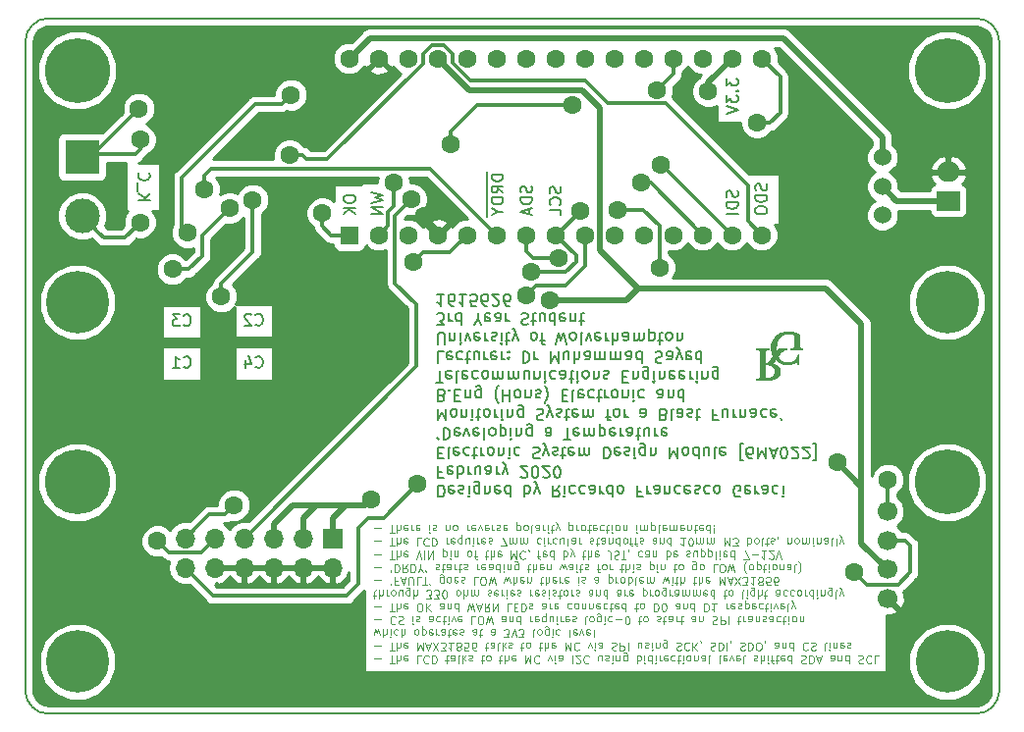
<source format=gbr>
%TF.GenerationSoftware,KiCad,Pcbnew,(5.0.0)*%
%TF.CreationDate,2020-03-12T20:39:50+00:00*%
%TF.ProjectId,Blast Furnace PCB,426C617374204675726E616365205043,rev?*%
%TF.SameCoordinates,Original*%
%TF.FileFunction,Copper,L2,Bot,Signal*%
%TF.FilePolarity,Positive*%
%FSLAX46Y46*%
G04 Gerber Fmt 4.6, Leading zero omitted, Abs format (unit mm)*
G04 Created by KiCad (PCBNEW (5.0.0)) date 03/12/20 20:39:50*
%MOMM*%
%LPD*%
G01*
G04 APERTURE LIST*
%ADD10C,0.150000*%
%ADD11C,0.075000*%
%ADD12C,0.010000*%
%ADD13C,1.700000*%
%ADD14C,1.600000*%
%ADD15R,1.600000X1.600000*%
%ADD16O,1.700000X1.700000*%
%ADD17R,1.700000X1.700000*%
%ADD18C,5.600000*%
%ADD19C,5.400000*%
%ADD20C,1.524000*%
%ADD21C,3.000000*%
%ADD22R,3.000000X3.000000*%
%ADD23R,2.000000X1.700000*%
%ADD24O,2.000000X1.700000*%
%ADD25C,0.300000*%
%ADD26C,0.500000*%
%ADD27C,0.254000*%
G04 APERTURE END LIST*
D10*
X112685595Y-128897619D02*
X112685595Y-129897619D01*
X112923690Y-129897619D01*
X113066547Y-129850000D01*
X113161785Y-129754761D01*
X113209404Y-129659523D01*
X113257023Y-129469047D01*
X113257023Y-129326190D01*
X113209404Y-129135714D01*
X113161785Y-129040476D01*
X113066547Y-128945238D01*
X112923690Y-128897619D01*
X112685595Y-128897619D01*
X114066547Y-128945238D02*
X113971309Y-128897619D01*
X113780833Y-128897619D01*
X113685595Y-128945238D01*
X113637976Y-129040476D01*
X113637976Y-129421428D01*
X113685595Y-129516666D01*
X113780833Y-129564285D01*
X113971309Y-129564285D01*
X114066547Y-129516666D01*
X114114166Y-129421428D01*
X114114166Y-129326190D01*
X113637976Y-129230952D01*
X114495119Y-128945238D02*
X114590357Y-128897619D01*
X114780833Y-128897619D01*
X114876071Y-128945238D01*
X114923690Y-129040476D01*
X114923690Y-129088095D01*
X114876071Y-129183333D01*
X114780833Y-129230952D01*
X114637976Y-129230952D01*
X114542738Y-129278571D01*
X114495119Y-129373809D01*
X114495119Y-129421428D01*
X114542738Y-129516666D01*
X114637976Y-129564285D01*
X114780833Y-129564285D01*
X114876071Y-129516666D01*
X115352261Y-128897619D02*
X115352261Y-129564285D01*
X115352261Y-129897619D02*
X115304642Y-129850000D01*
X115352261Y-129802380D01*
X115399880Y-129850000D01*
X115352261Y-129897619D01*
X115352261Y-129802380D01*
X116257023Y-129564285D02*
X116257023Y-128754761D01*
X116209404Y-128659523D01*
X116161785Y-128611904D01*
X116066547Y-128564285D01*
X115923690Y-128564285D01*
X115828452Y-128611904D01*
X116257023Y-128945238D02*
X116161785Y-128897619D01*
X115971309Y-128897619D01*
X115876071Y-128945238D01*
X115828452Y-128992857D01*
X115780833Y-129088095D01*
X115780833Y-129373809D01*
X115828452Y-129469047D01*
X115876071Y-129516666D01*
X115971309Y-129564285D01*
X116161785Y-129564285D01*
X116257023Y-129516666D01*
X116733214Y-129564285D02*
X116733214Y-128897619D01*
X116733214Y-129469047D02*
X116780833Y-129516666D01*
X116876071Y-129564285D01*
X117018928Y-129564285D01*
X117114166Y-129516666D01*
X117161785Y-129421428D01*
X117161785Y-128897619D01*
X118018928Y-128945238D02*
X117923690Y-128897619D01*
X117733214Y-128897619D01*
X117637976Y-128945238D01*
X117590357Y-129040476D01*
X117590357Y-129421428D01*
X117637976Y-129516666D01*
X117733214Y-129564285D01*
X117923690Y-129564285D01*
X118018928Y-129516666D01*
X118066547Y-129421428D01*
X118066547Y-129326190D01*
X117590357Y-129230952D01*
X118923690Y-128897619D02*
X118923690Y-129897619D01*
X118923690Y-128945238D02*
X118828452Y-128897619D01*
X118637976Y-128897619D01*
X118542738Y-128945238D01*
X118495119Y-128992857D01*
X118447500Y-129088095D01*
X118447500Y-129373809D01*
X118495119Y-129469047D01*
X118542738Y-129516666D01*
X118637976Y-129564285D01*
X118828452Y-129564285D01*
X118923690Y-129516666D01*
X120161785Y-128897619D02*
X120161785Y-129897619D01*
X120161785Y-129516666D02*
X120257023Y-129564285D01*
X120447500Y-129564285D01*
X120542738Y-129516666D01*
X120590357Y-129469047D01*
X120637976Y-129373809D01*
X120637976Y-129088095D01*
X120590357Y-128992857D01*
X120542738Y-128945238D01*
X120447500Y-128897619D01*
X120257023Y-128897619D01*
X120161785Y-128945238D01*
X120971309Y-129564285D02*
X121209404Y-128897619D01*
X121447500Y-129564285D02*
X121209404Y-128897619D01*
X121114166Y-128659523D01*
X121066547Y-128611904D01*
X120971309Y-128564285D01*
X123161785Y-128897619D02*
X122828452Y-129373809D01*
X122590357Y-128897619D02*
X122590357Y-129897619D01*
X122971309Y-129897619D01*
X123066547Y-129850000D01*
X123114166Y-129802380D01*
X123161785Y-129707142D01*
X123161785Y-129564285D01*
X123114166Y-129469047D01*
X123066547Y-129421428D01*
X122971309Y-129373809D01*
X122590357Y-129373809D01*
X123590357Y-128897619D02*
X123590357Y-129564285D01*
X123590357Y-129897619D02*
X123542738Y-129850000D01*
X123590357Y-129802380D01*
X123637976Y-129850000D01*
X123590357Y-129897619D01*
X123590357Y-129802380D01*
X124495119Y-128945238D02*
X124399880Y-128897619D01*
X124209404Y-128897619D01*
X124114166Y-128945238D01*
X124066547Y-128992857D01*
X124018928Y-129088095D01*
X124018928Y-129373809D01*
X124066547Y-129469047D01*
X124114166Y-129516666D01*
X124209404Y-129564285D01*
X124399880Y-129564285D01*
X124495119Y-129516666D01*
X125352261Y-128945238D02*
X125257023Y-128897619D01*
X125066547Y-128897619D01*
X124971309Y-128945238D01*
X124923690Y-128992857D01*
X124876071Y-129088095D01*
X124876071Y-129373809D01*
X124923690Y-129469047D01*
X124971309Y-129516666D01*
X125066547Y-129564285D01*
X125257023Y-129564285D01*
X125352261Y-129516666D01*
X126209404Y-128897619D02*
X126209404Y-129421428D01*
X126161785Y-129516666D01*
X126066547Y-129564285D01*
X125876071Y-129564285D01*
X125780833Y-129516666D01*
X126209404Y-128945238D02*
X126114166Y-128897619D01*
X125876071Y-128897619D01*
X125780833Y-128945238D01*
X125733214Y-129040476D01*
X125733214Y-129135714D01*
X125780833Y-129230952D01*
X125876071Y-129278571D01*
X126114166Y-129278571D01*
X126209404Y-129326190D01*
X126685595Y-128897619D02*
X126685595Y-129564285D01*
X126685595Y-129373809D02*
X126733214Y-129469047D01*
X126780833Y-129516666D01*
X126876071Y-129564285D01*
X126971309Y-129564285D01*
X127733214Y-128897619D02*
X127733214Y-129897619D01*
X127733214Y-128945238D02*
X127637976Y-128897619D01*
X127447500Y-128897619D01*
X127352261Y-128945238D01*
X127304642Y-128992857D01*
X127257023Y-129088095D01*
X127257023Y-129373809D01*
X127304642Y-129469047D01*
X127352261Y-129516666D01*
X127447500Y-129564285D01*
X127637976Y-129564285D01*
X127733214Y-129516666D01*
X128352261Y-128897619D02*
X128257023Y-128945238D01*
X128209404Y-128992857D01*
X128161785Y-129088095D01*
X128161785Y-129373809D01*
X128209404Y-129469047D01*
X128257023Y-129516666D01*
X128352261Y-129564285D01*
X128495119Y-129564285D01*
X128590357Y-129516666D01*
X128637976Y-129469047D01*
X128685595Y-129373809D01*
X128685595Y-129088095D01*
X128637976Y-128992857D01*
X128590357Y-128945238D01*
X128495119Y-128897619D01*
X128352261Y-128897619D01*
X130209404Y-129421428D02*
X129876071Y-129421428D01*
X129876071Y-128897619D02*
X129876071Y-129897619D01*
X130352261Y-129897619D01*
X130733214Y-128897619D02*
X130733214Y-129564285D01*
X130733214Y-129373809D02*
X130780833Y-129469047D01*
X130828452Y-129516666D01*
X130923690Y-129564285D01*
X131018928Y-129564285D01*
X131780833Y-128897619D02*
X131780833Y-129421428D01*
X131733214Y-129516666D01*
X131637976Y-129564285D01*
X131447500Y-129564285D01*
X131352261Y-129516666D01*
X131780833Y-128945238D02*
X131685595Y-128897619D01*
X131447500Y-128897619D01*
X131352261Y-128945238D01*
X131304642Y-129040476D01*
X131304642Y-129135714D01*
X131352261Y-129230952D01*
X131447500Y-129278571D01*
X131685595Y-129278571D01*
X131780833Y-129326190D01*
X132257023Y-129564285D02*
X132257023Y-128897619D01*
X132257023Y-129469047D02*
X132304642Y-129516666D01*
X132399880Y-129564285D01*
X132542738Y-129564285D01*
X132637976Y-129516666D01*
X132685595Y-129421428D01*
X132685595Y-128897619D01*
X133590357Y-128945238D02*
X133495119Y-128897619D01*
X133304642Y-128897619D01*
X133209404Y-128945238D01*
X133161785Y-128992857D01*
X133114166Y-129088095D01*
X133114166Y-129373809D01*
X133161785Y-129469047D01*
X133209404Y-129516666D01*
X133304642Y-129564285D01*
X133495119Y-129564285D01*
X133590357Y-129516666D01*
X134399880Y-128945238D02*
X134304642Y-128897619D01*
X134114166Y-128897619D01*
X134018928Y-128945238D01*
X133971309Y-129040476D01*
X133971309Y-129421428D01*
X134018928Y-129516666D01*
X134114166Y-129564285D01*
X134304642Y-129564285D01*
X134399880Y-129516666D01*
X134447500Y-129421428D01*
X134447500Y-129326190D01*
X133971309Y-129230952D01*
X134828452Y-128945238D02*
X134923690Y-128897619D01*
X135114166Y-128897619D01*
X135209404Y-128945238D01*
X135257023Y-129040476D01*
X135257023Y-129088095D01*
X135209404Y-129183333D01*
X135114166Y-129230952D01*
X134971309Y-129230952D01*
X134876071Y-129278571D01*
X134828452Y-129373809D01*
X134828452Y-129421428D01*
X134876071Y-129516666D01*
X134971309Y-129564285D01*
X135114166Y-129564285D01*
X135209404Y-129516666D01*
X136114166Y-128945238D02*
X136018928Y-128897619D01*
X135828452Y-128897619D01*
X135733214Y-128945238D01*
X135685595Y-128992857D01*
X135637976Y-129088095D01*
X135637976Y-129373809D01*
X135685595Y-129469047D01*
X135733214Y-129516666D01*
X135828452Y-129564285D01*
X136018928Y-129564285D01*
X136114166Y-129516666D01*
X136685595Y-128897619D02*
X136590357Y-128945238D01*
X136542738Y-128992857D01*
X136495119Y-129088095D01*
X136495119Y-129373809D01*
X136542738Y-129469047D01*
X136590357Y-129516666D01*
X136685595Y-129564285D01*
X136828452Y-129564285D01*
X136923690Y-129516666D01*
X136971309Y-129469047D01*
X137018928Y-129373809D01*
X137018928Y-129088095D01*
X136971309Y-128992857D01*
X136923690Y-128945238D01*
X136828452Y-128897619D01*
X136685595Y-128897619D01*
X138733214Y-129850000D02*
X138637976Y-129897619D01*
X138495119Y-129897619D01*
X138352261Y-129850000D01*
X138257023Y-129754761D01*
X138209404Y-129659523D01*
X138161785Y-129469047D01*
X138161785Y-129326190D01*
X138209404Y-129135714D01*
X138257023Y-129040476D01*
X138352261Y-128945238D01*
X138495119Y-128897619D01*
X138590357Y-128897619D01*
X138733214Y-128945238D01*
X138780833Y-128992857D01*
X138780833Y-129326190D01*
X138590357Y-129326190D01*
X139590357Y-128945238D02*
X139495119Y-128897619D01*
X139304642Y-128897619D01*
X139209404Y-128945238D01*
X139161785Y-129040476D01*
X139161785Y-129421428D01*
X139209404Y-129516666D01*
X139304642Y-129564285D01*
X139495119Y-129564285D01*
X139590357Y-129516666D01*
X139637976Y-129421428D01*
X139637976Y-129326190D01*
X139161785Y-129230952D01*
X140066547Y-128897619D02*
X140066547Y-129564285D01*
X140066547Y-129373809D02*
X140114166Y-129469047D01*
X140161785Y-129516666D01*
X140257023Y-129564285D01*
X140352261Y-129564285D01*
X141114166Y-128897619D02*
X141114166Y-129421428D01*
X141066547Y-129516666D01*
X140971309Y-129564285D01*
X140780833Y-129564285D01*
X140685595Y-129516666D01*
X141114166Y-128945238D02*
X141018928Y-128897619D01*
X140780833Y-128897619D01*
X140685595Y-128945238D01*
X140637976Y-129040476D01*
X140637976Y-129135714D01*
X140685595Y-129230952D01*
X140780833Y-129278571D01*
X141018928Y-129278571D01*
X141114166Y-129326190D01*
X142018928Y-128945238D02*
X141923690Y-128897619D01*
X141733214Y-128897619D01*
X141637976Y-128945238D01*
X141590357Y-128992857D01*
X141542738Y-129088095D01*
X141542738Y-129373809D01*
X141590357Y-129469047D01*
X141637976Y-129516666D01*
X141733214Y-129564285D01*
X141923690Y-129564285D01*
X142018928Y-129516666D01*
X142447500Y-128897619D02*
X142447500Y-129564285D01*
X142447500Y-129897619D02*
X142399880Y-129850000D01*
X142447500Y-129802380D01*
X142495119Y-129850000D01*
X142447500Y-129897619D01*
X142447500Y-129802380D01*
X113018928Y-127771428D02*
X112685595Y-127771428D01*
X112685595Y-127247619D02*
X112685595Y-128247619D01*
X113161785Y-128247619D01*
X113923690Y-127295238D02*
X113828452Y-127247619D01*
X113637976Y-127247619D01*
X113542738Y-127295238D01*
X113495119Y-127390476D01*
X113495119Y-127771428D01*
X113542738Y-127866666D01*
X113637976Y-127914285D01*
X113828452Y-127914285D01*
X113923690Y-127866666D01*
X113971309Y-127771428D01*
X113971309Y-127676190D01*
X113495119Y-127580952D01*
X114399880Y-127247619D02*
X114399880Y-128247619D01*
X114399880Y-127866666D02*
X114495119Y-127914285D01*
X114685595Y-127914285D01*
X114780833Y-127866666D01*
X114828452Y-127819047D01*
X114876071Y-127723809D01*
X114876071Y-127438095D01*
X114828452Y-127342857D01*
X114780833Y-127295238D01*
X114685595Y-127247619D01*
X114495119Y-127247619D01*
X114399880Y-127295238D01*
X115304642Y-127247619D02*
X115304642Y-127914285D01*
X115304642Y-127723809D02*
X115352261Y-127819047D01*
X115399880Y-127866666D01*
X115495119Y-127914285D01*
X115590357Y-127914285D01*
X116352261Y-127914285D02*
X116352261Y-127247619D01*
X115923690Y-127914285D02*
X115923690Y-127390476D01*
X115971309Y-127295238D01*
X116066547Y-127247619D01*
X116209404Y-127247619D01*
X116304642Y-127295238D01*
X116352261Y-127342857D01*
X117257023Y-127247619D02*
X117257023Y-127771428D01*
X117209404Y-127866666D01*
X117114166Y-127914285D01*
X116923690Y-127914285D01*
X116828452Y-127866666D01*
X117257023Y-127295238D02*
X117161785Y-127247619D01*
X116923690Y-127247619D01*
X116828452Y-127295238D01*
X116780833Y-127390476D01*
X116780833Y-127485714D01*
X116828452Y-127580952D01*
X116923690Y-127628571D01*
X117161785Y-127628571D01*
X117257023Y-127676190D01*
X117733214Y-127247619D02*
X117733214Y-127914285D01*
X117733214Y-127723809D02*
X117780833Y-127819047D01*
X117828452Y-127866666D01*
X117923690Y-127914285D01*
X118018928Y-127914285D01*
X118257023Y-127914285D02*
X118495119Y-127247619D01*
X118733214Y-127914285D02*
X118495119Y-127247619D01*
X118399880Y-127009523D01*
X118352261Y-126961904D01*
X118257023Y-126914285D01*
X119828452Y-128152380D02*
X119876071Y-128200000D01*
X119971309Y-128247619D01*
X120209404Y-128247619D01*
X120304642Y-128200000D01*
X120352261Y-128152380D01*
X120399880Y-128057142D01*
X120399880Y-127961904D01*
X120352261Y-127819047D01*
X119780833Y-127247619D01*
X120399880Y-127247619D01*
X121018928Y-128247619D02*
X121114166Y-128247619D01*
X121209404Y-128200000D01*
X121257023Y-128152380D01*
X121304642Y-128057142D01*
X121352261Y-127866666D01*
X121352261Y-127628571D01*
X121304642Y-127438095D01*
X121257023Y-127342857D01*
X121209404Y-127295238D01*
X121114166Y-127247619D01*
X121018928Y-127247619D01*
X120923690Y-127295238D01*
X120876071Y-127342857D01*
X120828452Y-127438095D01*
X120780833Y-127628571D01*
X120780833Y-127866666D01*
X120828452Y-128057142D01*
X120876071Y-128152380D01*
X120923690Y-128200000D01*
X121018928Y-128247619D01*
X121733214Y-128152380D02*
X121780833Y-128200000D01*
X121876071Y-128247619D01*
X122114166Y-128247619D01*
X122209404Y-128200000D01*
X122257023Y-128152380D01*
X122304642Y-128057142D01*
X122304642Y-127961904D01*
X122257023Y-127819047D01*
X121685595Y-127247619D01*
X122304642Y-127247619D01*
X122923690Y-128247619D02*
X123018928Y-128247619D01*
X123114166Y-128200000D01*
X123161785Y-128152380D01*
X123209404Y-128057142D01*
X123257023Y-127866666D01*
X123257023Y-127628571D01*
X123209404Y-127438095D01*
X123161785Y-127342857D01*
X123114166Y-127295238D01*
X123018928Y-127247619D01*
X122923690Y-127247619D01*
X122828452Y-127295238D01*
X122780833Y-127342857D01*
X122733214Y-127438095D01*
X122685595Y-127628571D01*
X122685595Y-127866666D01*
X122733214Y-128057142D01*
X122780833Y-128152380D01*
X122828452Y-128200000D01*
X122923690Y-128247619D01*
X112685595Y-126121428D02*
X113018928Y-126121428D01*
X113161785Y-125597619D02*
X112685595Y-125597619D01*
X112685595Y-126597619D01*
X113161785Y-126597619D01*
X113733214Y-125597619D02*
X113637976Y-125645238D01*
X113590357Y-125740476D01*
X113590357Y-126597619D01*
X114495119Y-125645238D02*
X114399880Y-125597619D01*
X114209404Y-125597619D01*
X114114166Y-125645238D01*
X114066547Y-125740476D01*
X114066547Y-126121428D01*
X114114166Y-126216666D01*
X114209404Y-126264285D01*
X114399880Y-126264285D01*
X114495119Y-126216666D01*
X114542738Y-126121428D01*
X114542738Y-126026190D01*
X114066547Y-125930952D01*
X115399880Y-125645238D02*
X115304642Y-125597619D01*
X115114166Y-125597619D01*
X115018928Y-125645238D01*
X114971309Y-125692857D01*
X114923690Y-125788095D01*
X114923690Y-126073809D01*
X114971309Y-126169047D01*
X115018928Y-126216666D01*
X115114166Y-126264285D01*
X115304642Y-126264285D01*
X115399880Y-126216666D01*
X115685595Y-126264285D02*
X116066547Y-126264285D01*
X115828452Y-126597619D02*
X115828452Y-125740476D01*
X115876071Y-125645238D01*
X115971309Y-125597619D01*
X116066547Y-125597619D01*
X116399880Y-125597619D02*
X116399880Y-126264285D01*
X116399880Y-126073809D02*
X116447500Y-126169047D01*
X116495119Y-126216666D01*
X116590357Y-126264285D01*
X116685595Y-126264285D01*
X117161785Y-125597619D02*
X117066547Y-125645238D01*
X117018928Y-125692857D01*
X116971309Y-125788095D01*
X116971309Y-126073809D01*
X117018928Y-126169047D01*
X117066547Y-126216666D01*
X117161785Y-126264285D01*
X117304642Y-126264285D01*
X117399880Y-126216666D01*
X117447500Y-126169047D01*
X117495119Y-126073809D01*
X117495119Y-125788095D01*
X117447500Y-125692857D01*
X117399880Y-125645238D01*
X117304642Y-125597619D01*
X117161785Y-125597619D01*
X117923690Y-126264285D02*
X117923690Y-125597619D01*
X117923690Y-126169047D02*
X117971309Y-126216666D01*
X118066547Y-126264285D01*
X118209404Y-126264285D01*
X118304642Y-126216666D01*
X118352261Y-126121428D01*
X118352261Y-125597619D01*
X118828452Y-125597619D02*
X118828452Y-126264285D01*
X118828452Y-126597619D02*
X118780833Y-126550000D01*
X118828452Y-126502380D01*
X118876071Y-126550000D01*
X118828452Y-126597619D01*
X118828452Y-126502380D01*
X119733214Y-125645238D02*
X119637976Y-125597619D01*
X119447500Y-125597619D01*
X119352261Y-125645238D01*
X119304642Y-125692857D01*
X119257023Y-125788095D01*
X119257023Y-126073809D01*
X119304642Y-126169047D01*
X119352261Y-126216666D01*
X119447500Y-126264285D01*
X119637976Y-126264285D01*
X119733214Y-126216666D01*
X120876071Y-125645238D02*
X121018928Y-125597619D01*
X121257023Y-125597619D01*
X121352261Y-125645238D01*
X121399880Y-125692857D01*
X121447500Y-125788095D01*
X121447500Y-125883333D01*
X121399880Y-125978571D01*
X121352261Y-126026190D01*
X121257023Y-126073809D01*
X121066547Y-126121428D01*
X120971309Y-126169047D01*
X120923690Y-126216666D01*
X120876071Y-126311904D01*
X120876071Y-126407142D01*
X120923690Y-126502380D01*
X120971309Y-126550000D01*
X121066547Y-126597619D01*
X121304642Y-126597619D01*
X121447500Y-126550000D01*
X121780833Y-126264285D02*
X122018928Y-125597619D01*
X122257023Y-126264285D02*
X122018928Y-125597619D01*
X121923690Y-125359523D01*
X121876071Y-125311904D01*
X121780833Y-125264285D01*
X122590357Y-125645238D02*
X122685595Y-125597619D01*
X122876071Y-125597619D01*
X122971309Y-125645238D01*
X123018928Y-125740476D01*
X123018928Y-125788095D01*
X122971309Y-125883333D01*
X122876071Y-125930952D01*
X122733214Y-125930952D01*
X122637976Y-125978571D01*
X122590357Y-126073809D01*
X122590357Y-126121428D01*
X122637976Y-126216666D01*
X122733214Y-126264285D01*
X122876071Y-126264285D01*
X122971309Y-126216666D01*
X123304642Y-126264285D02*
X123685595Y-126264285D01*
X123447500Y-126597619D02*
X123447500Y-125740476D01*
X123495119Y-125645238D01*
X123590357Y-125597619D01*
X123685595Y-125597619D01*
X124399880Y-125645238D02*
X124304642Y-125597619D01*
X124114166Y-125597619D01*
X124018928Y-125645238D01*
X123971309Y-125740476D01*
X123971309Y-126121428D01*
X124018928Y-126216666D01*
X124114166Y-126264285D01*
X124304642Y-126264285D01*
X124399880Y-126216666D01*
X124447500Y-126121428D01*
X124447500Y-126026190D01*
X123971309Y-125930952D01*
X124876071Y-125597619D02*
X124876071Y-126264285D01*
X124876071Y-126169047D02*
X124923690Y-126216666D01*
X125018928Y-126264285D01*
X125161785Y-126264285D01*
X125257023Y-126216666D01*
X125304642Y-126121428D01*
X125304642Y-125597619D01*
X125304642Y-126121428D02*
X125352261Y-126216666D01*
X125447500Y-126264285D01*
X125590357Y-126264285D01*
X125685595Y-126216666D01*
X125733214Y-126121428D01*
X125733214Y-125597619D01*
X126971309Y-125597619D02*
X126971309Y-126597619D01*
X127209404Y-126597619D01*
X127352261Y-126550000D01*
X127447500Y-126454761D01*
X127495119Y-126359523D01*
X127542738Y-126169047D01*
X127542738Y-126026190D01*
X127495119Y-125835714D01*
X127447500Y-125740476D01*
X127352261Y-125645238D01*
X127209404Y-125597619D01*
X126971309Y-125597619D01*
X128352261Y-125645238D02*
X128257023Y-125597619D01*
X128066547Y-125597619D01*
X127971309Y-125645238D01*
X127923690Y-125740476D01*
X127923690Y-126121428D01*
X127971309Y-126216666D01*
X128066547Y-126264285D01*
X128257023Y-126264285D01*
X128352261Y-126216666D01*
X128399880Y-126121428D01*
X128399880Y-126026190D01*
X127923690Y-125930952D01*
X128780833Y-125645238D02*
X128876071Y-125597619D01*
X129066547Y-125597619D01*
X129161785Y-125645238D01*
X129209404Y-125740476D01*
X129209404Y-125788095D01*
X129161785Y-125883333D01*
X129066547Y-125930952D01*
X128923690Y-125930952D01*
X128828452Y-125978571D01*
X128780833Y-126073809D01*
X128780833Y-126121428D01*
X128828452Y-126216666D01*
X128923690Y-126264285D01*
X129066547Y-126264285D01*
X129161785Y-126216666D01*
X129637976Y-125597619D02*
X129637976Y-126264285D01*
X129637976Y-126597619D02*
X129590357Y-126550000D01*
X129637976Y-126502380D01*
X129685595Y-126550000D01*
X129637976Y-126597619D01*
X129637976Y-126502380D01*
X130542738Y-126264285D02*
X130542738Y-125454761D01*
X130495119Y-125359523D01*
X130447500Y-125311904D01*
X130352261Y-125264285D01*
X130209404Y-125264285D01*
X130114166Y-125311904D01*
X130542738Y-125645238D02*
X130447500Y-125597619D01*
X130257023Y-125597619D01*
X130161785Y-125645238D01*
X130114166Y-125692857D01*
X130066547Y-125788095D01*
X130066547Y-126073809D01*
X130114166Y-126169047D01*
X130161785Y-126216666D01*
X130257023Y-126264285D01*
X130447500Y-126264285D01*
X130542738Y-126216666D01*
X131018928Y-126264285D02*
X131018928Y-125597619D01*
X131018928Y-126169047D02*
X131066547Y-126216666D01*
X131161785Y-126264285D01*
X131304642Y-126264285D01*
X131399880Y-126216666D01*
X131447500Y-126121428D01*
X131447500Y-125597619D01*
X132685595Y-125597619D02*
X132685595Y-126597619D01*
X133018928Y-125883333D01*
X133352261Y-126597619D01*
X133352261Y-125597619D01*
X133971309Y-125597619D02*
X133876071Y-125645238D01*
X133828452Y-125692857D01*
X133780833Y-125788095D01*
X133780833Y-126073809D01*
X133828452Y-126169047D01*
X133876071Y-126216666D01*
X133971309Y-126264285D01*
X134114166Y-126264285D01*
X134209404Y-126216666D01*
X134257023Y-126169047D01*
X134304642Y-126073809D01*
X134304642Y-125788095D01*
X134257023Y-125692857D01*
X134209404Y-125645238D01*
X134114166Y-125597619D01*
X133971309Y-125597619D01*
X135161785Y-125597619D02*
X135161785Y-126597619D01*
X135161785Y-125645238D02*
X135066547Y-125597619D01*
X134876071Y-125597619D01*
X134780833Y-125645238D01*
X134733214Y-125692857D01*
X134685595Y-125788095D01*
X134685595Y-126073809D01*
X134733214Y-126169047D01*
X134780833Y-126216666D01*
X134876071Y-126264285D01*
X135066547Y-126264285D01*
X135161785Y-126216666D01*
X136066547Y-126264285D02*
X136066547Y-125597619D01*
X135637976Y-126264285D02*
X135637976Y-125740476D01*
X135685595Y-125645238D01*
X135780833Y-125597619D01*
X135923690Y-125597619D01*
X136018928Y-125645238D01*
X136066547Y-125692857D01*
X136685595Y-125597619D02*
X136590357Y-125645238D01*
X136542738Y-125740476D01*
X136542738Y-126597619D01*
X137447500Y-125645238D02*
X137352261Y-125597619D01*
X137161785Y-125597619D01*
X137066547Y-125645238D01*
X137018928Y-125740476D01*
X137018928Y-126121428D01*
X137066547Y-126216666D01*
X137161785Y-126264285D01*
X137352261Y-126264285D01*
X137447500Y-126216666D01*
X137495119Y-126121428D01*
X137495119Y-126026190D01*
X137018928Y-125930952D01*
X138971309Y-125264285D02*
X138733214Y-125264285D01*
X138733214Y-126692857D01*
X138971309Y-126692857D01*
X139780833Y-126597619D02*
X139590357Y-126597619D01*
X139495119Y-126550000D01*
X139447500Y-126502380D01*
X139352261Y-126359523D01*
X139304642Y-126169047D01*
X139304642Y-125788095D01*
X139352261Y-125692857D01*
X139399880Y-125645238D01*
X139495119Y-125597619D01*
X139685595Y-125597619D01*
X139780833Y-125645238D01*
X139828452Y-125692857D01*
X139876071Y-125788095D01*
X139876071Y-126026190D01*
X139828452Y-126121428D01*
X139780833Y-126169047D01*
X139685595Y-126216666D01*
X139495119Y-126216666D01*
X139399880Y-126169047D01*
X139352261Y-126121428D01*
X139304642Y-126026190D01*
X140304642Y-125597619D02*
X140304642Y-126597619D01*
X140637976Y-125883333D01*
X140971309Y-126597619D01*
X140971309Y-125597619D01*
X141399880Y-125883333D02*
X141876071Y-125883333D01*
X141304642Y-125597619D02*
X141637976Y-126597619D01*
X141971309Y-125597619D01*
X142495119Y-126597619D02*
X142590357Y-126597619D01*
X142685595Y-126550000D01*
X142733214Y-126502380D01*
X142780833Y-126407142D01*
X142828452Y-126216666D01*
X142828452Y-125978571D01*
X142780833Y-125788095D01*
X142733214Y-125692857D01*
X142685595Y-125645238D01*
X142590357Y-125597619D01*
X142495119Y-125597619D01*
X142399880Y-125645238D01*
X142352261Y-125692857D01*
X142304642Y-125788095D01*
X142257023Y-125978571D01*
X142257023Y-126216666D01*
X142304642Y-126407142D01*
X142352261Y-126502380D01*
X142399880Y-126550000D01*
X142495119Y-126597619D01*
X143209404Y-126502380D02*
X143257023Y-126550000D01*
X143352261Y-126597619D01*
X143590357Y-126597619D01*
X143685595Y-126550000D01*
X143733214Y-126502380D01*
X143780833Y-126407142D01*
X143780833Y-126311904D01*
X143733214Y-126169047D01*
X143161785Y-125597619D01*
X143780833Y-125597619D01*
X144161785Y-126502380D02*
X144209404Y-126550000D01*
X144304642Y-126597619D01*
X144542738Y-126597619D01*
X144637976Y-126550000D01*
X144685595Y-126502380D01*
X144733214Y-126407142D01*
X144733214Y-126311904D01*
X144685595Y-126169047D01*
X144114166Y-125597619D01*
X144733214Y-125597619D01*
X145066547Y-125264285D02*
X145304642Y-125264285D01*
X145304642Y-126692857D01*
X145066547Y-126692857D01*
X112733214Y-124947619D02*
X112637976Y-124757142D01*
X113161785Y-123947619D02*
X113161785Y-124947619D01*
X113399880Y-124947619D01*
X113542738Y-124900000D01*
X113637976Y-124804761D01*
X113685595Y-124709523D01*
X113733214Y-124519047D01*
X113733214Y-124376190D01*
X113685595Y-124185714D01*
X113637976Y-124090476D01*
X113542738Y-123995238D01*
X113399880Y-123947619D01*
X113161785Y-123947619D01*
X114542738Y-123995238D02*
X114447500Y-123947619D01*
X114257023Y-123947619D01*
X114161785Y-123995238D01*
X114114166Y-124090476D01*
X114114166Y-124471428D01*
X114161785Y-124566666D01*
X114257023Y-124614285D01*
X114447500Y-124614285D01*
X114542738Y-124566666D01*
X114590357Y-124471428D01*
X114590357Y-124376190D01*
X114114166Y-124280952D01*
X114923690Y-124614285D02*
X115161785Y-123947619D01*
X115399880Y-124614285D01*
X116161785Y-123995238D02*
X116066547Y-123947619D01*
X115876071Y-123947619D01*
X115780833Y-123995238D01*
X115733214Y-124090476D01*
X115733214Y-124471428D01*
X115780833Y-124566666D01*
X115876071Y-124614285D01*
X116066547Y-124614285D01*
X116161785Y-124566666D01*
X116209404Y-124471428D01*
X116209404Y-124376190D01*
X115733214Y-124280952D01*
X116780833Y-123947619D02*
X116685595Y-123995238D01*
X116637976Y-124090476D01*
X116637976Y-124947619D01*
X117304642Y-123947619D02*
X117209404Y-123995238D01*
X117161785Y-124042857D01*
X117114166Y-124138095D01*
X117114166Y-124423809D01*
X117161785Y-124519047D01*
X117209404Y-124566666D01*
X117304642Y-124614285D01*
X117447500Y-124614285D01*
X117542738Y-124566666D01*
X117590357Y-124519047D01*
X117637976Y-124423809D01*
X117637976Y-124138095D01*
X117590357Y-124042857D01*
X117542738Y-123995238D01*
X117447500Y-123947619D01*
X117304642Y-123947619D01*
X118066547Y-124614285D02*
X118066547Y-123614285D01*
X118066547Y-124566666D02*
X118161785Y-124614285D01*
X118352261Y-124614285D01*
X118447500Y-124566666D01*
X118495119Y-124519047D01*
X118542738Y-124423809D01*
X118542738Y-124138095D01*
X118495119Y-124042857D01*
X118447500Y-123995238D01*
X118352261Y-123947619D01*
X118161785Y-123947619D01*
X118066547Y-123995238D01*
X118971309Y-123947619D02*
X118971309Y-124614285D01*
X118971309Y-124947619D02*
X118923690Y-124900000D01*
X118971309Y-124852380D01*
X119018928Y-124900000D01*
X118971309Y-124947619D01*
X118971309Y-124852380D01*
X119447500Y-124614285D02*
X119447500Y-123947619D01*
X119447500Y-124519047D02*
X119495119Y-124566666D01*
X119590357Y-124614285D01*
X119733214Y-124614285D01*
X119828452Y-124566666D01*
X119876071Y-124471428D01*
X119876071Y-123947619D01*
X120780833Y-124614285D02*
X120780833Y-123804761D01*
X120733214Y-123709523D01*
X120685595Y-123661904D01*
X120590357Y-123614285D01*
X120447500Y-123614285D01*
X120352261Y-123661904D01*
X120780833Y-123995238D02*
X120685595Y-123947619D01*
X120495119Y-123947619D01*
X120399880Y-123995238D01*
X120352261Y-124042857D01*
X120304642Y-124138095D01*
X120304642Y-124423809D01*
X120352261Y-124519047D01*
X120399880Y-124566666D01*
X120495119Y-124614285D01*
X120685595Y-124614285D01*
X120780833Y-124566666D01*
X122447500Y-123947619D02*
X122447500Y-124471428D01*
X122399880Y-124566666D01*
X122304642Y-124614285D01*
X122114166Y-124614285D01*
X122018928Y-124566666D01*
X122447500Y-123995238D02*
X122352261Y-123947619D01*
X122114166Y-123947619D01*
X122018928Y-123995238D01*
X121971309Y-124090476D01*
X121971309Y-124185714D01*
X122018928Y-124280952D01*
X122114166Y-124328571D01*
X122352261Y-124328571D01*
X122447500Y-124376190D01*
X123542738Y-124947619D02*
X124114166Y-124947619D01*
X123828452Y-123947619D02*
X123828452Y-124947619D01*
X124828452Y-123995238D02*
X124733214Y-123947619D01*
X124542738Y-123947619D01*
X124447500Y-123995238D01*
X124399880Y-124090476D01*
X124399880Y-124471428D01*
X124447500Y-124566666D01*
X124542738Y-124614285D01*
X124733214Y-124614285D01*
X124828452Y-124566666D01*
X124876071Y-124471428D01*
X124876071Y-124376190D01*
X124399880Y-124280952D01*
X125304642Y-123947619D02*
X125304642Y-124614285D01*
X125304642Y-124519047D02*
X125352261Y-124566666D01*
X125447500Y-124614285D01*
X125590357Y-124614285D01*
X125685595Y-124566666D01*
X125733214Y-124471428D01*
X125733214Y-123947619D01*
X125733214Y-124471428D02*
X125780833Y-124566666D01*
X125876071Y-124614285D01*
X126018928Y-124614285D01*
X126114166Y-124566666D01*
X126161785Y-124471428D01*
X126161785Y-123947619D01*
X126637976Y-124614285D02*
X126637976Y-123614285D01*
X126637976Y-124566666D02*
X126733214Y-124614285D01*
X126923690Y-124614285D01*
X127018928Y-124566666D01*
X127066547Y-124519047D01*
X127114166Y-124423809D01*
X127114166Y-124138095D01*
X127066547Y-124042857D01*
X127018928Y-123995238D01*
X126923690Y-123947619D01*
X126733214Y-123947619D01*
X126637976Y-123995238D01*
X127923690Y-123995238D02*
X127828452Y-123947619D01*
X127637976Y-123947619D01*
X127542738Y-123995238D01*
X127495119Y-124090476D01*
X127495119Y-124471428D01*
X127542738Y-124566666D01*
X127637976Y-124614285D01*
X127828452Y-124614285D01*
X127923690Y-124566666D01*
X127971309Y-124471428D01*
X127971309Y-124376190D01*
X127495119Y-124280952D01*
X128399880Y-123947619D02*
X128399880Y-124614285D01*
X128399880Y-124423809D02*
X128447500Y-124519047D01*
X128495119Y-124566666D01*
X128590357Y-124614285D01*
X128685595Y-124614285D01*
X129447500Y-123947619D02*
X129447500Y-124471428D01*
X129399880Y-124566666D01*
X129304642Y-124614285D01*
X129114166Y-124614285D01*
X129018928Y-124566666D01*
X129447500Y-123995238D02*
X129352261Y-123947619D01*
X129114166Y-123947619D01*
X129018928Y-123995238D01*
X128971309Y-124090476D01*
X128971309Y-124185714D01*
X129018928Y-124280952D01*
X129114166Y-124328571D01*
X129352261Y-124328571D01*
X129447500Y-124376190D01*
X129780833Y-124614285D02*
X130161785Y-124614285D01*
X129923690Y-124947619D02*
X129923690Y-124090476D01*
X129971309Y-123995238D01*
X130066547Y-123947619D01*
X130161785Y-123947619D01*
X130923690Y-124614285D02*
X130923690Y-123947619D01*
X130495119Y-124614285D02*
X130495119Y-124090476D01*
X130542738Y-123995238D01*
X130637976Y-123947619D01*
X130780833Y-123947619D01*
X130876071Y-123995238D01*
X130923690Y-124042857D01*
X131399880Y-123947619D02*
X131399880Y-124614285D01*
X131399880Y-124423809D02*
X131447500Y-124519047D01*
X131495119Y-124566666D01*
X131590357Y-124614285D01*
X131685595Y-124614285D01*
X132399880Y-123995238D02*
X132304642Y-123947619D01*
X132114166Y-123947619D01*
X132018928Y-123995238D01*
X131971309Y-124090476D01*
X131971309Y-124471428D01*
X132018928Y-124566666D01*
X132114166Y-124614285D01*
X132304642Y-124614285D01*
X132399880Y-124566666D01*
X132447500Y-124471428D01*
X132447500Y-124376190D01*
X131971309Y-124280952D01*
X112685595Y-122297619D02*
X112685595Y-123297619D01*
X113018928Y-122583333D01*
X113352261Y-123297619D01*
X113352261Y-122297619D01*
X113971309Y-122297619D02*
X113876071Y-122345238D01*
X113828452Y-122392857D01*
X113780833Y-122488095D01*
X113780833Y-122773809D01*
X113828452Y-122869047D01*
X113876071Y-122916666D01*
X113971309Y-122964285D01*
X114114166Y-122964285D01*
X114209404Y-122916666D01*
X114257023Y-122869047D01*
X114304642Y-122773809D01*
X114304642Y-122488095D01*
X114257023Y-122392857D01*
X114209404Y-122345238D01*
X114114166Y-122297619D01*
X113971309Y-122297619D01*
X114733214Y-122964285D02*
X114733214Y-122297619D01*
X114733214Y-122869047D02*
X114780833Y-122916666D01*
X114876071Y-122964285D01*
X115018928Y-122964285D01*
X115114166Y-122916666D01*
X115161785Y-122821428D01*
X115161785Y-122297619D01*
X115637976Y-122297619D02*
X115637976Y-122964285D01*
X115637976Y-123297619D02*
X115590357Y-123250000D01*
X115637976Y-123202380D01*
X115685595Y-123250000D01*
X115637976Y-123297619D01*
X115637976Y-123202380D01*
X115971309Y-122964285D02*
X116352261Y-122964285D01*
X116114166Y-123297619D02*
X116114166Y-122440476D01*
X116161785Y-122345238D01*
X116257023Y-122297619D01*
X116352261Y-122297619D01*
X116828452Y-122297619D02*
X116733214Y-122345238D01*
X116685595Y-122392857D01*
X116637976Y-122488095D01*
X116637976Y-122773809D01*
X116685595Y-122869047D01*
X116733214Y-122916666D01*
X116828452Y-122964285D01*
X116971309Y-122964285D01*
X117066547Y-122916666D01*
X117114166Y-122869047D01*
X117161785Y-122773809D01*
X117161785Y-122488095D01*
X117114166Y-122392857D01*
X117066547Y-122345238D01*
X116971309Y-122297619D01*
X116828452Y-122297619D01*
X117590357Y-122297619D02*
X117590357Y-122964285D01*
X117590357Y-122773809D02*
X117637976Y-122869047D01*
X117685595Y-122916666D01*
X117780833Y-122964285D01*
X117876071Y-122964285D01*
X118209404Y-122297619D02*
X118209404Y-122964285D01*
X118209404Y-123297619D02*
X118161785Y-123250000D01*
X118209404Y-123202380D01*
X118257023Y-123250000D01*
X118209404Y-123297619D01*
X118209404Y-123202380D01*
X118685595Y-122964285D02*
X118685595Y-122297619D01*
X118685595Y-122869047D02*
X118733214Y-122916666D01*
X118828452Y-122964285D01*
X118971309Y-122964285D01*
X119066547Y-122916666D01*
X119114166Y-122821428D01*
X119114166Y-122297619D01*
X120018928Y-122964285D02*
X120018928Y-122154761D01*
X119971309Y-122059523D01*
X119923690Y-122011904D01*
X119828452Y-121964285D01*
X119685595Y-121964285D01*
X119590357Y-122011904D01*
X120018928Y-122345238D02*
X119923690Y-122297619D01*
X119733214Y-122297619D01*
X119637976Y-122345238D01*
X119590357Y-122392857D01*
X119542738Y-122488095D01*
X119542738Y-122773809D01*
X119590357Y-122869047D01*
X119637976Y-122916666D01*
X119733214Y-122964285D01*
X119923690Y-122964285D01*
X120018928Y-122916666D01*
X121209404Y-122345238D02*
X121352261Y-122297619D01*
X121590357Y-122297619D01*
X121685595Y-122345238D01*
X121733214Y-122392857D01*
X121780833Y-122488095D01*
X121780833Y-122583333D01*
X121733214Y-122678571D01*
X121685595Y-122726190D01*
X121590357Y-122773809D01*
X121399880Y-122821428D01*
X121304642Y-122869047D01*
X121257023Y-122916666D01*
X121209404Y-123011904D01*
X121209404Y-123107142D01*
X121257023Y-123202380D01*
X121304642Y-123250000D01*
X121399880Y-123297619D01*
X121637976Y-123297619D01*
X121780833Y-123250000D01*
X122114166Y-122964285D02*
X122352261Y-122297619D01*
X122590357Y-122964285D02*
X122352261Y-122297619D01*
X122257023Y-122059523D01*
X122209404Y-122011904D01*
X122114166Y-121964285D01*
X122923690Y-122345238D02*
X123018928Y-122297619D01*
X123209404Y-122297619D01*
X123304642Y-122345238D01*
X123352261Y-122440476D01*
X123352261Y-122488095D01*
X123304642Y-122583333D01*
X123209404Y-122630952D01*
X123066547Y-122630952D01*
X122971309Y-122678571D01*
X122923690Y-122773809D01*
X122923690Y-122821428D01*
X122971309Y-122916666D01*
X123066547Y-122964285D01*
X123209404Y-122964285D01*
X123304642Y-122916666D01*
X123637976Y-122964285D02*
X124018928Y-122964285D01*
X123780833Y-123297619D02*
X123780833Y-122440476D01*
X123828452Y-122345238D01*
X123923690Y-122297619D01*
X124018928Y-122297619D01*
X124733214Y-122345238D02*
X124637976Y-122297619D01*
X124447499Y-122297619D01*
X124352261Y-122345238D01*
X124304642Y-122440476D01*
X124304642Y-122821428D01*
X124352261Y-122916666D01*
X124447499Y-122964285D01*
X124637976Y-122964285D01*
X124733214Y-122916666D01*
X124780833Y-122821428D01*
X124780833Y-122726190D01*
X124304642Y-122630952D01*
X125209404Y-122297619D02*
X125209404Y-122964285D01*
X125209404Y-122869047D02*
X125257023Y-122916666D01*
X125352261Y-122964285D01*
X125495119Y-122964285D01*
X125590357Y-122916666D01*
X125637976Y-122821428D01*
X125637976Y-122297619D01*
X125637976Y-122821428D02*
X125685595Y-122916666D01*
X125780833Y-122964285D01*
X125923690Y-122964285D01*
X126018928Y-122916666D01*
X126066547Y-122821428D01*
X126066547Y-122297619D01*
X127161785Y-122964285D02*
X127542738Y-122964285D01*
X127304642Y-122297619D02*
X127304642Y-123154761D01*
X127352261Y-123250000D01*
X127447499Y-123297619D01*
X127542738Y-123297619D01*
X128018928Y-122297619D02*
X127923690Y-122345238D01*
X127876071Y-122392857D01*
X127828452Y-122488095D01*
X127828452Y-122773809D01*
X127876071Y-122869047D01*
X127923690Y-122916666D01*
X128018928Y-122964285D01*
X128161785Y-122964285D01*
X128257023Y-122916666D01*
X128304642Y-122869047D01*
X128352261Y-122773809D01*
X128352261Y-122488095D01*
X128304642Y-122392857D01*
X128257023Y-122345238D01*
X128161785Y-122297619D01*
X128018928Y-122297619D01*
X128780833Y-122297619D02*
X128780833Y-122964285D01*
X128780833Y-122773809D02*
X128828452Y-122869047D01*
X128876071Y-122916666D01*
X128971309Y-122964285D01*
X129066547Y-122964285D01*
X130590357Y-122297619D02*
X130590357Y-122821428D01*
X130542738Y-122916666D01*
X130447499Y-122964285D01*
X130257023Y-122964285D01*
X130161785Y-122916666D01*
X130590357Y-122345238D02*
X130495119Y-122297619D01*
X130257023Y-122297619D01*
X130161785Y-122345238D01*
X130114166Y-122440476D01*
X130114166Y-122535714D01*
X130161785Y-122630952D01*
X130257023Y-122678571D01*
X130495119Y-122678571D01*
X130590357Y-122726190D01*
X132161785Y-122821428D02*
X132304642Y-122773809D01*
X132352261Y-122726190D01*
X132399880Y-122630952D01*
X132399880Y-122488095D01*
X132352261Y-122392857D01*
X132304642Y-122345238D01*
X132209404Y-122297619D01*
X131828452Y-122297619D01*
X131828452Y-123297619D01*
X132161785Y-123297619D01*
X132257023Y-123250000D01*
X132304642Y-123202380D01*
X132352261Y-123107142D01*
X132352261Y-123011904D01*
X132304642Y-122916666D01*
X132257023Y-122869047D01*
X132161785Y-122821428D01*
X131828452Y-122821428D01*
X132971309Y-122297619D02*
X132876071Y-122345238D01*
X132828452Y-122440476D01*
X132828452Y-123297619D01*
X133780833Y-122297619D02*
X133780833Y-122821428D01*
X133733214Y-122916666D01*
X133637976Y-122964285D01*
X133447499Y-122964285D01*
X133352261Y-122916666D01*
X133780833Y-122345238D02*
X133685595Y-122297619D01*
X133447499Y-122297619D01*
X133352261Y-122345238D01*
X133304642Y-122440476D01*
X133304642Y-122535714D01*
X133352261Y-122630952D01*
X133447499Y-122678571D01*
X133685595Y-122678571D01*
X133780833Y-122726190D01*
X134209404Y-122345238D02*
X134304642Y-122297619D01*
X134495119Y-122297619D01*
X134590357Y-122345238D01*
X134637976Y-122440476D01*
X134637976Y-122488095D01*
X134590357Y-122583333D01*
X134495119Y-122630952D01*
X134352261Y-122630952D01*
X134257023Y-122678571D01*
X134209404Y-122773809D01*
X134209404Y-122821428D01*
X134257023Y-122916666D01*
X134352261Y-122964285D01*
X134495119Y-122964285D01*
X134590357Y-122916666D01*
X134923690Y-122964285D02*
X135304642Y-122964285D01*
X135066547Y-123297619D02*
X135066547Y-122440476D01*
X135114166Y-122345238D01*
X135209404Y-122297619D01*
X135304642Y-122297619D01*
X136733214Y-122821428D02*
X136399880Y-122821428D01*
X136399880Y-122297619D02*
X136399880Y-123297619D01*
X136876071Y-123297619D01*
X137685595Y-122964285D02*
X137685595Y-122297619D01*
X137257023Y-122964285D02*
X137257023Y-122440476D01*
X137304642Y-122345238D01*
X137399880Y-122297619D01*
X137542738Y-122297619D01*
X137637976Y-122345238D01*
X137685595Y-122392857D01*
X138161785Y-122297619D02*
X138161785Y-122964285D01*
X138161785Y-122773809D02*
X138209404Y-122869047D01*
X138257023Y-122916666D01*
X138352261Y-122964285D01*
X138447500Y-122964285D01*
X138780833Y-122964285D02*
X138780833Y-122297619D01*
X138780833Y-122869047D02*
X138828452Y-122916666D01*
X138923690Y-122964285D01*
X139066547Y-122964285D01*
X139161785Y-122916666D01*
X139209404Y-122821428D01*
X139209404Y-122297619D01*
X140114166Y-122297619D02*
X140114166Y-122821428D01*
X140066547Y-122916666D01*
X139971309Y-122964285D01*
X139780833Y-122964285D01*
X139685595Y-122916666D01*
X140114166Y-122345238D02*
X140018928Y-122297619D01*
X139780833Y-122297619D01*
X139685595Y-122345238D01*
X139637976Y-122440476D01*
X139637976Y-122535714D01*
X139685595Y-122630952D01*
X139780833Y-122678571D01*
X140018928Y-122678571D01*
X140114166Y-122726190D01*
X141018928Y-122345238D02*
X140923690Y-122297619D01*
X140733214Y-122297619D01*
X140637976Y-122345238D01*
X140590357Y-122392857D01*
X140542738Y-122488095D01*
X140542738Y-122773809D01*
X140590357Y-122869047D01*
X140637976Y-122916666D01*
X140733214Y-122964285D01*
X140923690Y-122964285D01*
X141018928Y-122916666D01*
X141828452Y-122345238D02*
X141733214Y-122297619D01*
X141542738Y-122297619D01*
X141447500Y-122345238D01*
X141399880Y-122440476D01*
X141399880Y-122821428D01*
X141447500Y-122916666D01*
X141542738Y-122964285D01*
X141733214Y-122964285D01*
X141828452Y-122916666D01*
X141876071Y-122821428D01*
X141876071Y-122726190D01*
X141399880Y-122630952D01*
X142352261Y-123297619D02*
X142257023Y-123107142D01*
X113018928Y-121171428D02*
X113161785Y-121123809D01*
X113209404Y-121076190D01*
X113257023Y-120980952D01*
X113257023Y-120838095D01*
X113209404Y-120742857D01*
X113161785Y-120695238D01*
X113066547Y-120647619D01*
X112685595Y-120647619D01*
X112685595Y-121647619D01*
X113018928Y-121647619D01*
X113114166Y-121600000D01*
X113161785Y-121552380D01*
X113209404Y-121457142D01*
X113209404Y-121361904D01*
X113161785Y-121266666D01*
X113114166Y-121219047D01*
X113018928Y-121171428D01*
X112685595Y-121171428D01*
X113685595Y-120742857D02*
X113733214Y-120695238D01*
X113685595Y-120647619D01*
X113637976Y-120695238D01*
X113685595Y-120742857D01*
X113685595Y-120647619D01*
X114161785Y-121171428D02*
X114495119Y-121171428D01*
X114637976Y-120647619D02*
X114161785Y-120647619D01*
X114161785Y-121647619D01*
X114637976Y-121647619D01*
X115066547Y-121314285D02*
X115066547Y-120647619D01*
X115066547Y-121219047D02*
X115114166Y-121266666D01*
X115209404Y-121314285D01*
X115352261Y-121314285D01*
X115447500Y-121266666D01*
X115495119Y-121171428D01*
X115495119Y-120647619D01*
X116399880Y-121314285D02*
X116399880Y-120504761D01*
X116352261Y-120409523D01*
X116304642Y-120361904D01*
X116209404Y-120314285D01*
X116066547Y-120314285D01*
X115971309Y-120361904D01*
X116399880Y-120695238D02*
X116304642Y-120647619D01*
X116114166Y-120647619D01*
X116018928Y-120695238D01*
X115971309Y-120742857D01*
X115923690Y-120838095D01*
X115923690Y-121123809D01*
X115971309Y-121219047D01*
X116018928Y-121266666D01*
X116114166Y-121314285D01*
X116304642Y-121314285D01*
X116399880Y-121266666D01*
X117923690Y-120266666D02*
X117876071Y-120314285D01*
X117780833Y-120457142D01*
X117733214Y-120552380D01*
X117685595Y-120695238D01*
X117637976Y-120933333D01*
X117637976Y-121123809D01*
X117685595Y-121361904D01*
X117733214Y-121504761D01*
X117780833Y-121600000D01*
X117876071Y-121742857D01*
X117923690Y-121790476D01*
X118304642Y-120647619D02*
X118304642Y-121647619D01*
X118304642Y-121171428D02*
X118876071Y-121171428D01*
X118876071Y-120647619D02*
X118876071Y-121647619D01*
X119495119Y-120647619D02*
X119399880Y-120695238D01*
X119352261Y-120742857D01*
X119304642Y-120838095D01*
X119304642Y-121123809D01*
X119352261Y-121219047D01*
X119399880Y-121266666D01*
X119495119Y-121314285D01*
X119637976Y-121314285D01*
X119733214Y-121266666D01*
X119780833Y-121219047D01*
X119828452Y-121123809D01*
X119828452Y-120838095D01*
X119780833Y-120742857D01*
X119733214Y-120695238D01*
X119637976Y-120647619D01*
X119495119Y-120647619D01*
X120257023Y-121314285D02*
X120257023Y-120647619D01*
X120257023Y-121219047D02*
X120304642Y-121266666D01*
X120399880Y-121314285D01*
X120542738Y-121314285D01*
X120637976Y-121266666D01*
X120685595Y-121171428D01*
X120685595Y-120647619D01*
X121114166Y-120695238D02*
X121209404Y-120647619D01*
X121399880Y-120647619D01*
X121495119Y-120695238D01*
X121542738Y-120790476D01*
X121542738Y-120838095D01*
X121495119Y-120933333D01*
X121399880Y-120980952D01*
X121257023Y-120980952D01*
X121161785Y-121028571D01*
X121114166Y-121123809D01*
X121114166Y-121171428D01*
X121161785Y-121266666D01*
X121257023Y-121314285D01*
X121399880Y-121314285D01*
X121495119Y-121266666D01*
X121876071Y-120266666D02*
X121923690Y-120314285D01*
X122018928Y-120457142D01*
X122066547Y-120552380D01*
X122114166Y-120695238D01*
X122161785Y-120933333D01*
X122161785Y-121123809D01*
X122114166Y-121361904D01*
X122066547Y-121504761D01*
X122018928Y-121600000D01*
X121923690Y-121742857D01*
X121876071Y-121790476D01*
X123399880Y-121171428D02*
X123733214Y-121171428D01*
X123876071Y-120647619D02*
X123399880Y-120647619D01*
X123399880Y-121647619D01*
X123876071Y-121647619D01*
X124447500Y-120647619D02*
X124352261Y-120695238D01*
X124304642Y-120790476D01*
X124304642Y-121647619D01*
X125209404Y-120695238D02*
X125114166Y-120647619D01*
X124923690Y-120647619D01*
X124828452Y-120695238D01*
X124780833Y-120790476D01*
X124780833Y-121171428D01*
X124828452Y-121266666D01*
X124923690Y-121314285D01*
X125114166Y-121314285D01*
X125209404Y-121266666D01*
X125257023Y-121171428D01*
X125257023Y-121076190D01*
X124780833Y-120980952D01*
X126114166Y-120695238D02*
X126018928Y-120647619D01*
X125828452Y-120647619D01*
X125733214Y-120695238D01*
X125685595Y-120742857D01*
X125637976Y-120838095D01*
X125637976Y-121123809D01*
X125685595Y-121219047D01*
X125733214Y-121266666D01*
X125828452Y-121314285D01*
X126018928Y-121314285D01*
X126114166Y-121266666D01*
X126399880Y-121314285D02*
X126780833Y-121314285D01*
X126542738Y-121647619D02*
X126542738Y-120790476D01*
X126590357Y-120695238D01*
X126685595Y-120647619D01*
X126780833Y-120647619D01*
X127114166Y-120647619D02*
X127114166Y-121314285D01*
X127114166Y-121123809D02*
X127161785Y-121219047D01*
X127209404Y-121266666D01*
X127304642Y-121314285D01*
X127399880Y-121314285D01*
X127876071Y-120647619D02*
X127780833Y-120695238D01*
X127733214Y-120742857D01*
X127685595Y-120838095D01*
X127685595Y-121123809D01*
X127733214Y-121219047D01*
X127780833Y-121266666D01*
X127876071Y-121314285D01*
X128018928Y-121314285D01*
X128114166Y-121266666D01*
X128161785Y-121219047D01*
X128209404Y-121123809D01*
X128209404Y-120838095D01*
X128161785Y-120742857D01*
X128114166Y-120695238D01*
X128018928Y-120647619D01*
X127876071Y-120647619D01*
X128637976Y-121314285D02*
X128637976Y-120647619D01*
X128637976Y-121219047D02*
X128685595Y-121266666D01*
X128780833Y-121314285D01*
X128923690Y-121314285D01*
X129018928Y-121266666D01*
X129066547Y-121171428D01*
X129066547Y-120647619D01*
X129542738Y-120647619D02*
X129542738Y-121314285D01*
X129542738Y-121647619D02*
X129495119Y-121600000D01*
X129542738Y-121552380D01*
X129590357Y-121600000D01*
X129542738Y-121647619D01*
X129542738Y-121552380D01*
X130447500Y-120695238D02*
X130352261Y-120647619D01*
X130161785Y-120647619D01*
X130066547Y-120695238D01*
X130018928Y-120742857D01*
X129971309Y-120838095D01*
X129971309Y-121123809D01*
X130018928Y-121219047D01*
X130066547Y-121266666D01*
X130161785Y-121314285D01*
X130352261Y-121314285D01*
X130447500Y-121266666D01*
X132066547Y-120647619D02*
X132066547Y-121171428D01*
X132018928Y-121266666D01*
X131923690Y-121314285D01*
X131733214Y-121314285D01*
X131637976Y-121266666D01*
X132066547Y-120695238D02*
X131971309Y-120647619D01*
X131733214Y-120647619D01*
X131637976Y-120695238D01*
X131590357Y-120790476D01*
X131590357Y-120885714D01*
X131637976Y-120980952D01*
X131733214Y-121028571D01*
X131971309Y-121028571D01*
X132066547Y-121076190D01*
X132542738Y-121314285D02*
X132542738Y-120647619D01*
X132542738Y-121219047D02*
X132590357Y-121266666D01*
X132685595Y-121314285D01*
X132828452Y-121314285D01*
X132923690Y-121266666D01*
X132971309Y-121171428D01*
X132971309Y-120647619D01*
X133876071Y-120647619D02*
X133876071Y-121647619D01*
X133876071Y-120695238D02*
X133780833Y-120647619D01*
X133590357Y-120647619D01*
X133495119Y-120695238D01*
X133447500Y-120742857D01*
X133399880Y-120838095D01*
X133399880Y-121123809D01*
X133447500Y-121219047D01*
X133495119Y-121266666D01*
X133590357Y-121314285D01*
X133780833Y-121314285D01*
X133876071Y-121266666D01*
X112542738Y-119997619D02*
X113114166Y-119997619D01*
X112828452Y-118997619D02*
X112828452Y-119997619D01*
X113828452Y-119045238D02*
X113733214Y-118997619D01*
X113542738Y-118997619D01*
X113447500Y-119045238D01*
X113399880Y-119140476D01*
X113399880Y-119521428D01*
X113447500Y-119616666D01*
X113542738Y-119664285D01*
X113733214Y-119664285D01*
X113828452Y-119616666D01*
X113876071Y-119521428D01*
X113876071Y-119426190D01*
X113399880Y-119330952D01*
X114447500Y-118997619D02*
X114352261Y-119045238D01*
X114304642Y-119140476D01*
X114304642Y-119997619D01*
X115209404Y-119045238D02*
X115114166Y-118997619D01*
X114923690Y-118997619D01*
X114828452Y-119045238D01*
X114780833Y-119140476D01*
X114780833Y-119521428D01*
X114828452Y-119616666D01*
X114923690Y-119664285D01*
X115114166Y-119664285D01*
X115209404Y-119616666D01*
X115257023Y-119521428D01*
X115257023Y-119426190D01*
X114780833Y-119330952D01*
X116114166Y-119045238D02*
X116018928Y-118997619D01*
X115828452Y-118997619D01*
X115733214Y-119045238D01*
X115685595Y-119092857D01*
X115637976Y-119188095D01*
X115637976Y-119473809D01*
X115685595Y-119569047D01*
X115733214Y-119616666D01*
X115828452Y-119664285D01*
X116018928Y-119664285D01*
X116114166Y-119616666D01*
X116685595Y-118997619D02*
X116590357Y-119045238D01*
X116542738Y-119092857D01*
X116495119Y-119188095D01*
X116495119Y-119473809D01*
X116542738Y-119569047D01*
X116590357Y-119616666D01*
X116685595Y-119664285D01*
X116828452Y-119664285D01*
X116923690Y-119616666D01*
X116971309Y-119569047D01*
X117018928Y-119473809D01*
X117018928Y-119188095D01*
X116971309Y-119092857D01*
X116923690Y-119045238D01*
X116828452Y-118997619D01*
X116685595Y-118997619D01*
X117447500Y-118997619D02*
X117447500Y-119664285D01*
X117447500Y-119569047D02*
X117495119Y-119616666D01*
X117590357Y-119664285D01*
X117733214Y-119664285D01*
X117828452Y-119616666D01*
X117876071Y-119521428D01*
X117876071Y-118997619D01*
X117876071Y-119521428D02*
X117923690Y-119616666D01*
X118018928Y-119664285D01*
X118161785Y-119664285D01*
X118257023Y-119616666D01*
X118304642Y-119521428D01*
X118304642Y-118997619D01*
X118780833Y-118997619D02*
X118780833Y-119664285D01*
X118780833Y-119569047D02*
X118828452Y-119616666D01*
X118923690Y-119664285D01*
X119066547Y-119664285D01*
X119161785Y-119616666D01*
X119209404Y-119521428D01*
X119209404Y-118997619D01*
X119209404Y-119521428D02*
X119257023Y-119616666D01*
X119352261Y-119664285D01*
X119495119Y-119664285D01*
X119590357Y-119616666D01*
X119637976Y-119521428D01*
X119637976Y-118997619D01*
X120542738Y-119664285D02*
X120542738Y-118997619D01*
X120114166Y-119664285D02*
X120114166Y-119140476D01*
X120161785Y-119045238D01*
X120257023Y-118997619D01*
X120399880Y-118997619D01*
X120495119Y-119045238D01*
X120542738Y-119092857D01*
X121018928Y-119664285D02*
X121018928Y-118997619D01*
X121018928Y-119569047D02*
X121066547Y-119616666D01*
X121161785Y-119664285D01*
X121304642Y-119664285D01*
X121399880Y-119616666D01*
X121447499Y-119521428D01*
X121447499Y-118997619D01*
X121923690Y-118997619D02*
X121923690Y-119664285D01*
X121923690Y-119997619D02*
X121876071Y-119950000D01*
X121923690Y-119902380D01*
X121971309Y-119950000D01*
X121923690Y-119997619D01*
X121923690Y-119902380D01*
X122828452Y-119045238D02*
X122733214Y-118997619D01*
X122542738Y-118997619D01*
X122447499Y-119045238D01*
X122399880Y-119092857D01*
X122352261Y-119188095D01*
X122352261Y-119473809D01*
X122399880Y-119569047D01*
X122447499Y-119616666D01*
X122542738Y-119664285D01*
X122733214Y-119664285D01*
X122828452Y-119616666D01*
X123685595Y-118997619D02*
X123685595Y-119521428D01*
X123637976Y-119616666D01*
X123542738Y-119664285D01*
X123352261Y-119664285D01*
X123257023Y-119616666D01*
X123685595Y-119045238D02*
X123590357Y-118997619D01*
X123352261Y-118997619D01*
X123257023Y-119045238D01*
X123209404Y-119140476D01*
X123209404Y-119235714D01*
X123257023Y-119330952D01*
X123352261Y-119378571D01*
X123590357Y-119378571D01*
X123685595Y-119426190D01*
X124018928Y-119664285D02*
X124399880Y-119664285D01*
X124161785Y-119997619D02*
X124161785Y-119140476D01*
X124209404Y-119045238D01*
X124304642Y-118997619D01*
X124399880Y-118997619D01*
X124733214Y-118997619D02*
X124733214Y-119664285D01*
X124733214Y-119997619D02*
X124685595Y-119950000D01*
X124733214Y-119902380D01*
X124780833Y-119950000D01*
X124733214Y-119997619D01*
X124733214Y-119902380D01*
X125352261Y-118997619D02*
X125257023Y-119045238D01*
X125209404Y-119092857D01*
X125161785Y-119188095D01*
X125161785Y-119473809D01*
X125209404Y-119569047D01*
X125257023Y-119616666D01*
X125352261Y-119664285D01*
X125495119Y-119664285D01*
X125590357Y-119616666D01*
X125637976Y-119569047D01*
X125685595Y-119473809D01*
X125685595Y-119188095D01*
X125637976Y-119092857D01*
X125590357Y-119045238D01*
X125495119Y-118997619D01*
X125352261Y-118997619D01*
X126114166Y-119664285D02*
X126114166Y-118997619D01*
X126114166Y-119569047D02*
X126161785Y-119616666D01*
X126257023Y-119664285D01*
X126399880Y-119664285D01*
X126495119Y-119616666D01*
X126542738Y-119521428D01*
X126542738Y-118997619D01*
X126971309Y-119045238D02*
X127066547Y-118997619D01*
X127257023Y-118997619D01*
X127352261Y-119045238D01*
X127399880Y-119140476D01*
X127399880Y-119188095D01*
X127352261Y-119283333D01*
X127257023Y-119330952D01*
X127114166Y-119330952D01*
X127018928Y-119378571D01*
X126971309Y-119473809D01*
X126971309Y-119521428D01*
X127018928Y-119616666D01*
X127114166Y-119664285D01*
X127257023Y-119664285D01*
X127352261Y-119616666D01*
X128590357Y-119521428D02*
X128923690Y-119521428D01*
X129066547Y-118997619D02*
X128590357Y-118997619D01*
X128590357Y-119997619D01*
X129066547Y-119997619D01*
X129495119Y-119664285D02*
X129495119Y-118997619D01*
X129495119Y-119569047D02*
X129542738Y-119616666D01*
X129637976Y-119664285D01*
X129780833Y-119664285D01*
X129876071Y-119616666D01*
X129923690Y-119521428D01*
X129923690Y-118997619D01*
X130828452Y-119664285D02*
X130828452Y-118854761D01*
X130780833Y-118759523D01*
X130733214Y-118711904D01*
X130637976Y-118664285D01*
X130495119Y-118664285D01*
X130399880Y-118711904D01*
X130828452Y-119045238D02*
X130733214Y-118997619D01*
X130542738Y-118997619D01*
X130447499Y-119045238D01*
X130399880Y-119092857D01*
X130352261Y-119188095D01*
X130352261Y-119473809D01*
X130399880Y-119569047D01*
X130447499Y-119616666D01*
X130542738Y-119664285D01*
X130733214Y-119664285D01*
X130828452Y-119616666D01*
X131304642Y-118997619D02*
X131304642Y-119664285D01*
X131304642Y-119997619D02*
X131257023Y-119950000D01*
X131304642Y-119902380D01*
X131352261Y-119950000D01*
X131304642Y-119997619D01*
X131304642Y-119902380D01*
X131780833Y-119664285D02*
X131780833Y-118997619D01*
X131780833Y-119569047D02*
X131828452Y-119616666D01*
X131923690Y-119664285D01*
X132066547Y-119664285D01*
X132161785Y-119616666D01*
X132209404Y-119521428D01*
X132209404Y-118997619D01*
X133066547Y-119045238D02*
X132971309Y-118997619D01*
X132780833Y-118997619D01*
X132685595Y-119045238D01*
X132637976Y-119140476D01*
X132637976Y-119521428D01*
X132685595Y-119616666D01*
X132780833Y-119664285D01*
X132971309Y-119664285D01*
X133066547Y-119616666D01*
X133114166Y-119521428D01*
X133114166Y-119426190D01*
X132637976Y-119330952D01*
X133923690Y-119045238D02*
X133828452Y-118997619D01*
X133637976Y-118997619D01*
X133542738Y-119045238D01*
X133495119Y-119140476D01*
X133495119Y-119521428D01*
X133542738Y-119616666D01*
X133637976Y-119664285D01*
X133828452Y-119664285D01*
X133923690Y-119616666D01*
X133971309Y-119521428D01*
X133971309Y-119426190D01*
X133495119Y-119330952D01*
X134399880Y-118997619D02*
X134399880Y-119664285D01*
X134399880Y-119473809D02*
X134447500Y-119569047D01*
X134495119Y-119616666D01*
X134590357Y-119664285D01*
X134685595Y-119664285D01*
X135018928Y-118997619D02*
X135018928Y-119664285D01*
X135018928Y-119997619D02*
X134971309Y-119950000D01*
X135018928Y-119902380D01*
X135066547Y-119950000D01*
X135018928Y-119997619D01*
X135018928Y-119902380D01*
X135495119Y-119664285D02*
X135495119Y-118997619D01*
X135495119Y-119569047D02*
X135542738Y-119616666D01*
X135637976Y-119664285D01*
X135780833Y-119664285D01*
X135876071Y-119616666D01*
X135923690Y-119521428D01*
X135923690Y-118997619D01*
X136828452Y-119664285D02*
X136828452Y-118854761D01*
X136780833Y-118759523D01*
X136733214Y-118711904D01*
X136637976Y-118664285D01*
X136495119Y-118664285D01*
X136399880Y-118711904D01*
X136828452Y-119045238D02*
X136733214Y-118997619D01*
X136542738Y-118997619D01*
X136447500Y-119045238D01*
X136399880Y-119092857D01*
X136352261Y-119188095D01*
X136352261Y-119473809D01*
X136399880Y-119569047D01*
X136447500Y-119616666D01*
X136542738Y-119664285D01*
X136733214Y-119664285D01*
X136828452Y-119616666D01*
X113161785Y-117347619D02*
X112685595Y-117347619D01*
X112685595Y-118347619D01*
X113876071Y-117395238D02*
X113780833Y-117347619D01*
X113590357Y-117347619D01*
X113495119Y-117395238D01*
X113447500Y-117490476D01*
X113447500Y-117871428D01*
X113495119Y-117966666D01*
X113590357Y-118014285D01*
X113780833Y-118014285D01*
X113876071Y-117966666D01*
X113923690Y-117871428D01*
X113923690Y-117776190D01*
X113447500Y-117680952D01*
X114780833Y-117395238D02*
X114685595Y-117347619D01*
X114495119Y-117347619D01*
X114399880Y-117395238D01*
X114352261Y-117442857D01*
X114304642Y-117538095D01*
X114304642Y-117823809D01*
X114352261Y-117919047D01*
X114399880Y-117966666D01*
X114495119Y-118014285D01*
X114685595Y-118014285D01*
X114780833Y-117966666D01*
X115066547Y-118014285D02*
X115447500Y-118014285D01*
X115209404Y-118347619D02*
X115209404Y-117490476D01*
X115257023Y-117395238D01*
X115352261Y-117347619D01*
X115447500Y-117347619D01*
X116209404Y-118014285D02*
X116209404Y-117347619D01*
X115780833Y-118014285D02*
X115780833Y-117490476D01*
X115828452Y-117395238D01*
X115923690Y-117347619D01*
X116066547Y-117347619D01*
X116161785Y-117395238D01*
X116209404Y-117442857D01*
X116685595Y-117347619D02*
X116685595Y-118014285D01*
X116685595Y-117823809D02*
X116733214Y-117919047D01*
X116780833Y-117966666D01*
X116876071Y-118014285D01*
X116971309Y-118014285D01*
X117685595Y-117395238D02*
X117590357Y-117347619D01*
X117399880Y-117347619D01*
X117304642Y-117395238D01*
X117257023Y-117490476D01*
X117257023Y-117871428D01*
X117304642Y-117966666D01*
X117399880Y-118014285D01*
X117590357Y-118014285D01*
X117685595Y-117966666D01*
X117733214Y-117871428D01*
X117733214Y-117776190D01*
X117257023Y-117680952D01*
X118161785Y-117347619D02*
X118161785Y-118014285D01*
X118161785Y-117823809D02*
X118209404Y-117919047D01*
X118257023Y-117966666D01*
X118352261Y-118014285D01*
X118447500Y-118014285D01*
X118780833Y-117442857D02*
X118828452Y-117395238D01*
X118780833Y-117347619D01*
X118733214Y-117395238D01*
X118780833Y-117442857D01*
X118780833Y-117347619D01*
X118780833Y-117966666D02*
X118828452Y-117919047D01*
X118780833Y-117871428D01*
X118733214Y-117919047D01*
X118780833Y-117966666D01*
X118780833Y-117871428D01*
X120018928Y-117347619D02*
X120018928Y-118347619D01*
X120257023Y-118347619D01*
X120399880Y-118300000D01*
X120495119Y-118204761D01*
X120542738Y-118109523D01*
X120590357Y-117919047D01*
X120590357Y-117776190D01*
X120542738Y-117585714D01*
X120495119Y-117490476D01*
X120399880Y-117395238D01*
X120257023Y-117347619D01*
X120018928Y-117347619D01*
X121018928Y-117347619D02*
X121018928Y-118014285D01*
X121018928Y-117823809D02*
X121066547Y-117919047D01*
X121114166Y-117966666D01*
X121209404Y-118014285D01*
X121304642Y-118014285D01*
X122399880Y-117347619D02*
X122399880Y-118347619D01*
X122733214Y-117633333D01*
X123066547Y-118347619D01*
X123066547Y-117347619D01*
X123971309Y-118014285D02*
X123971309Y-117347619D01*
X123542738Y-118014285D02*
X123542738Y-117490476D01*
X123590357Y-117395238D01*
X123685595Y-117347619D01*
X123828452Y-117347619D01*
X123923690Y-117395238D01*
X123971309Y-117442857D01*
X124447500Y-117347619D02*
X124447500Y-118347619D01*
X124876071Y-117347619D02*
X124876071Y-117871428D01*
X124828452Y-117966666D01*
X124733214Y-118014285D01*
X124590357Y-118014285D01*
X124495119Y-117966666D01*
X124447500Y-117919047D01*
X125780833Y-117347619D02*
X125780833Y-117871428D01*
X125733214Y-117966666D01*
X125637976Y-118014285D01*
X125447500Y-118014285D01*
X125352261Y-117966666D01*
X125780833Y-117395238D02*
X125685595Y-117347619D01*
X125447500Y-117347619D01*
X125352261Y-117395238D01*
X125304642Y-117490476D01*
X125304642Y-117585714D01*
X125352261Y-117680952D01*
X125447500Y-117728571D01*
X125685595Y-117728571D01*
X125780833Y-117776190D01*
X126257023Y-117347619D02*
X126257023Y-118014285D01*
X126257023Y-117919047D02*
X126304642Y-117966666D01*
X126399880Y-118014285D01*
X126542738Y-118014285D01*
X126637976Y-117966666D01*
X126685595Y-117871428D01*
X126685595Y-117347619D01*
X126685595Y-117871428D02*
X126733214Y-117966666D01*
X126828452Y-118014285D01*
X126971309Y-118014285D01*
X127066547Y-117966666D01*
X127114166Y-117871428D01*
X127114166Y-117347619D01*
X127590357Y-117347619D02*
X127590357Y-118014285D01*
X127590357Y-117919047D02*
X127637976Y-117966666D01*
X127733214Y-118014285D01*
X127876071Y-118014285D01*
X127971309Y-117966666D01*
X128018928Y-117871428D01*
X128018928Y-117347619D01*
X128018928Y-117871428D02*
X128066547Y-117966666D01*
X128161785Y-118014285D01*
X128304642Y-118014285D01*
X128399880Y-117966666D01*
X128447500Y-117871428D01*
X128447500Y-117347619D01*
X129352261Y-117347619D02*
X129352261Y-117871428D01*
X129304642Y-117966666D01*
X129209404Y-118014285D01*
X129018928Y-118014285D01*
X128923690Y-117966666D01*
X129352261Y-117395238D02*
X129257023Y-117347619D01*
X129018928Y-117347619D01*
X128923690Y-117395238D01*
X128876071Y-117490476D01*
X128876071Y-117585714D01*
X128923690Y-117680952D01*
X129018928Y-117728571D01*
X129257023Y-117728571D01*
X129352261Y-117776190D01*
X130257023Y-117347619D02*
X130257023Y-118347619D01*
X130257023Y-117395238D02*
X130161785Y-117347619D01*
X129971309Y-117347619D01*
X129876071Y-117395238D01*
X129828452Y-117442857D01*
X129780833Y-117538095D01*
X129780833Y-117823809D01*
X129828452Y-117919047D01*
X129876071Y-117966666D01*
X129971309Y-118014285D01*
X130161785Y-118014285D01*
X130257023Y-117966666D01*
X131447500Y-117395238D02*
X131590357Y-117347619D01*
X131828452Y-117347619D01*
X131923690Y-117395238D01*
X131971309Y-117442857D01*
X132018928Y-117538095D01*
X132018928Y-117633333D01*
X131971309Y-117728571D01*
X131923690Y-117776190D01*
X131828452Y-117823809D01*
X131637976Y-117871428D01*
X131542738Y-117919047D01*
X131495119Y-117966666D01*
X131447500Y-118061904D01*
X131447500Y-118157142D01*
X131495119Y-118252380D01*
X131542738Y-118300000D01*
X131637976Y-118347619D01*
X131876071Y-118347619D01*
X132018928Y-118300000D01*
X132876071Y-117347619D02*
X132876071Y-117871428D01*
X132828452Y-117966666D01*
X132733214Y-118014285D01*
X132542738Y-118014285D01*
X132447500Y-117966666D01*
X132876071Y-117395238D02*
X132780833Y-117347619D01*
X132542738Y-117347619D01*
X132447500Y-117395238D01*
X132399880Y-117490476D01*
X132399880Y-117585714D01*
X132447500Y-117680952D01*
X132542738Y-117728571D01*
X132780833Y-117728571D01*
X132876071Y-117776190D01*
X133257023Y-118014285D02*
X133495119Y-117347619D01*
X133733214Y-118014285D02*
X133495119Y-117347619D01*
X133399880Y-117109523D01*
X133352261Y-117061904D01*
X133257023Y-117014285D01*
X134495119Y-117395238D02*
X134399880Y-117347619D01*
X134209404Y-117347619D01*
X134114166Y-117395238D01*
X134066547Y-117490476D01*
X134066547Y-117871428D01*
X134114166Y-117966666D01*
X134209404Y-118014285D01*
X134399880Y-118014285D01*
X134495119Y-117966666D01*
X134542738Y-117871428D01*
X134542738Y-117776190D01*
X134066547Y-117680952D01*
X135399880Y-117347619D02*
X135399880Y-118347619D01*
X135399880Y-117395238D02*
X135304642Y-117347619D01*
X135114166Y-117347619D01*
X135018928Y-117395238D01*
X134971309Y-117442857D01*
X134923690Y-117538095D01*
X134923690Y-117823809D01*
X134971309Y-117919047D01*
X135018928Y-117966666D01*
X135114166Y-118014285D01*
X135304642Y-118014285D01*
X135399880Y-117966666D01*
X112685595Y-116697619D02*
X112685595Y-115888095D01*
X112733214Y-115792857D01*
X112780833Y-115745238D01*
X112876071Y-115697619D01*
X113066547Y-115697619D01*
X113161785Y-115745238D01*
X113209404Y-115792857D01*
X113257023Y-115888095D01*
X113257023Y-116697619D01*
X113733214Y-116364285D02*
X113733214Y-115697619D01*
X113733214Y-116269047D02*
X113780833Y-116316666D01*
X113876071Y-116364285D01*
X114018928Y-116364285D01*
X114114166Y-116316666D01*
X114161785Y-116221428D01*
X114161785Y-115697619D01*
X114637976Y-115697619D02*
X114637976Y-116364285D01*
X114637976Y-116697619D02*
X114590357Y-116650000D01*
X114637976Y-116602380D01*
X114685595Y-116650000D01*
X114637976Y-116697619D01*
X114637976Y-116602380D01*
X115018928Y-116364285D02*
X115257023Y-115697619D01*
X115495119Y-116364285D01*
X116257023Y-115745238D02*
X116161785Y-115697619D01*
X115971309Y-115697619D01*
X115876071Y-115745238D01*
X115828452Y-115840476D01*
X115828452Y-116221428D01*
X115876071Y-116316666D01*
X115971309Y-116364285D01*
X116161785Y-116364285D01*
X116257023Y-116316666D01*
X116304642Y-116221428D01*
X116304642Y-116126190D01*
X115828452Y-116030952D01*
X116733214Y-115697619D02*
X116733214Y-116364285D01*
X116733214Y-116173809D02*
X116780833Y-116269047D01*
X116828452Y-116316666D01*
X116923690Y-116364285D01*
X117018928Y-116364285D01*
X117304642Y-115745238D02*
X117399880Y-115697619D01*
X117590357Y-115697619D01*
X117685595Y-115745238D01*
X117733214Y-115840476D01*
X117733214Y-115888095D01*
X117685595Y-115983333D01*
X117590357Y-116030952D01*
X117447500Y-116030952D01*
X117352261Y-116078571D01*
X117304642Y-116173809D01*
X117304642Y-116221428D01*
X117352261Y-116316666D01*
X117447500Y-116364285D01*
X117590357Y-116364285D01*
X117685595Y-116316666D01*
X118161785Y-115697619D02*
X118161785Y-116364285D01*
X118161785Y-116697619D02*
X118114166Y-116650000D01*
X118161785Y-116602380D01*
X118209404Y-116650000D01*
X118161785Y-116697619D01*
X118161785Y-116602380D01*
X118495119Y-116364285D02*
X118876071Y-116364285D01*
X118637976Y-116697619D02*
X118637976Y-115840476D01*
X118685595Y-115745238D01*
X118780833Y-115697619D01*
X118876071Y-115697619D01*
X119114166Y-116364285D02*
X119352261Y-115697619D01*
X119590357Y-116364285D02*
X119352261Y-115697619D01*
X119257023Y-115459523D01*
X119209404Y-115411904D01*
X119114166Y-115364285D01*
X120876071Y-115697619D02*
X120780833Y-115745238D01*
X120733214Y-115792857D01*
X120685595Y-115888095D01*
X120685595Y-116173809D01*
X120733214Y-116269047D01*
X120780833Y-116316666D01*
X120876071Y-116364285D01*
X121018928Y-116364285D01*
X121114166Y-116316666D01*
X121161785Y-116269047D01*
X121209404Y-116173809D01*
X121209404Y-115888095D01*
X121161785Y-115792857D01*
X121114166Y-115745238D01*
X121018928Y-115697619D01*
X120876071Y-115697619D01*
X121495119Y-116364285D02*
X121876071Y-116364285D01*
X121637976Y-115697619D02*
X121637976Y-116554761D01*
X121685595Y-116650000D01*
X121780833Y-116697619D01*
X121876071Y-116697619D01*
X122876071Y-116697619D02*
X123114166Y-115697619D01*
X123304642Y-116411904D01*
X123495119Y-115697619D01*
X123733214Y-116697619D01*
X124257023Y-115697619D02*
X124161785Y-115745238D01*
X124114166Y-115792857D01*
X124066547Y-115888095D01*
X124066547Y-116173809D01*
X124114166Y-116269047D01*
X124161785Y-116316666D01*
X124257023Y-116364285D01*
X124399880Y-116364285D01*
X124495119Y-116316666D01*
X124542738Y-116269047D01*
X124590357Y-116173809D01*
X124590357Y-115888095D01*
X124542738Y-115792857D01*
X124495119Y-115745238D01*
X124399880Y-115697619D01*
X124257023Y-115697619D01*
X125161785Y-115697619D02*
X125066547Y-115745238D01*
X125018928Y-115840476D01*
X125018928Y-116697619D01*
X125447500Y-116364285D02*
X125685595Y-115697619D01*
X125923690Y-116364285D01*
X126685595Y-115745238D02*
X126590357Y-115697619D01*
X126399880Y-115697619D01*
X126304642Y-115745238D01*
X126257023Y-115840476D01*
X126257023Y-116221428D01*
X126304642Y-116316666D01*
X126399880Y-116364285D01*
X126590357Y-116364285D01*
X126685595Y-116316666D01*
X126733214Y-116221428D01*
X126733214Y-116126190D01*
X126257023Y-116030952D01*
X127161785Y-115697619D02*
X127161785Y-116364285D01*
X127161785Y-116173809D02*
X127209404Y-116269047D01*
X127257023Y-116316666D01*
X127352261Y-116364285D01*
X127447500Y-116364285D01*
X127780833Y-115697619D02*
X127780833Y-116697619D01*
X128209404Y-115697619D02*
X128209404Y-116221428D01*
X128161785Y-116316666D01*
X128066547Y-116364285D01*
X127923690Y-116364285D01*
X127828452Y-116316666D01*
X127780833Y-116269047D01*
X129114166Y-115697619D02*
X129114166Y-116221428D01*
X129066547Y-116316666D01*
X128971309Y-116364285D01*
X128780833Y-116364285D01*
X128685595Y-116316666D01*
X129114166Y-115745238D02*
X129018928Y-115697619D01*
X128780833Y-115697619D01*
X128685595Y-115745238D01*
X128637976Y-115840476D01*
X128637976Y-115935714D01*
X128685595Y-116030952D01*
X128780833Y-116078571D01*
X129018928Y-116078571D01*
X129114166Y-116126190D01*
X129590357Y-115697619D02*
X129590357Y-116364285D01*
X129590357Y-116269047D02*
X129637976Y-116316666D01*
X129733214Y-116364285D01*
X129876071Y-116364285D01*
X129971309Y-116316666D01*
X130018928Y-116221428D01*
X130018928Y-115697619D01*
X130018928Y-116221428D02*
X130066547Y-116316666D01*
X130161785Y-116364285D01*
X130304642Y-116364285D01*
X130399880Y-116316666D01*
X130447500Y-116221428D01*
X130447500Y-115697619D01*
X130923690Y-116364285D02*
X130923690Y-115364285D01*
X130923690Y-116316666D02*
X131018928Y-116364285D01*
X131209404Y-116364285D01*
X131304642Y-116316666D01*
X131352261Y-116269047D01*
X131399880Y-116173809D01*
X131399880Y-115888095D01*
X131352261Y-115792857D01*
X131304642Y-115745238D01*
X131209404Y-115697619D01*
X131018928Y-115697619D01*
X130923690Y-115745238D01*
X131685595Y-116364285D02*
X132066547Y-116364285D01*
X131828452Y-116697619D02*
X131828452Y-115840476D01*
X131876071Y-115745238D01*
X131971309Y-115697619D01*
X132066547Y-115697619D01*
X132542738Y-115697619D02*
X132447500Y-115745238D01*
X132399880Y-115792857D01*
X132352261Y-115888095D01*
X132352261Y-116173809D01*
X132399880Y-116269047D01*
X132447500Y-116316666D01*
X132542738Y-116364285D01*
X132685595Y-116364285D01*
X132780833Y-116316666D01*
X132828452Y-116269047D01*
X132876071Y-116173809D01*
X132876071Y-115888095D01*
X132828452Y-115792857D01*
X132780833Y-115745238D01*
X132685595Y-115697619D01*
X132542738Y-115697619D01*
X133304642Y-116364285D02*
X133304642Y-115697619D01*
X133304642Y-116269047D02*
X133352261Y-116316666D01*
X133447500Y-116364285D01*
X133590357Y-116364285D01*
X133685595Y-116316666D01*
X133733214Y-116221428D01*
X133733214Y-115697619D01*
X112590357Y-115047619D02*
X113209404Y-115047619D01*
X112876071Y-114666666D01*
X113018928Y-114666666D01*
X113114166Y-114619047D01*
X113161785Y-114571428D01*
X113209404Y-114476190D01*
X113209404Y-114238095D01*
X113161785Y-114142857D01*
X113114166Y-114095238D01*
X113018928Y-114047619D01*
X112733214Y-114047619D01*
X112637976Y-114095238D01*
X112590357Y-114142857D01*
X113637976Y-114047619D02*
X113637976Y-114714285D01*
X113637976Y-114523809D02*
X113685595Y-114619047D01*
X113733214Y-114666666D01*
X113828452Y-114714285D01*
X113923690Y-114714285D01*
X114685595Y-114047619D02*
X114685595Y-115047619D01*
X114685595Y-114095238D02*
X114590357Y-114047619D01*
X114399880Y-114047619D01*
X114304642Y-114095238D01*
X114257023Y-114142857D01*
X114209404Y-114238095D01*
X114209404Y-114523809D01*
X114257023Y-114619047D01*
X114304642Y-114666666D01*
X114399880Y-114714285D01*
X114590357Y-114714285D01*
X114685595Y-114666666D01*
X116114166Y-114523809D02*
X116114166Y-114047619D01*
X115780833Y-115047619D02*
X116114166Y-114523809D01*
X116447500Y-115047619D01*
X117161785Y-114095238D02*
X117066547Y-114047619D01*
X116876071Y-114047619D01*
X116780833Y-114095238D01*
X116733214Y-114190476D01*
X116733214Y-114571428D01*
X116780833Y-114666666D01*
X116876071Y-114714285D01*
X117066547Y-114714285D01*
X117161785Y-114666666D01*
X117209404Y-114571428D01*
X117209404Y-114476190D01*
X116733214Y-114380952D01*
X118066547Y-114047619D02*
X118066547Y-114571428D01*
X118018928Y-114666666D01*
X117923690Y-114714285D01*
X117733214Y-114714285D01*
X117637976Y-114666666D01*
X118066547Y-114095238D02*
X117971309Y-114047619D01*
X117733214Y-114047619D01*
X117637976Y-114095238D01*
X117590357Y-114190476D01*
X117590357Y-114285714D01*
X117637976Y-114380952D01*
X117733214Y-114428571D01*
X117971309Y-114428571D01*
X118066547Y-114476190D01*
X118542738Y-114047619D02*
X118542738Y-114714285D01*
X118542738Y-114523809D02*
X118590357Y-114619047D01*
X118637976Y-114666666D01*
X118733214Y-114714285D01*
X118828452Y-114714285D01*
X119876071Y-114095238D02*
X120018928Y-114047619D01*
X120257023Y-114047619D01*
X120352261Y-114095238D01*
X120399880Y-114142857D01*
X120447500Y-114238095D01*
X120447500Y-114333333D01*
X120399880Y-114428571D01*
X120352261Y-114476190D01*
X120257023Y-114523809D01*
X120066547Y-114571428D01*
X119971309Y-114619047D01*
X119923690Y-114666666D01*
X119876071Y-114761904D01*
X119876071Y-114857142D01*
X119923690Y-114952380D01*
X119971309Y-115000000D01*
X120066547Y-115047619D01*
X120304642Y-115047619D01*
X120447500Y-115000000D01*
X120733214Y-114714285D02*
X121114166Y-114714285D01*
X120876071Y-115047619D02*
X120876071Y-114190476D01*
X120923690Y-114095238D01*
X121018928Y-114047619D01*
X121114166Y-114047619D01*
X121876071Y-114714285D02*
X121876071Y-114047619D01*
X121447500Y-114714285D02*
X121447500Y-114190476D01*
X121495119Y-114095238D01*
X121590357Y-114047619D01*
X121733214Y-114047619D01*
X121828452Y-114095238D01*
X121876071Y-114142857D01*
X122780833Y-114047619D02*
X122780833Y-115047619D01*
X122780833Y-114095238D02*
X122685595Y-114047619D01*
X122495119Y-114047619D01*
X122399880Y-114095238D01*
X122352261Y-114142857D01*
X122304642Y-114238095D01*
X122304642Y-114523809D01*
X122352261Y-114619047D01*
X122399880Y-114666666D01*
X122495119Y-114714285D01*
X122685595Y-114714285D01*
X122780833Y-114666666D01*
X123637976Y-114095238D02*
X123542738Y-114047619D01*
X123352261Y-114047619D01*
X123257023Y-114095238D01*
X123209404Y-114190476D01*
X123209404Y-114571428D01*
X123257023Y-114666666D01*
X123352261Y-114714285D01*
X123542738Y-114714285D01*
X123637976Y-114666666D01*
X123685595Y-114571428D01*
X123685595Y-114476190D01*
X123209404Y-114380952D01*
X124114166Y-114714285D02*
X124114166Y-114047619D01*
X124114166Y-114619047D02*
X124161785Y-114666666D01*
X124257023Y-114714285D01*
X124399880Y-114714285D01*
X124495119Y-114666666D01*
X124542738Y-114571428D01*
X124542738Y-114047619D01*
X124876071Y-114714285D02*
X125257023Y-114714285D01*
X125018928Y-115047619D02*
X125018928Y-114190476D01*
X125066547Y-114095238D01*
X125161785Y-114047619D01*
X125257023Y-114047619D01*
X113209404Y-112397619D02*
X112637976Y-112397619D01*
X112923690Y-112397619D02*
X112923690Y-113397619D01*
X112828452Y-113254761D01*
X112733214Y-113159523D01*
X112637976Y-113111904D01*
X114066547Y-113397619D02*
X113876071Y-113397619D01*
X113780833Y-113350000D01*
X113733214Y-113302380D01*
X113637976Y-113159523D01*
X113590357Y-112969047D01*
X113590357Y-112588095D01*
X113637976Y-112492857D01*
X113685595Y-112445238D01*
X113780833Y-112397619D01*
X113971309Y-112397619D01*
X114066547Y-112445238D01*
X114114166Y-112492857D01*
X114161785Y-112588095D01*
X114161785Y-112826190D01*
X114114166Y-112921428D01*
X114066547Y-112969047D01*
X113971309Y-113016666D01*
X113780833Y-113016666D01*
X113685595Y-112969047D01*
X113637976Y-112921428D01*
X113590357Y-112826190D01*
X115114166Y-112397619D02*
X114542738Y-112397619D01*
X114828452Y-112397619D02*
X114828452Y-113397619D01*
X114733214Y-113254761D01*
X114637976Y-113159523D01*
X114542738Y-113111904D01*
X116018928Y-113397619D02*
X115542738Y-113397619D01*
X115495119Y-112921428D01*
X115542738Y-112969047D01*
X115637976Y-113016666D01*
X115876071Y-113016666D01*
X115971309Y-112969047D01*
X116018928Y-112921428D01*
X116066547Y-112826190D01*
X116066547Y-112588095D01*
X116018928Y-112492857D01*
X115971309Y-112445238D01*
X115876071Y-112397619D01*
X115637976Y-112397619D01*
X115542738Y-112445238D01*
X115495119Y-112492857D01*
X116923690Y-113397619D02*
X116733214Y-113397619D01*
X116637976Y-113350000D01*
X116590357Y-113302380D01*
X116495119Y-113159523D01*
X116447500Y-112969047D01*
X116447500Y-112588095D01*
X116495119Y-112492857D01*
X116542738Y-112445238D01*
X116637976Y-112397619D01*
X116828452Y-112397619D01*
X116923690Y-112445238D01*
X116971309Y-112492857D01*
X117018928Y-112588095D01*
X117018928Y-112826190D01*
X116971309Y-112921428D01*
X116923690Y-112969047D01*
X116828452Y-113016666D01*
X116637976Y-113016666D01*
X116542738Y-112969047D01*
X116495119Y-112921428D01*
X116447500Y-112826190D01*
X117399880Y-113302380D02*
X117447500Y-113350000D01*
X117542738Y-113397619D01*
X117780833Y-113397619D01*
X117876071Y-113350000D01*
X117923690Y-113302380D01*
X117971309Y-113207142D01*
X117971309Y-113111904D01*
X117923690Y-112969047D01*
X117352261Y-112397619D01*
X117971309Y-112397619D01*
X118828452Y-113397619D02*
X118637976Y-113397619D01*
X118542738Y-113350000D01*
X118495119Y-113302380D01*
X118399880Y-113159523D01*
X118352261Y-112969047D01*
X118352261Y-112588095D01*
X118399880Y-112492857D01*
X118447500Y-112445238D01*
X118542738Y-112397619D01*
X118733214Y-112397619D01*
X118828452Y-112445238D01*
X118876071Y-112492857D01*
X118923690Y-112588095D01*
X118923690Y-112826190D01*
X118876071Y-112921428D01*
X118828452Y-112969047D01*
X118733214Y-113016666D01*
X118542738Y-113016666D01*
X118447500Y-112969047D01*
X118399880Y-112921428D01*
X118352261Y-112826190D01*
D11*
X107215416Y-143825000D02*
X107748750Y-143825000D01*
X108515416Y-144258333D02*
X108915416Y-144258333D01*
X108715416Y-143558333D02*
X108715416Y-144258333D01*
X109148750Y-143558333D02*
X109148750Y-144258333D01*
X109448750Y-143558333D02*
X109448750Y-143925000D01*
X109415416Y-143991666D01*
X109348750Y-144025000D01*
X109248750Y-144025000D01*
X109182083Y-143991666D01*
X109148750Y-143958333D01*
X110048750Y-143591666D02*
X109982083Y-143558333D01*
X109848750Y-143558333D01*
X109782083Y-143591666D01*
X109748750Y-143658333D01*
X109748750Y-143925000D01*
X109782083Y-143991666D01*
X109848750Y-144025000D01*
X109982083Y-144025000D01*
X110048750Y-143991666D01*
X110082083Y-143925000D01*
X110082083Y-143858333D01*
X109748750Y-143791666D01*
X111248750Y-143558333D02*
X110915416Y-143558333D01*
X110915416Y-144258333D01*
X111882083Y-143625000D02*
X111848750Y-143591666D01*
X111748750Y-143558333D01*
X111682083Y-143558333D01*
X111582083Y-143591666D01*
X111515416Y-143658333D01*
X111482083Y-143725000D01*
X111448750Y-143858333D01*
X111448750Y-143958333D01*
X111482083Y-144091666D01*
X111515416Y-144158333D01*
X111582083Y-144225000D01*
X111682083Y-144258333D01*
X111748750Y-144258333D01*
X111848750Y-144225000D01*
X111882083Y-144191666D01*
X112182083Y-143558333D02*
X112182083Y-144258333D01*
X112348750Y-144258333D01*
X112448750Y-144225000D01*
X112515416Y-144158333D01*
X112548750Y-144091666D01*
X112582083Y-143958333D01*
X112582083Y-143858333D01*
X112548750Y-143725000D01*
X112515416Y-143658333D01*
X112448750Y-143591666D01*
X112348750Y-143558333D01*
X112182083Y-143558333D01*
X113315416Y-144025000D02*
X113582083Y-144025000D01*
X113415416Y-144258333D02*
X113415416Y-143658333D01*
X113448750Y-143591666D01*
X113515416Y-143558333D01*
X113582083Y-143558333D01*
X114115416Y-143558333D02*
X114115416Y-143925000D01*
X114082083Y-143991666D01*
X114015416Y-144025000D01*
X113882083Y-144025000D01*
X113815416Y-143991666D01*
X114115416Y-143591666D02*
X114048750Y-143558333D01*
X113882083Y-143558333D01*
X113815416Y-143591666D01*
X113782083Y-143658333D01*
X113782083Y-143725000D01*
X113815416Y-143791666D01*
X113882083Y-143825000D01*
X114048750Y-143825000D01*
X114115416Y-143858333D01*
X114548750Y-143558333D02*
X114482083Y-143591666D01*
X114448750Y-143658333D01*
X114448750Y-144258333D01*
X114815416Y-143558333D02*
X114815416Y-144258333D01*
X114882083Y-143825000D02*
X115082083Y-143558333D01*
X115082083Y-144025000D02*
X114815416Y-143758333D01*
X115348750Y-143591666D02*
X115415416Y-143558333D01*
X115548750Y-143558333D01*
X115615416Y-143591666D01*
X115648750Y-143658333D01*
X115648750Y-143691666D01*
X115615416Y-143758333D01*
X115548750Y-143791666D01*
X115448750Y-143791666D01*
X115382083Y-143825000D01*
X115348750Y-143891666D01*
X115348750Y-143925000D01*
X115382083Y-143991666D01*
X115448750Y-144025000D01*
X115548750Y-144025000D01*
X115615416Y-143991666D01*
X116382083Y-144025000D02*
X116648750Y-144025000D01*
X116482083Y-144258333D02*
X116482083Y-143658333D01*
X116515416Y-143591666D01*
X116582083Y-143558333D01*
X116648750Y-143558333D01*
X116982083Y-143558333D02*
X116915416Y-143591666D01*
X116882083Y-143625000D01*
X116848750Y-143691666D01*
X116848750Y-143891666D01*
X116882083Y-143958333D01*
X116915416Y-143991666D01*
X116982083Y-144025000D01*
X117082083Y-144025000D01*
X117148750Y-143991666D01*
X117182083Y-143958333D01*
X117215416Y-143891666D01*
X117215416Y-143691666D01*
X117182083Y-143625000D01*
X117148750Y-143591666D01*
X117082083Y-143558333D01*
X116982083Y-143558333D01*
X117948750Y-144025000D02*
X118215416Y-144025000D01*
X118048750Y-144258333D02*
X118048750Y-143658333D01*
X118082083Y-143591666D01*
X118148750Y-143558333D01*
X118215416Y-143558333D01*
X118448750Y-143558333D02*
X118448750Y-144258333D01*
X118748750Y-143558333D02*
X118748750Y-143925000D01*
X118715416Y-143991666D01*
X118648750Y-144025000D01*
X118548750Y-144025000D01*
X118482083Y-143991666D01*
X118448750Y-143958333D01*
X119348750Y-143591666D02*
X119282083Y-143558333D01*
X119148750Y-143558333D01*
X119082083Y-143591666D01*
X119048750Y-143658333D01*
X119048750Y-143925000D01*
X119082083Y-143991666D01*
X119148750Y-144025000D01*
X119282083Y-144025000D01*
X119348750Y-143991666D01*
X119382083Y-143925000D01*
X119382083Y-143858333D01*
X119048750Y-143791666D01*
X120215416Y-143558333D02*
X120215416Y-144258333D01*
X120448750Y-143758333D01*
X120682083Y-144258333D01*
X120682083Y-143558333D01*
X121415416Y-143625000D02*
X121382083Y-143591666D01*
X121282083Y-143558333D01*
X121215416Y-143558333D01*
X121115416Y-143591666D01*
X121048750Y-143658333D01*
X121015416Y-143725000D01*
X120982083Y-143858333D01*
X120982083Y-143958333D01*
X121015416Y-144091666D01*
X121048750Y-144158333D01*
X121115416Y-144225000D01*
X121215416Y-144258333D01*
X121282083Y-144258333D01*
X121382083Y-144225000D01*
X121415416Y-144191666D01*
X122182083Y-144025000D02*
X122348750Y-143558333D01*
X122515416Y-144025000D01*
X122782083Y-143558333D02*
X122782083Y-144025000D01*
X122782083Y-144258333D02*
X122748750Y-144225000D01*
X122782083Y-144191666D01*
X122815416Y-144225000D01*
X122782083Y-144258333D01*
X122782083Y-144191666D01*
X123415416Y-143558333D02*
X123415416Y-143925000D01*
X123382083Y-143991666D01*
X123315416Y-144025000D01*
X123182083Y-144025000D01*
X123115416Y-143991666D01*
X123415416Y-143591666D02*
X123348750Y-143558333D01*
X123182083Y-143558333D01*
X123115416Y-143591666D01*
X123082083Y-143658333D01*
X123082083Y-143725000D01*
X123115416Y-143791666D01*
X123182083Y-143825000D01*
X123348750Y-143825000D01*
X123415416Y-143858333D01*
X124282083Y-143558333D02*
X124282083Y-144258333D01*
X124582083Y-144191666D02*
X124615416Y-144225000D01*
X124682083Y-144258333D01*
X124848750Y-144258333D01*
X124915416Y-144225000D01*
X124948750Y-144191666D01*
X124982083Y-144125000D01*
X124982083Y-144058333D01*
X124948750Y-143958333D01*
X124548750Y-143558333D01*
X124982083Y-143558333D01*
X125682083Y-143625000D02*
X125648750Y-143591666D01*
X125548750Y-143558333D01*
X125482083Y-143558333D01*
X125382083Y-143591666D01*
X125315416Y-143658333D01*
X125282083Y-143725000D01*
X125248750Y-143858333D01*
X125248750Y-143958333D01*
X125282083Y-144091666D01*
X125315416Y-144158333D01*
X125382083Y-144225000D01*
X125482083Y-144258333D01*
X125548750Y-144258333D01*
X125648750Y-144225000D01*
X125682083Y-144191666D01*
X126815416Y-144025000D02*
X126815416Y-143558333D01*
X126515416Y-144025000D02*
X126515416Y-143658333D01*
X126548750Y-143591666D01*
X126615416Y-143558333D01*
X126715416Y-143558333D01*
X126782083Y-143591666D01*
X126815416Y-143625000D01*
X127115416Y-143591666D02*
X127182083Y-143558333D01*
X127315416Y-143558333D01*
X127382083Y-143591666D01*
X127415416Y-143658333D01*
X127415416Y-143691666D01*
X127382083Y-143758333D01*
X127315416Y-143791666D01*
X127215416Y-143791666D01*
X127148750Y-143825000D01*
X127115416Y-143891666D01*
X127115416Y-143925000D01*
X127148750Y-143991666D01*
X127215416Y-144025000D01*
X127315416Y-144025000D01*
X127382083Y-143991666D01*
X127715416Y-143558333D02*
X127715416Y-144025000D01*
X127715416Y-144258333D02*
X127682083Y-144225000D01*
X127715416Y-144191666D01*
X127748750Y-144225000D01*
X127715416Y-144258333D01*
X127715416Y-144191666D01*
X128048750Y-144025000D02*
X128048750Y-143558333D01*
X128048750Y-143958333D02*
X128082083Y-143991666D01*
X128148750Y-144025000D01*
X128248750Y-144025000D01*
X128315416Y-143991666D01*
X128348750Y-143925000D01*
X128348750Y-143558333D01*
X128982083Y-144025000D02*
X128982083Y-143458333D01*
X128948749Y-143391666D01*
X128915416Y-143358333D01*
X128848749Y-143325000D01*
X128748749Y-143325000D01*
X128682083Y-143358333D01*
X128982083Y-143591666D02*
X128915416Y-143558333D01*
X128782083Y-143558333D01*
X128715416Y-143591666D01*
X128682083Y-143625000D01*
X128648749Y-143691666D01*
X128648749Y-143891666D01*
X128682083Y-143958333D01*
X128715416Y-143991666D01*
X128782083Y-144025000D01*
X128915416Y-144025000D01*
X128982083Y-143991666D01*
X129848749Y-143558333D02*
X129848749Y-144258333D01*
X129848749Y-143991666D02*
X129915416Y-144025000D01*
X130048749Y-144025000D01*
X130115416Y-143991666D01*
X130148749Y-143958333D01*
X130182083Y-143891666D01*
X130182083Y-143691666D01*
X130148749Y-143625000D01*
X130115416Y-143591666D01*
X130048749Y-143558333D01*
X129915416Y-143558333D01*
X129848749Y-143591666D01*
X130482083Y-143558333D02*
X130482083Y-144025000D01*
X130482083Y-144258333D02*
X130448749Y-144225000D01*
X130482083Y-144191666D01*
X130515416Y-144225000D01*
X130482083Y-144258333D01*
X130482083Y-144191666D01*
X131115416Y-143558333D02*
X131115416Y-144258333D01*
X131115416Y-143591666D02*
X131048749Y-143558333D01*
X130915416Y-143558333D01*
X130848749Y-143591666D01*
X130815416Y-143625000D01*
X130782083Y-143691666D01*
X130782083Y-143891666D01*
X130815416Y-143958333D01*
X130848749Y-143991666D01*
X130915416Y-144025000D01*
X131048749Y-144025000D01*
X131115416Y-143991666D01*
X131448749Y-143558333D02*
X131448749Y-144025000D01*
X131448749Y-144258333D02*
X131415416Y-144225000D01*
X131448749Y-144191666D01*
X131482083Y-144225000D01*
X131448749Y-144258333D01*
X131448749Y-144191666D01*
X131782083Y-143558333D02*
X131782083Y-144025000D01*
X131782083Y-143891666D02*
X131815416Y-143958333D01*
X131848749Y-143991666D01*
X131915416Y-144025000D01*
X131982083Y-144025000D01*
X132482083Y-143591666D02*
X132415416Y-143558333D01*
X132282083Y-143558333D01*
X132215416Y-143591666D01*
X132182083Y-143658333D01*
X132182083Y-143925000D01*
X132215416Y-143991666D01*
X132282083Y-144025000D01*
X132415416Y-144025000D01*
X132482083Y-143991666D01*
X132515416Y-143925000D01*
X132515416Y-143858333D01*
X132182083Y-143791666D01*
X133115416Y-143591666D02*
X133048749Y-143558333D01*
X132915416Y-143558333D01*
X132848749Y-143591666D01*
X132815416Y-143625000D01*
X132782083Y-143691666D01*
X132782083Y-143891666D01*
X132815416Y-143958333D01*
X132848749Y-143991666D01*
X132915416Y-144025000D01*
X133048749Y-144025000D01*
X133115416Y-143991666D01*
X133315416Y-144025000D02*
X133582083Y-144025000D01*
X133415416Y-144258333D02*
X133415416Y-143658333D01*
X133448749Y-143591666D01*
X133515416Y-143558333D01*
X133582083Y-143558333D01*
X133815416Y-143558333D02*
X133815416Y-144025000D01*
X133815416Y-144258333D02*
X133782083Y-144225000D01*
X133815416Y-144191666D01*
X133848749Y-144225000D01*
X133815416Y-144258333D01*
X133815416Y-144191666D01*
X134248750Y-143558333D02*
X134182083Y-143591666D01*
X134148749Y-143625000D01*
X134115416Y-143691666D01*
X134115416Y-143891666D01*
X134148749Y-143958333D01*
X134182083Y-143991666D01*
X134248750Y-144025000D01*
X134348750Y-144025000D01*
X134415416Y-143991666D01*
X134448750Y-143958333D01*
X134482083Y-143891666D01*
X134482083Y-143691666D01*
X134448750Y-143625000D01*
X134415416Y-143591666D01*
X134348750Y-143558333D01*
X134248750Y-143558333D01*
X134782083Y-144025000D02*
X134782083Y-143558333D01*
X134782083Y-143958333D02*
X134815416Y-143991666D01*
X134882083Y-144025000D01*
X134982083Y-144025000D01*
X135048750Y-143991666D01*
X135082083Y-143925000D01*
X135082083Y-143558333D01*
X135715416Y-143558333D02*
X135715416Y-143925000D01*
X135682083Y-143991666D01*
X135615416Y-144025000D01*
X135482083Y-144025000D01*
X135415416Y-143991666D01*
X135715416Y-143591666D02*
X135648750Y-143558333D01*
X135482083Y-143558333D01*
X135415416Y-143591666D01*
X135382083Y-143658333D01*
X135382083Y-143725000D01*
X135415416Y-143791666D01*
X135482083Y-143825000D01*
X135648750Y-143825000D01*
X135715416Y-143858333D01*
X136148750Y-143558333D02*
X136082083Y-143591666D01*
X136048750Y-143658333D01*
X136048750Y-144258333D01*
X137048750Y-143558333D02*
X136982083Y-143591666D01*
X136948750Y-143658333D01*
X136948750Y-144258333D01*
X137582083Y-143591666D02*
X137515416Y-143558333D01*
X137382083Y-143558333D01*
X137315416Y-143591666D01*
X137282083Y-143658333D01*
X137282083Y-143925000D01*
X137315416Y-143991666D01*
X137382083Y-144025000D01*
X137515416Y-144025000D01*
X137582083Y-143991666D01*
X137615416Y-143925000D01*
X137615416Y-143858333D01*
X137282083Y-143791666D01*
X137848750Y-144025000D02*
X138015416Y-143558333D01*
X138182083Y-144025000D01*
X138715416Y-143591666D02*
X138648750Y-143558333D01*
X138515416Y-143558333D01*
X138448750Y-143591666D01*
X138415416Y-143658333D01*
X138415416Y-143925000D01*
X138448750Y-143991666D01*
X138515416Y-144025000D01*
X138648750Y-144025000D01*
X138715416Y-143991666D01*
X138748750Y-143925000D01*
X138748750Y-143858333D01*
X138415416Y-143791666D01*
X139148750Y-143558333D02*
X139082083Y-143591666D01*
X139048750Y-143658333D01*
X139048750Y-144258333D01*
X139915416Y-143591666D02*
X139982083Y-143558333D01*
X140115416Y-143558333D01*
X140182083Y-143591666D01*
X140215416Y-143658333D01*
X140215416Y-143691666D01*
X140182083Y-143758333D01*
X140115416Y-143791666D01*
X140015416Y-143791666D01*
X139948750Y-143825000D01*
X139915416Y-143891666D01*
X139915416Y-143925000D01*
X139948750Y-143991666D01*
X140015416Y-144025000D01*
X140115416Y-144025000D01*
X140182083Y-143991666D01*
X140515416Y-143558333D02*
X140515416Y-144258333D01*
X140815416Y-143558333D02*
X140815416Y-143925000D01*
X140782083Y-143991666D01*
X140715416Y-144025000D01*
X140615416Y-144025000D01*
X140548750Y-143991666D01*
X140515416Y-143958333D01*
X141148750Y-143558333D02*
X141148750Y-144025000D01*
X141148750Y-144258333D02*
X141115416Y-144225000D01*
X141148750Y-144191666D01*
X141182083Y-144225000D01*
X141148750Y-144258333D01*
X141148750Y-144191666D01*
X141382083Y-144025000D02*
X141648750Y-144025000D01*
X141482083Y-143558333D02*
X141482083Y-144158333D01*
X141515416Y-144225000D01*
X141582083Y-144258333D01*
X141648750Y-144258333D01*
X141782083Y-144025000D02*
X142048750Y-144025000D01*
X141882083Y-144258333D02*
X141882083Y-143658333D01*
X141915416Y-143591666D01*
X141982083Y-143558333D01*
X142048750Y-143558333D01*
X142548750Y-143591666D02*
X142482083Y-143558333D01*
X142348750Y-143558333D01*
X142282083Y-143591666D01*
X142248750Y-143658333D01*
X142248750Y-143925000D01*
X142282083Y-143991666D01*
X142348750Y-144025000D01*
X142482083Y-144025000D01*
X142548750Y-143991666D01*
X142582083Y-143925000D01*
X142582083Y-143858333D01*
X142248750Y-143791666D01*
X143182083Y-143558333D02*
X143182083Y-144258333D01*
X143182083Y-143591666D02*
X143115416Y-143558333D01*
X142982083Y-143558333D01*
X142915416Y-143591666D01*
X142882083Y-143625000D01*
X142848750Y-143691666D01*
X142848750Y-143891666D01*
X142882083Y-143958333D01*
X142915416Y-143991666D01*
X142982083Y-144025000D01*
X143115416Y-144025000D01*
X143182083Y-143991666D01*
X144015416Y-143591666D02*
X144115416Y-143558333D01*
X144282083Y-143558333D01*
X144348750Y-143591666D01*
X144382083Y-143625000D01*
X144415416Y-143691666D01*
X144415416Y-143758333D01*
X144382083Y-143825000D01*
X144348750Y-143858333D01*
X144282083Y-143891666D01*
X144148750Y-143925000D01*
X144082083Y-143958333D01*
X144048750Y-143991666D01*
X144015416Y-144058333D01*
X144015416Y-144125000D01*
X144048750Y-144191666D01*
X144082083Y-144225000D01*
X144148750Y-144258333D01*
X144315416Y-144258333D01*
X144415416Y-144225000D01*
X144715416Y-143558333D02*
X144715416Y-144258333D01*
X144882083Y-144258333D01*
X144982083Y-144225000D01*
X145048750Y-144158333D01*
X145082083Y-144091666D01*
X145115416Y-143958333D01*
X145115416Y-143858333D01*
X145082083Y-143725000D01*
X145048750Y-143658333D01*
X144982083Y-143591666D01*
X144882083Y-143558333D01*
X144715416Y-143558333D01*
X145382083Y-143758333D02*
X145715416Y-143758333D01*
X145315416Y-143558333D02*
X145548750Y-144258333D01*
X145782083Y-143558333D01*
X146848750Y-143558333D02*
X146848750Y-143925000D01*
X146815416Y-143991666D01*
X146748750Y-144025000D01*
X146615416Y-144025000D01*
X146548750Y-143991666D01*
X146848750Y-143591666D02*
X146782083Y-143558333D01*
X146615416Y-143558333D01*
X146548750Y-143591666D01*
X146515416Y-143658333D01*
X146515416Y-143725000D01*
X146548750Y-143791666D01*
X146615416Y-143825000D01*
X146782083Y-143825000D01*
X146848750Y-143858333D01*
X147182083Y-144025000D02*
X147182083Y-143558333D01*
X147182083Y-143958333D02*
X147215416Y-143991666D01*
X147282083Y-144025000D01*
X147382083Y-144025000D01*
X147448750Y-143991666D01*
X147482083Y-143925000D01*
X147482083Y-143558333D01*
X148115416Y-143558333D02*
X148115416Y-144258333D01*
X148115416Y-143591666D02*
X148048750Y-143558333D01*
X147915416Y-143558333D01*
X147848750Y-143591666D01*
X147815416Y-143625000D01*
X147782083Y-143691666D01*
X147782083Y-143891666D01*
X147815416Y-143958333D01*
X147848750Y-143991666D01*
X147915416Y-144025000D01*
X148048750Y-144025000D01*
X148115416Y-143991666D01*
X148948750Y-143591666D02*
X149048750Y-143558333D01*
X149215416Y-143558333D01*
X149282083Y-143591666D01*
X149315416Y-143625000D01*
X149348750Y-143691666D01*
X149348750Y-143758333D01*
X149315416Y-143825000D01*
X149282083Y-143858333D01*
X149215416Y-143891666D01*
X149082083Y-143925000D01*
X149015416Y-143958333D01*
X148982083Y-143991666D01*
X148948750Y-144058333D01*
X148948750Y-144125000D01*
X148982083Y-144191666D01*
X149015416Y-144225000D01*
X149082083Y-144258333D01*
X149248750Y-144258333D01*
X149348750Y-144225000D01*
X150048750Y-143625000D02*
X150015416Y-143591666D01*
X149915416Y-143558333D01*
X149848750Y-143558333D01*
X149748750Y-143591666D01*
X149682083Y-143658333D01*
X149648750Y-143725000D01*
X149615416Y-143858333D01*
X149615416Y-143958333D01*
X149648750Y-144091666D01*
X149682083Y-144158333D01*
X149748750Y-144225000D01*
X149848750Y-144258333D01*
X149915416Y-144258333D01*
X150015416Y-144225000D01*
X150048750Y-144191666D01*
X150682083Y-143558333D02*
X150348750Y-143558333D01*
X150348750Y-144258333D01*
X107215416Y-142700000D02*
X107748750Y-142700000D01*
X108515416Y-143133333D02*
X108915416Y-143133333D01*
X108715416Y-142433333D02*
X108715416Y-143133333D01*
X109148750Y-142433333D02*
X109148750Y-143133333D01*
X109448750Y-142433333D02*
X109448750Y-142800000D01*
X109415416Y-142866666D01*
X109348750Y-142900000D01*
X109248750Y-142900000D01*
X109182083Y-142866666D01*
X109148750Y-142833333D01*
X110048750Y-142466666D02*
X109982083Y-142433333D01*
X109848750Y-142433333D01*
X109782083Y-142466666D01*
X109748750Y-142533333D01*
X109748750Y-142800000D01*
X109782083Y-142866666D01*
X109848750Y-142900000D01*
X109982083Y-142900000D01*
X110048750Y-142866666D01*
X110082083Y-142800000D01*
X110082083Y-142733333D01*
X109748750Y-142666666D01*
X110915416Y-142433333D02*
X110915416Y-143133333D01*
X111148750Y-142633333D01*
X111382083Y-143133333D01*
X111382083Y-142433333D01*
X111682083Y-142633333D02*
X112015416Y-142633333D01*
X111615416Y-142433333D02*
X111848750Y-143133333D01*
X112082083Y-142433333D01*
X112248750Y-143133333D02*
X112715416Y-142433333D01*
X112715416Y-143133333D02*
X112248750Y-142433333D01*
X112915416Y-143133333D02*
X113348750Y-143133333D01*
X113115416Y-142866666D01*
X113215416Y-142866666D01*
X113282083Y-142833333D01*
X113315416Y-142800000D01*
X113348750Y-142733333D01*
X113348750Y-142566666D01*
X113315416Y-142500000D01*
X113282083Y-142466666D01*
X113215416Y-142433333D01*
X113015416Y-142433333D01*
X112948750Y-142466666D01*
X112915416Y-142500000D01*
X114015416Y-142433333D02*
X113615416Y-142433333D01*
X113815416Y-142433333D02*
X113815416Y-143133333D01*
X113748750Y-143033333D01*
X113682083Y-142966666D01*
X113615416Y-142933333D01*
X114415416Y-142833333D02*
X114348750Y-142866666D01*
X114315416Y-142900000D01*
X114282083Y-142966666D01*
X114282083Y-143000000D01*
X114315416Y-143066666D01*
X114348750Y-143100000D01*
X114415416Y-143133333D01*
X114548750Y-143133333D01*
X114615416Y-143100000D01*
X114648750Y-143066666D01*
X114682083Y-143000000D01*
X114682083Y-142966666D01*
X114648750Y-142900000D01*
X114615416Y-142866666D01*
X114548750Y-142833333D01*
X114415416Y-142833333D01*
X114348750Y-142800000D01*
X114315416Y-142766666D01*
X114282083Y-142700000D01*
X114282083Y-142566666D01*
X114315416Y-142500000D01*
X114348750Y-142466666D01*
X114415416Y-142433333D01*
X114548750Y-142433333D01*
X114615416Y-142466666D01*
X114648750Y-142500000D01*
X114682083Y-142566666D01*
X114682083Y-142700000D01*
X114648750Y-142766666D01*
X114615416Y-142800000D01*
X114548750Y-142833333D01*
X115315416Y-143133333D02*
X114982083Y-143133333D01*
X114948750Y-142800000D01*
X114982083Y-142833333D01*
X115048750Y-142866666D01*
X115215416Y-142866666D01*
X115282083Y-142833333D01*
X115315416Y-142800000D01*
X115348750Y-142733333D01*
X115348750Y-142566666D01*
X115315416Y-142500000D01*
X115282083Y-142466666D01*
X115215416Y-142433333D01*
X115048750Y-142433333D01*
X114982083Y-142466666D01*
X114948750Y-142500000D01*
X115948750Y-143133333D02*
X115815416Y-143133333D01*
X115748750Y-143100000D01*
X115715416Y-143066666D01*
X115648750Y-142966666D01*
X115615416Y-142833333D01*
X115615416Y-142566666D01*
X115648750Y-142500000D01*
X115682083Y-142466666D01*
X115748750Y-142433333D01*
X115882083Y-142433333D01*
X115948750Y-142466666D01*
X115982083Y-142500000D01*
X116015416Y-142566666D01*
X116015416Y-142733333D01*
X115982083Y-142800000D01*
X115948750Y-142833333D01*
X115882083Y-142866666D01*
X115748750Y-142866666D01*
X115682083Y-142833333D01*
X115648750Y-142800000D01*
X115615416Y-142733333D01*
X116748750Y-142900000D02*
X117015416Y-142900000D01*
X116848750Y-143133333D02*
X116848750Y-142533333D01*
X116882083Y-142466666D01*
X116948750Y-142433333D01*
X117015416Y-142433333D01*
X117548750Y-142433333D02*
X117548750Y-142800000D01*
X117515416Y-142866666D01*
X117448750Y-142900000D01*
X117315416Y-142900000D01*
X117248750Y-142866666D01*
X117548750Y-142466666D02*
X117482083Y-142433333D01*
X117315416Y-142433333D01*
X117248750Y-142466666D01*
X117215416Y-142533333D01*
X117215416Y-142600000D01*
X117248750Y-142666666D01*
X117315416Y-142700000D01*
X117482083Y-142700000D01*
X117548750Y-142733333D01*
X117982083Y-142433333D02*
X117915416Y-142466666D01*
X117882083Y-142533333D01*
X117882083Y-143133333D01*
X118248750Y-142433333D02*
X118248750Y-143133333D01*
X118315416Y-142700000D02*
X118515416Y-142433333D01*
X118515416Y-142900000D02*
X118248750Y-142633333D01*
X118782083Y-142466666D02*
X118848750Y-142433333D01*
X118982083Y-142433333D01*
X119048750Y-142466666D01*
X119082083Y-142533333D01*
X119082083Y-142566666D01*
X119048750Y-142633333D01*
X118982083Y-142666666D01*
X118882083Y-142666666D01*
X118815416Y-142700000D01*
X118782083Y-142766666D01*
X118782083Y-142800000D01*
X118815416Y-142866666D01*
X118882083Y-142900000D01*
X118982083Y-142900000D01*
X119048750Y-142866666D01*
X119815416Y-142900000D02*
X120082083Y-142900000D01*
X119915416Y-143133333D02*
X119915416Y-142533333D01*
X119948750Y-142466666D01*
X120015416Y-142433333D01*
X120082083Y-142433333D01*
X120415416Y-142433333D02*
X120348750Y-142466666D01*
X120315416Y-142500000D01*
X120282083Y-142566666D01*
X120282083Y-142766666D01*
X120315416Y-142833333D01*
X120348750Y-142866666D01*
X120415416Y-142900000D01*
X120515416Y-142900000D01*
X120582083Y-142866666D01*
X120615416Y-142833333D01*
X120648750Y-142766666D01*
X120648750Y-142566666D01*
X120615416Y-142500000D01*
X120582083Y-142466666D01*
X120515416Y-142433333D01*
X120415416Y-142433333D01*
X121382083Y-142900000D02*
X121648750Y-142900000D01*
X121482083Y-143133333D02*
X121482083Y-142533333D01*
X121515416Y-142466666D01*
X121582083Y-142433333D01*
X121648750Y-142433333D01*
X121882083Y-142433333D02*
X121882083Y-143133333D01*
X122182083Y-142433333D02*
X122182083Y-142800000D01*
X122148750Y-142866666D01*
X122082083Y-142900000D01*
X121982083Y-142900000D01*
X121915416Y-142866666D01*
X121882083Y-142833333D01*
X122782083Y-142466666D02*
X122715416Y-142433333D01*
X122582083Y-142433333D01*
X122515416Y-142466666D01*
X122482083Y-142533333D01*
X122482083Y-142800000D01*
X122515416Y-142866666D01*
X122582083Y-142900000D01*
X122715416Y-142900000D01*
X122782083Y-142866666D01*
X122815416Y-142800000D01*
X122815416Y-142733333D01*
X122482083Y-142666666D01*
X123648750Y-142433333D02*
X123648750Y-143133333D01*
X123882083Y-142633333D01*
X124115416Y-143133333D01*
X124115416Y-142433333D01*
X124848750Y-142500000D02*
X124815416Y-142466666D01*
X124715416Y-142433333D01*
X124648750Y-142433333D01*
X124548750Y-142466666D01*
X124482083Y-142533333D01*
X124448750Y-142600000D01*
X124415416Y-142733333D01*
X124415416Y-142833333D01*
X124448750Y-142966666D01*
X124482083Y-143033333D01*
X124548750Y-143100000D01*
X124648750Y-143133333D01*
X124715416Y-143133333D01*
X124815416Y-143100000D01*
X124848750Y-143066666D01*
X125615416Y-142900000D02*
X125782083Y-142433333D01*
X125948750Y-142900000D01*
X126215416Y-142433333D02*
X126215416Y-142900000D01*
X126215416Y-143133333D02*
X126182083Y-143100000D01*
X126215416Y-143066666D01*
X126248750Y-143100000D01*
X126215416Y-143133333D01*
X126215416Y-143066666D01*
X126848750Y-142433333D02*
X126848750Y-142800000D01*
X126815416Y-142866666D01*
X126748750Y-142900000D01*
X126615416Y-142900000D01*
X126548750Y-142866666D01*
X126848750Y-142466666D02*
X126782083Y-142433333D01*
X126615416Y-142433333D01*
X126548750Y-142466666D01*
X126515416Y-142533333D01*
X126515416Y-142600000D01*
X126548750Y-142666666D01*
X126615416Y-142700000D01*
X126782083Y-142700000D01*
X126848750Y-142733333D01*
X127682083Y-142466666D02*
X127782083Y-142433333D01*
X127948749Y-142433333D01*
X128015416Y-142466666D01*
X128048749Y-142500000D01*
X128082083Y-142566666D01*
X128082083Y-142633333D01*
X128048749Y-142700000D01*
X128015416Y-142733333D01*
X127948749Y-142766666D01*
X127815416Y-142800000D01*
X127748749Y-142833333D01*
X127715416Y-142866666D01*
X127682083Y-142933333D01*
X127682083Y-143000000D01*
X127715416Y-143066666D01*
X127748749Y-143100000D01*
X127815416Y-143133333D01*
X127982083Y-143133333D01*
X128082083Y-143100000D01*
X128382083Y-142433333D02*
X128382083Y-143133333D01*
X128648749Y-143133333D01*
X128715416Y-143100000D01*
X128748749Y-143066666D01*
X128782083Y-143000000D01*
X128782083Y-142900000D01*
X128748749Y-142833333D01*
X128715416Y-142800000D01*
X128648749Y-142766666D01*
X128382083Y-142766666D01*
X129082083Y-142433333D02*
X129082083Y-143133333D01*
X130248749Y-142900000D02*
X130248749Y-142433333D01*
X129948749Y-142900000D02*
X129948749Y-142533333D01*
X129982083Y-142466666D01*
X130048749Y-142433333D01*
X130148749Y-142433333D01*
X130215416Y-142466666D01*
X130248749Y-142500000D01*
X130548749Y-142466666D02*
X130615416Y-142433333D01*
X130748749Y-142433333D01*
X130815416Y-142466666D01*
X130848749Y-142533333D01*
X130848749Y-142566666D01*
X130815416Y-142633333D01*
X130748749Y-142666666D01*
X130648749Y-142666666D01*
X130582083Y-142700000D01*
X130548749Y-142766666D01*
X130548749Y-142800000D01*
X130582083Y-142866666D01*
X130648749Y-142900000D01*
X130748749Y-142900000D01*
X130815416Y-142866666D01*
X131148749Y-142433333D02*
X131148749Y-142900000D01*
X131148749Y-143133333D02*
X131115416Y-143100000D01*
X131148749Y-143066666D01*
X131182083Y-143100000D01*
X131148749Y-143133333D01*
X131148749Y-143066666D01*
X131482083Y-142900000D02*
X131482083Y-142433333D01*
X131482083Y-142833333D02*
X131515416Y-142866666D01*
X131582083Y-142900000D01*
X131682083Y-142900000D01*
X131748749Y-142866666D01*
X131782083Y-142800000D01*
X131782083Y-142433333D01*
X132415416Y-142900000D02*
X132415416Y-142333333D01*
X132382083Y-142266666D01*
X132348749Y-142233333D01*
X132282083Y-142200000D01*
X132182083Y-142200000D01*
X132115416Y-142233333D01*
X132415416Y-142466666D02*
X132348749Y-142433333D01*
X132215416Y-142433333D01*
X132148749Y-142466666D01*
X132115416Y-142500000D01*
X132082083Y-142566666D01*
X132082083Y-142766666D01*
X132115416Y-142833333D01*
X132148749Y-142866666D01*
X132215416Y-142900000D01*
X132348749Y-142900000D01*
X132415416Y-142866666D01*
X133248749Y-142466666D02*
X133348749Y-142433333D01*
X133515416Y-142433333D01*
X133582083Y-142466666D01*
X133615416Y-142500000D01*
X133648749Y-142566666D01*
X133648749Y-142633333D01*
X133615416Y-142700000D01*
X133582083Y-142733333D01*
X133515416Y-142766666D01*
X133382083Y-142800000D01*
X133315416Y-142833333D01*
X133282083Y-142866666D01*
X133248749Y-142933333D01*
X133248749Y-143000000D01*
X133282083Y-143066666D01*
X133315416Y-143100000D01*
X133382083Y-143133333D01*
X133548749Y-143133333D01*
X133648749Y-143100000D01*
X134348750Y-142500000D02*
X134315416Y-142466666D01*
X134215416Y-142433333D01*
X134148749Y-142433333D01*
X134048749Y-142466666D01*
X133982083Y-142533333D01*
X133948749Y-142600000D01*
X133915416Y-142733333D01*
X133915416Y-142833333D01*
X133948749Y-142966666D01*
X133982083Y-143033333D01*
X134048749Y-143100000D01*
X134148749Y-143133333D01*
X134215416Y-143133333D01*
X134315416Y-143100000D01*
X134348750Y-143066666D01*
X134648750Y-142433333D02*
X134648750Y-143133333D01*
X135048750Y-142433333D02*
X134748750Y-142833333D01*
X135048750Y-143133333D02*
X134648750Y-142733333D01*
X135382083Y-142466666D02*
X135382083Y-142433333D01*
X135348750Y-142366666D01*
X135315416Y-142333333D01*
X136182083Y-142466666D02*
X136282083Y-142433333D01*
X136448750Y-142433333D01*
X136515416Y-142466666D01*
X136548750Y-142500000D01*
X136582083Y-142566666D01*
X136582083Y-142633333D01*
X136548750Y-142700000D01*
X136515416Y-142733333D01*
X136448750Y-142766666D01*
X136315416Y-142800000D01*
X136248750Y-142833333D01*
X136215416Y-142866666D01*
X136182083Y-142933333D01*
X136182083Y-143000000D01*
X136215416Y-143066666D01*
X136248750Y-143100000D01*
X136315416Y-143133333D01*
X136482083Y-143133333D01*
X136582083Y-143100000D01*
X136882083Y-142433333D02*
X136882083Y-143133333D01*
X137048750Y-143133333D01*
X137148750Y-143100000D01*
X137215416Y-143033333D01*
X137248750Y-142966666D01*
X137282083Y-142833333D01*
X137282083Y-142733333D01*
X137248750Y-142600000D01*
X137215416Y-142533333D01*
X137148750Y-142466666D01*
X137048750Y-142433333D01*
X136882083Y-142433333D01*
X137582083Y-142433333D02*
X137582083Y-143133333D01*
X137948750Y-142466666D02*
X137948750Y-142433333D01*
X137915416Y-142366666D01*
X137882083Y-142333333D01*
X138748750Y-142466666D02*
X138848750Y-142433333D01*
X139015416Y-142433333D01*
X139082083Y-142466666D01*
X139115416Y-142500000D01*
X139148750Y-142566666D01*
X139148750Y-142633333D01*
X139115416Y-142700000D01*
X139082083Y-142733333D01*
X139015416Y-142766666D01*
X138882083Y-142800000D01*
X138815416Y-142833333D01*
X138782083Y-142866666D01*
X138748750Y-142933333D01*
X138748750Y-143000000D01*
X138782083Y-143066666D01*
X138815416Y-143100000D01*
X138882083Y-143133333D01*
X139048750Y-143133333D01*
X139148750Y-143100000D01*
X139448750Y-142433333D02*
X139448750Y-143133333D01*
X139615416Y-143133333D01*
X139715416Y-143100000D01*
X139782083Y-143033333D01*
X139815416Y-142966666D01*
X139848750Y-142833333D01*
X139848750Y-142733333D01*
X139815416Y-142600000D01*
X139782083Y-142533333D01*
X139715416Y-142466666D01*
X139615416Y-142433333D01*
X139448750Y-142433333D01*
X140282083Y-143133333D02*
X140415416Y-143133333D01*
X140482083Y-143100000D01*
X140548750Y-143033333D01*
X140582083Y-142900000D01*
X140582083Y-142666666D01*
X140548750Y-142533333D01*
X140482083Y-142466666D01*
X140415416Y-142433333D01*
X140282083Y-142433333D01*
X140215416Y-142466666D01*
X140148750Y-142533333D01*
X140115416Y-142666666D01*
X140115416Y-142900000D01*
X140148750Y-143033333D01*
X140215416Y-143100000D01*
X140282083Y-143133333D01*
X140915416Y-142466666D02*
X140915416Y-142433333D01*
X140882083Y-142366666D01*
X140848750Y-142333333D01*
X142048750Y-142433333D02*
X142048750Y-142800000D01*
X142015416Y-142866666D01*
X141948750Y-142900000D01*
X141815416Y-142900000D01*
X141748750Y-142866666D01*
X142048750Y-142466666D02*
X141982083Y-142433333D01*
X141815416Y-142433333D01*
X141748750Y-142466666D01*
X141715416Y-142533333D01*
X141715416Y-142600000D01*
X141748750Y-142666666D01*
X141815416Y-142700000D01*
X141982083Y-142700000D01*
X142048750Y-142733333D01*
X142382083Y-142900000D02*
X142382083Y-142433333D01*
X142382083Y-142833333D02*
X142415416Y-142866666D01*
X142482083Y-142900000D01*
X142582083Y-142900000D01*
X142648750Y-142866666D01*
X142682083Y-142800000D01*
X142682083Y-142433333D01*
X143315416Y-142433333D02*
X143315416Y-143133333D01*
X143315416Y-142466666D02*
X143248750Y-142433333D01*
X143115416Y-142433333D01*
X143048750Y-142466666D01*
X143015416Y-142500000D01*
X142982083Y-142566666D01*
X142982083Y-142766666D01*
X143015416Y-142833333D01*
X143048750Y-142866666D01*
X143115416Y-142900000D01*
X143248750Y-142900000D01*
X143315416Y-142866666D01*
X144582083Y-142500000D02*
X144548750Y-142466666D01*
X144448750Y-142433333D01*
X144382083Y-142433333D01*
X144282083Y-142466666D01*
X144215416Y-142533333D01*
X144182083Y-142600000D01*
X144148750Y-142733333D01*
X144148750Y-142833333D01*
X144182083Y-142966666D01*
X144215416Y-143033333D01*
X144282083Y-143100000D01*
X144382083Y-143133333D01*
X144448750Y-143133333D01*
X144548750Y-143100000D01*
X144582083Y-143066666D01*
X144848750Y-142466666D02*
X144948750Y-142433333D01*
X145115416Y-142433333D01*
X145182083Y-142466666D01*
X145215416Y-142500000D01*
X145248750Y-142566666D01*
X145248750Y-142633333D01*
X145215416Y-142700000D01*
X145182083Y-142733333D01*
X145115416Y-142766666D01*
X144982083Y-142800000D01*
X144915416Y-142833333D01*
X144882083Y-142866666D01*
X144848750Y-142933333D01*
X144848750Y-143000000D01*
X144882083Y-143066666D01*
X144915416Y-143100000D01*
X144982083Y-143133333D01*
X145148750Y-143133333D01*
X145248750Y-143100000D01*
X146182083Y-142433333D02*
X146115416Y-142466666D01*
X146082083Y-142533333D01*
X146082083Y-143133333D01*
X146448750Y-142433333D02*
X146448750Y-142900000D01*
X146448750Y-143133333D02*
X146415416Y-143100000D01*
X146448750Y-143066666D01*
X146482083Y-143100000D01*
X146448750Y-143133333D01*
X146448750Y-143066666D01*
X146782083Y-142900000D02*
X146782083Y-142433333D01*
X146782083Y-142833333D02*
X146815416Y-142866666D01*
X146882083Y-142900000D01*
X146982083Y-142900000D01*
X147048750Y-142866666D01*
X147082083Y-142800000D01*
X147082083Y-142433333D01*
X147682083Y-142466666D02*
X147615416Y-142433333D01*
X147482083Y-142433333D01*
X147415416Y-142466666D01*
X147382083Y-142533333D01*
X147382083Y-142800000D01*
X147415416Y-142866666D01*
X147482083Y-142900000D01*
X147615416Y-142900000D01*
X147682083Y-142866666D01*
X147715416Y-142800000D01*
X147715416Y-142733333D01*
X147382083Y-142666666D01*
X147982083Y-142466666D02*
X148048750Y-142433333D01*
X148182083Y-142433333D01*
X148248750Y-142466666D01*
X148282083Y-142533333D01*
X148282083Y-142566666D01*
X148248750Y-142633333D01*
X148182083Y-142666666D01*
X148082083Y-142666666D01*
X148015416Y-142700000D01*
X147982083Y-142766666D01*
X147982083Y-142800000D01*
X148015416Y-142866666D01*
X148082083Y-142900000D01*
X148182083Y-142900000D01*
X148248750Y-142866666D01*
X107148750Y-141775000D02*
X107282083Y-141308333D01*
X107415416Y-141641666D01*
X107548750Y-141308333D01*
X107682083Y-141775000D01*
X107948750Y-141308333D02*
X107948750Y-142008333D01*
X108248750Y-141308333D02*
X108248750Y-141675000D01*
X108215416Y-141741666D01*
X108148750Y-141775000D01*
X108048750Y-141775000D01*
X107982083Y-141741666D01*
X107948750Y-141708333D01*
X108582083Y-141308333D02*
X108582083Y-141775000D01*
X108582083Y-142008333D02*
X108548750Y-141975000D01*
X108582083Y-141941666D01*
X108615416Y-141975000D01*
X108582083Y-142008333D01*
X108582083Y-141941666D01*
X109215416Y-141341666D02*
X109148750Y-141308333D01*
X109015416Y-141308333D01*
X108948750Y-141341666D01*
X108915416Y-141375000D01*
X108882083Y-141441666D01*
X108882083Y-141641666D01*
X108915416Y-141708333D01*
X108948750Y-141741666D01*
X109015416Y-141775000D01*
X109148750Y-141775000D01*
X109215416Y-141741666D01*
X109515416Y-141308333D02*
X109515416Y-142008333D01*
X109815416Y-141308333D02*
X109815416Y-141675000D01*
X109782083Y-141741666D01*
X109715416Y-141775000D01*
X109615416Y-141775000D01*
X109548750Y-141741666D01*
X109515416Y-141708333D01*
X110782083Y-141308333D02*
X110715416Y-141341666D01*
X110682083Y-141375000D01*
X110648750Y-141441666D01*
X110648750Y-141641666D01*
X110682083Y-141708333D01*
X110715416Y-141741666D01*
X110782083Y-141775000D01*
X110882083Y-141775000D01*
X110948750Y-141741666D01*
X110982083Y-141708333D01*
X111015416Y-141641666D01*
X111015416Y-141441666D01*
X110982083Y-141375000D01*
X110948750Y-141341666D01*
X110882083Y-141308333D01*
X110782083Y-141308333D01*
X111315416Y-141775000D02*
X111315416Y-141075000D01*
X111315416Y-141741666D02*
X111382083Y-141775000D01*
X111515416Y-141775000D01*
X111582083Y-141741666D01*
X111615416Y-141708333D01*
X111648750Y-141641666D01*
X111648750Y-141441666D01*
X111615416Y-141375000D01*
X111582083Y-141341666D01*
X111515416Y-141308333D01*
X111382083Y-141308333D01*
X111315416Y-141341666D01*
X112215416Y-141341666D02*
X112148750Y-141308333D01*
X112015416Y-141308333D01*
X111948750Y-141341666D01*
X111915416Y-141408333D01*
X111915416Y-141675000D01*
X111948750Y-141741666D01*
X112015416Y-141775000D01*
X112148750Y-141775000D01*
X112215416Y-141741666D01*
X112248750Y-141675000D01*
X112248750Y-141608333D01*
X111915416Y-141541666D01*
X112548750Y-141308333D02*
X112548750Y-141775000D01*
X112548750Y-141641666D02*
X112582083Y-141708333D01*
X112615416Y-141741666D01*
X112682083Y-141775000D01*
X112748750Y-141775000D01*
X113282083Y-141308333D02*
X113282083Y-141675000D01*
X113248750Y-141741666D01*
X113182083Y-141775000D01*
X113048750Y-141775000D01*
X112982083Y-141741666D01*
X113282083Y-141341666D02*
X113215416Y-141308333D01*
X113048750Y-141308333D01*
X112982083Y-141341666D01*
X112948750Y-141408333D01*
X112948750Y-141475000D01*
X112982083Y-141541666D01*
X113048750Y-141575000D01*
X113215416Y-141575000D01*
X113282083Y-141608333D01*
X113515416Y-141775000D02*
X113782083Y-141775000D01*
X113615416Y-142008333D02*
X113615416Y-141408333D01*
X113648750Y-141341666D01*
X113715416Y-141308333D01*
X113782083Y-141308333D01*
X114282083Y-141341666D02*
X114215416Y-141308333D01*
X114082083Y-141308333D01*
X114015416Y-141341666D01*
X113982083Y-141408333D01*
X113982083Y-141675000D01*
X114015416Y-141741666D01*
X114082083Y-141775000D01*
X114215416Y-141775000D01*
X114282083Y-141741666D01*
X114315416Y-141675000D01*
X114315416Y-141608333D01*
X113982083Y-141541666D01*
X114582083Y-141341666D02*
X114648750Y-141308333D01*
X114782083Y-141308333D01*
X114848750Y-141341666D01*
X114882083Y-141408333D01*
X114882083Y-141441666D01*
X114848750Y-141508333D01*
X114782083Y-141541666D01*
X114682083Y-141541666D01*
X114615416Y-141575000D01*
X114582083Y-141641666D01*
X114582083Y-141675000D01*
X114615416Y-141741666D01*
X114682083Y-141775000D01*
X114782083Y-141775000D01*
X114848750Y-141741666D01*
X116015416Y-141308333D02*
X116015416Y-141675000D01*
X115982083Y-141741666D01*
X115915416Y-141775000D01*
X115782083Y-141775000D01*
X115715416Y-141741666D01*
X116015416Y-141341666D02*
X115948750Y-141308333D01*
X115782083Y-141308333D01*
X115715416Y-141341666D01*
X115682083Y-141408333D01*
X115682083Y-141475000D01*
X115715416Y-141541666D01*
X115782083Y-141575000D01*
X115948750Y-141575000D01*
X116015416Y-141608333D01*
X116248750Y-141775000D02*
X116515416Y-141775000D01*
X116348750Y-142008333D02*
X116348750Y-141408333D01*
X116382083Y-141341666D01*
X116448750Y-141308333D01*
X116515416Y-141308333D01*
X117582083Y-141308333D02*
X117582083Y-141675000D01*
X117548750Y-141741666D01*
X117482083Y-141775000D01*
X117348750Y-141775000D01*
X117282083Y-141741666D01*
X117582083Y-141341666D02*
X117515416Y-141308333D01*
X117348750Y-141308333D01*
X117282083Y-141341666D01*
X117248750Y-141408333D01*
X117248750Y-141475000D01*
X117282083Y-141541666D01*
X117348750Y-141575000D01*
X117515416Y-141575000D01*
X117582083Y-141608333D01*
X118382083Y-142008333D02*
X118815416Y-142008333D01*
X118582083Y-141741666D01*
X118682083Y-141741666D01*
X118748750Y-141708333D01*
X118782083Y-141675000D01*
X118815416Y-141608333D01*
X118815416Y-141441666D01*
X118782083Y-141375000D01*
X118748750Y-141341666D01*
X118682083Y-141308333D01*
X118482083Y-141308333D01*
X118415416Y-141341666D01*
X118382083Y-141375000D01*
X119015416Y-142008333D02*
X119248750Y-141308333D01*
X119482083Y-142008333D01*
X119648750Y-142008333D02*
X120082083Y-142008333D01*
X119848750Y-141741666D01*
X119948750Y-141741666D01*
X120015416Y-141708333D01*
X120048750Y-141675000D01*
X120082083Y-141608333D01*
X120082083Y-141441666D01*
X120048750Y-141375000D01*
X120015416Y-141341666D01*
X119948750Y-141308333D01*
X119748750Y-141308333D01*
X119682083Y-141341666D01*
X119648750Y-141375000D01*
X121015416Y-141308333D02*
X120948750Y-141341666D01*
X120915416Y-141408333D01*
X120915416Y-142008333D01*
X121382083Y-141308333D02*
X121315416Y-141341666D01*
X121282083Y-141375000D01*
X121248750Y-141441666D01*
X121248750Y-141641666D01*
X121282083Y-141708333D01*
X121315416Y-141741666D01*
X121382083Y-141775000D01*
X121482083Y-141775000D01*
X121548750Y-141741666D01*
X121582083Y-141708333D01*
X121615416Y-141641666D01*
X121615416Y-141441666D01*
X121582083Y-141375000D01*
X121548750Y-141341666D01*
X121482083Y-141308333D01*
X121382083Y-141308333D01*
X122215416Y-141775000D02*
X122215416Y-141208333D01*
X122182083Y-141141666D01*
X122148750Y-141108333D01*
X122082083Y-141075000D01*
X121982083Y-141075000D01*
X121915416Y-141108333D01*
X122215416Y-141341666D02*
X122148750Y-141308333D01*
X122015416Y-141308333D01*
X121948750Y-141341666D01*
X121915416Y-141375000D01*
X121882083Y-141441666D01*
X121882083Y-141641666D01*
X121915416Y-141708333D01*
X121948750Y-141741666D01*
X122015416Y-141775000D01*
X122148750Y-141775000D01*
X122215416Y-141741666D01*
X122548750Y-141308333D02*
X122548750Y-141775000D01*
X122548750Y-142008333D02*
X122515416Y-141975000D01*
X122548750Y-141941666D01*
X122582083Y-141975000D01*
X122548750Y-142008333D01*
X122548750Y-141941666D01*
X123182083Y-141341666D02*
X123115416Y-141308333D01*
X122982083Y-141308333D01*
X122915416Y-141341666D01*
X122882083Y-141375000D01*
X122848750Y-141441666D01*
X122848750Y-141641666D01*
X122882083Y-141708333D01*
X122915416Y-141741666D01*
X122982083Y-141775000D01*
X123115416Y-141775000D01*
X123182083Y-141741666D01*
X124115416Y-141308333D02*
X124048750Y-141341666D01*
X124015416Y-141408333D01*
X124015416Y-142008333D01*
X124648750Y-141341666D02*
X124582083Y-141308333D01*
X124448750Y-141308333D01*
X124382083Y-141341666D01*
X124348750Y-141408333D01*
X124348750Y-141675000D01*
X124382083Y-141741666D01*
X124448750Y-141775000D01*
X124582083Y-141775000D01*
X124648750Y-141741666D01*
X124682083Y-141675000D01*
X124682083Y-141608333D01*
X124348750Y-141541666D01*
X124915416Y-141775000D02*
X125082083Y-141308333D01*
X125248750Y-141775000D01*
X125782083Y-141341666D02*
X125715416Y-141308333D01*
X125582083Y-141308333D01*
X125515416Y-141341666D01*
X125482083Y-141408333D01*
X125482083Y-141675000D01*
X125515416Y-141741666D01*
X125582083Y-141775000D01*
X125715416Y-141775000D01*
X125782083Y-141741666D01*
X125815416Y-141675000D01*
X125815416Y-141608333D01*
X125482083Y-141541666D01*
X126215416Y-141308333D02*
X126148750Y-141341666D01*
X126115416Y-141408333D01*
X126115416Y-142008333D01*
X107215416Y-140450000D02*
X107748750Y-140450000D01*
X109015416Y-140250000D02*
X108982083Y-140216666D01*
X108882083Y-140183333D01*
X108815416Y-140183333D01*
X108715416Y-140216666D01*
X108648750Y-140283333D01*
X108615416Y-140350000D01*
X108582083Y-140483333D01*
X108582083Y-140583333D01*
X108615416Y-140716666D01*
X108648750Y-140783333D01*
X108715416Y-140850000D01*
X108815416Y-140883333D01*
X108882083Y-140883333D01*
X108982083Y-140850000D01*
X109015416Y-140816666D01*
X109282083Y-140216666D02*
X109382083Y-140183333D01*
X109548750Y-140183333D01*
X109615416Y-140216666D01*
X109648750Y-140250000D01*
X109682083Y-140316666D01*
X109682083Y-140383333D01*
X109648750Y-140450000D01*
X109615416Y-140483333D01*
X109548750Y-140516666D01*
X109415416Y-140550000D01*
X109348750Y-140583333D01*
X109315416Y-140616666D01*
X109282083Y-140683333D01*
X109282083Y-140750000D01*
X109315416Y-140816666D01*
X109348750Y-140850000D01*
X109415416Y-140883333D01*
X109582083Y-140883333D01*
X109682083Y-140850000D01*
X110515416Y-140183333D02*
X110515416Y-140650000D01*
X110515416Y-140883333D02*
X110482083Y-140850000D01*
X110515416Y-140816666D01*
X110548750Y-140850000D01*
X110515416Y-140883333D01*
X110515416Y-140816666D01*
X110815416Y-140216666D02*
X110882083Y-140183333D01*
X111015416Y-140183333D01*
X111082083Y-140216666D01*
X111115416Y-140283333D01*
X111115416Y-140316666D01*
X111082083Y-140383333D01*
X111015416Y-140416666D01*
X110915416Y-140416666D01*
X110848750Y-140450000D01*
X110815416Y-140516666D01*
X110815416Y-140550000D01*
X110848750Y-140616666D01*
X110915416Y-140650000D01*
X111015416Y-140650000D01*
X111082083Y-140616666D01*
X112248750Y-140183333D02*
X112248750Y-140550000D01*
X112215416Y-140616666D01*
X112148750Y-140650000D01*
X112015416Y-140650000D01*
X111948750Y-140616666D01*
X112248750Y-140216666D02*
X112182083Y-140183333D01*
X112015416Y-140183333D01*
X111948750Y-140216666D01*
X111915416Y-140283333D01*
X111915416Y-140350000D01*
X111948750Y-140416666D01*
X112015416Y-140450000D01*
X112182083Y-140450000D01*
X112248750Y-140483333D01*
X112882083Y-140216666D02*
X112815416Y-140183333D01*
X112682083Y-140183333D01*
X112615416Y-140216666D01*
X112582083Y-140250000D01*
X112548750Y-140316666D01*
X112548750Y-140516666D01*
X112582083Y-140583333D01*
X112615416Y-140616666D01*
X112682083Y-140650000D01*
X112815416Y-140650000D01*
X112882083Y-140616666D01*
X113082083Y-140650000D02*
X113348750Y-140650000D01*
X113182083Y-140883333D02*
X113182083Y-140283333D01*
X113215416Y-140216666D01*
X113282083Y-140183333D01*
X113348750Y-140183333D01*
X113582083Y-140183333D02*
X113582083Y-140650000D01*
X113582083Y-140883333D02*
X113548750Y-140850000D01*
X113582083Y-140816666D01*
X113615416Y-140850000D01*
X113582083Y-140883333D01*
X113582083Y-140816666D01*
X113848750Y-140650000D02*
X114015416Y-140183333D01*
X114182083Y-140650000D01*
X114715416Y-140216666D02*
X114648750Y-140183333D01*
X114515416Y-140183333D01*
X114448750Y-140216666D01*
X114415416Y-140283333D01*
X114415416Y-140550000D01*
X114448750Y-140616666D01*
X114515416Y-140650000D01*
X114648750Y-140650000D01*
X114715416Y-140616666D01*
X114748750Y-140550000D01*
X114748750Y-140483333D01*
X114415416Y-140416666D01*
X115915416Y-140183333D02*
X115582083Y-140183333D01*
X115582083Y-140883333D01*
X116282083Y-140883333D02*
X116415416Y-140883333D01*
X116482083Y-140850000D01*
X116548750Y-140783333D01*
X116582083Y-140650000D01*
X116582083Y-140416666D01*
X116548750Y-140283333D01*
X116482083Y-140216666D01*
X116415416Y-140183333D01*
X116282083Y-140183333D01*
X116215416Y-140216666D01*
X116148750Y-140283333D01*
X116115416Y-140416666D01*
X116115416Y-140650000D01*
X116148750Y-140783333D01*
X116215416Y-140850000D01*
X116282083Y-140883333D01*
X116815416Y-140883333D02*
X116982083Y-140183333D01*
X117115416Y-140683333D01*
X117248750Y-140183333D01*
X117415416Y-140883333D01*
X118515416Y-140183333D02*
X118515416Y-140550000D01*
X118482083Y-140616666D01*
X118415416Y-140650000D01*
X118282083Y-140650000D01*
X118215416Y-140616666D01*
X118515416Y-140216666D02*
X118448750Y-140183333D01*
X118282083Y-140183333D01*
X118215416Y-140216666D01*
X118182083Y-140283333D01*
X118182083Y-140350000D01*
X118215416Y-140416666D01*
X118282083Y-140450000D01*
X118448750Y-140450000D01*
X118515416Y-140483333D01*
X118848750Y-140650000D02*
X118848750Y-140183333D01*
X118848750Y-140583333D02*
X118882083Y-140616666D01*
X118948750Y-140650000D01*
X119048750Y-140650000D01*
X119115416Y-140616666D01*
X119148750Y-140550000D01*
X119148750Y-140183333D01*
X119782083Y-140183333D02*
X119782083Y-140883333D01*
X119782083Y-140216666D02*
X119715416Y-140183333D01*
X119582083Y-140183333D01*
X119515416Y-140216666D01*
X119482083Y-140250000D01*
X119448750Y-140316666D01*
X119448750Y-140516666D01*
X119482083Y-140583333D01*
X119515416Y-140616666D01*
X119582083Y-140650000D01*
X119715416Y-140650000D01*
X119782083Y-140616666D01*
X120648750Y-140183333D02*
X120648750Y-140650000D01*
X120648750Y-140516666D02*
X120682083Y-140583333D01*
X120715416Y-140616666D01*
X120782083Y-140650000D01*
X120848750Y-140650000D01*
X121348750Y-140216666D02*
X121282083Y-140183333D01*
X121148750Y-140183333D01*
X121082083Y-140216666D01*
X121048750Y-140283333D01*
X121048750Y-140550000D01*
X121082083Y-140616666D01*
X121148750Y-140650000D01*
X121282083Y-140650000D01*
X121348750Y-140616666D01*
X121382083Y-140550000D01*
X121382083Y-140483333D01*
X121048750Y-140416666D01*
X121982083Y-140650000D02*
X121982083Y-139950000D01*
X121982083Y-140216666D02*
X121915416Y-140183333D01*
X121782083Y-140183333D01*
X121715416Y-140216666D01*
X121682083Y-140250000D01*
X121648750Y-140316666D01*
X121648750Y-140516666D01*
X121682083Y-140583333D01*
X121715416Y-140616666D01*
X121782083Y-140650000D01*
X121915416Y-140650000D01*
X121982083Y-140616666D01*
X122615416Y-140650000D02*
X122615416Y-140183333D01*
X122315416Y-140650000D02*
X122315416Y-140283333D01*
X122348750Y-140216666D01*
X122415416Y-140183333D01*
X122515416Y-140183333D01*
X122582083Y-140216666D01*
X122615416Y-140250000D01*
X122948750Y-140183333D02*
X122948750Y-140650000D01*
X122948750Y-140883333D02*
X122915416Y-140850000D01*
X122948750Y-140816666D01*
X122982083Y-140850000D01*
X122948750Y-140883333D01*
X122948750Y-140816666D01*
X123282083Y-140183333D02*
X123282083Y-140650000D01*
X123282083Y-140516666D02*
X123315416Y-140583333D01*
X123348750Y-140616666D01*
X123415416Y-140650000D01*
X123482083Y-140650000D01*
X123982083Y-140216666D02*
X123915416Y-140183333D01*
X123782083Y-140183333D01*
X123715416Y-140216666D01*
X123682083Y-140283333D01*
X123682083Y-140550000D01*
X123715416Y-140616666D01*
X123782083Y-140650000D01*
X123915416Y-140650000D01*
X123982083Y-140616666D01*
X124015416Y-140550000D01*
X124015416Y-140483333D01*
X123682083Y-140416666D01*
X124282083Y-140216666D02*
X124348750Y-140183333D01*
X124482083Y-140183333D01*
X124548750Y-140216666D01*
X124582083Y-140283333D01*
X124582083Y-140316666D01*
X124548750Y-140383333D01*
X124482083Y-140416666D01*
X124382083Y-140416666D01*
X124315416Y-140450000D01*
X124282083Y-140516666D01*
X124282083Y-140550000D01*
X124315416Y-140616666D01*
X124382083Y-140650000D01*
X124482083Y-140650000D01*
X124548750Y-140616666D01*
X125515416Y-140183333D02*
X125448750Y-140216666D01*
X125415416Y-140283333D01*
X125415416Y-140883333D01*
X125882083Y-140183333D02*
X125815416Y-140216666D01*
X125782083Y-140250000D01*
X125748750Y-140316666D01*
X125748750Y-140516666D01*
X125782083Y-140583333D01*
X125815416Y-140616666D01*
X125882083Y-140650000D01*
X125982083Y-140650000D01*
X126048750Y-140616666D01*
X126082083Y-140583333D01*
X126115416Y-140516666D01*
X126115416Y-140316666D01*
X126082083Y-140250000D01*
X126048750Y-140216666D01*
X125982083Y-140183333D01*
X125882083Y-140183333D01*
X126715416Y-140650000D02*
X126715416Y-140083333D01*
X126682083Y-140016666D01*
X126648750Y-139983333D01*
X126582083Y-139950000D01*
X126482083Y-139950000D01*
X126415416Y-139983333D01*
X126715416Y-140216666D02*
X126648750Y-140183333D01*
X126515416Y-140183333D01*
X126448750Y-140216666D01*
X126415416Y-140250000D01*
X126382083Y-140316666D01*
X126382083Y-140516666D01*
X126415416Y-140583333D01*
X126448750Y-140616666D01*
X126515416Y-140650000D01*
X126648750Y-140650000D01*
X126715416Y-140616666D01*
X127048750Y-140183333D02*
X127048750Y-140650000D01*
X127048750Y-140883333D02*
X127015416Y-140850000D01*
X127048750Y-140816666D01*
X127082083Y-140850000D01*
X127048750Y-140883333D01*
X127048750Y-140816666D01*
X127682083Y-140216666D02*
X127615416Y-140183333D01*
X127482083Y-140183333D01*
X127415416Y-140216666D01*
X127382083Y-140250000D01*
X127348749Y-140316666D01*
X127348749Y-140516666D01*
X127382083Y-140583333D01*
X127415416Y-140616666D01*
X127482083Y-140650000D01*
X127615416Y-140650000D01*
X127682083Y-140616666D01*
X127982083Y-140450000D02*
X128515416Y-140450000D01*
X128982083Y-140883333D02*
X129048749Y-140883333D01*
X129115416Y-140850000D01*
X129148749Y-140816666D01*
X129182083Y-140750000D01*
X129215416Y-140616666D01*
X129215416Y-140450000D01*
X129182083Y-140316666D01*
X129148749Y-140250000D01*
X129115416Y-140216666D01*
X129048749Y-140183333D01*
X128982083Y-140183333D01*
X128915416Y-140216666D01*
X128882083Y-140250000D01*
X128848749Y-140316666D01*
X128815416Y-140450000D01*
X128815416Y-140616666D01*
X128848749Y-140750000D01*
X128882083Y-140816666D01*
X128915416Y-140850000D01*
X128982083Y-140883333D01*
X129948749Y-140650000D02*
X130215416Y-140650000D01*
X130048749Y-140883333D02*
X130048749Y-140283333D01*
X130082083Y-140216666D01*
X130148749Y-140183333D01*
X130215416Y-140183333D01*
X130548749Y-140183333D02*
X130482083Y-140216666D01*
X130448749Y-140250000D01*
X130415416Y-140316666D01*
X130415416Y-140516666D01*
X130448749Y-140583333D01*
X130482083Y-140616666D01*
X130548749Y-140650000D01*
X130648749Y-140650000D01*
X130715416Y-140616666D01*
X130748749Y-140583333D01*
X130782083Y-140516666D01*
X130782083Y-140316666D01*
X130748749Y-140250000D01*
X130715416Y-140216666D01*
X130648749Y-140183333D01*
X130548749Y-140183333D01*
X131582083Y-140216666D02*
X131648749Y-140183333D01*
X131782083Y-140183333D01*
X131848749Y-140216666D01*
X131882083Y-140283333D01*
X131882083Y-140316666D01*
X131848749Y-140383333D01*
X131782083Y-140416666D01*
X131682083Y-140416666D01*
X131615416Y-140450000D01*
X131582083Y-140516666D01*
X131582083Y-140550000D01*
X131615416Y-140616666D01*
X131682083Y-140650000D01*
X131782083Y-140650000D01*
X131848749Y-140616666D01*
X132082083Y-140650000D02*
X132348749Y-140650000D01*
X132182083Y-140883333D02*
X132182083Y-140283333D01*
X132215416Y-140216666D01*
X132282083Y-140183333D01*
X132348749Y-140183333D01*
X132882083Y-140183333D02*
X132882083Y-140550000D01*
X132848749Y-140616666D01*
X132782083Y-140650000D01*
X132648749Y-140650000D01*
X132582083Y-140616666D01*
X132882083Y-140216666D02*
X132815416Y-140183333D01*
X132648749Y-140183333D01*
X132582083Y-140216666D01*
X132548749Y-140283333D01*
X132548749Y-140350000D01*
X132582083Y-140416666D01*
X132648749Y-140450000D01*
X132815416Y-140450000D01*
X132882083Y-140483333D01*
X133215416Y-140183333D02*
X133215416Y-140650000D01*
X133215416Y-140516666D02*
X133248749Y-140583333D01*
X133282083Y-140616666D01*
X133348749Y-140650000D01*
X133415416Y-140650000D01*
X133548749Y-140650000D02*
X133815416Y-140650000D01*
X133648749Y-140883333D02*
X133648749Y-140283333D01*
X133682083Y-140216666D01*
X133748749Y-140183333D01*
X133815416Y-140183333D01*
X134882083Y-140183333D02*
X134882083Y-140550000D01*
X134848750Y-140616666D01*
X134782083Y-140650000D01*
X134648750Y-140650000D01*
X134582083Y-140616666D01*
X134882083Y-140216666D02*
X134815416Y-140183333D01*
X134648750Y-140183333D01*
X134582083Y-140216666D01*
X134548750Y-140283333D01*
X134548750Y-140350000D01*
X134582083Y-140416666D01*
X134648750Y-140450000D01*
X134815416Y-140450000D01*
X134882083Y-140483333D01*
X135215416Y-140650000D02*
X135215416Y-140183333D01*
X135215416Y-140583333D02*
X135248750Y-140616666D01*
X135315416Y-140650000D01*
X135415416Y-140650000D01*
X135482083Y-140616666D01*
X135515416Y-140550000D01*
X135515416Y-140183333D01*
X136348750Y-140216666D02*
X136448750Y-140183333D01*
X136615416Y-140183333D01*
X136682083Y-140216666D01*
X136715416Y-140250000D01*
X136748750Y-140316666D01*
X136748750Y-140383333D01*
X136715416Y-140450000D01*
X136682083Y-140483333D01*
X136615416Y-140516666D01*
X136482083Y-140550000D01*
X136415416Y-140583333D01*
X136382083Y-140616666D01*
X136348750Y-140683333D01*
X136348750Y-140750000D01*
X136382083Y-140816666D01*
X136415416Y-140850000D01*
X136482083Y-140883333D01*
X136648750Y-140883333D01*
X136748750Y-140850000D01*
X137048750Y-140183333D02*
X137048750Y-140883333D01*
X137315416Y-140883333D01*
X137382083Y-140850000D01*
X137415416Y-140816666D01*
X137448750Y-140750000D01*
X137448750Y-140650000D01*
X137415416Y-140583333D01*
X137382083Y-140550000D01*
X137315416Y-140516666D01*
X137048750Y-140516666D01*
X137748750Y-140183333D02*
X137748750Y-140883333D01*
X138515416Y-140650000D02*
X138782083Y-140650000D01*
X138615416Y-140883333D02*
X138615416Y-140283333D01*
X138648750Y-140216666D01*
X138715416Y-140183333D01*
X138782083Y-140183333D01*
X139015416Y-140183333D02*
X139015416Y-140650000D01*
X139015416Y-140516666D02*
X139048750Y-140583333D01*
X139082083Y-140616666D01*
X139148750Y-140650000D01*
X139215416Y-140650000D01*
X139748750Y-140183333D02*
X139748750Y-140550000D01*
X139715416Y-140616666D01*
X139648750Y-140650000D01*
X139515416Y-140650000D01*
X139448750Y-140616666D01*
X139748750Y-140216666D02*
X139682083Y-140183333D01*
X139515416Y-140183333D01*
X139448750Y-140216666D01*
X139415416Y-140283333D01*
X139415416Y-140350000D01*
X139448750Y-140416666D01*
X139515416Y-140450000D01*
X139682083Y-140450000D01*
X139748750Y-140483333D01*
X140082083Y-140650000D02*
X140082083Y-140183333D01*
X140082083Y-140583333D02*
X140115416Y-140616666D01*
X140182083Y-140650000D01*
X140282083Y-140650000D01*
X140348750Y-140616666D01*
X140382083Y-140550000D01*
X140382083Y-140183333D01*
X140682083Y-140216666D02*
X140748750Y-140183333D01*
X140882083Y-140183333D01*
X140948750Y-140216666D01*
X140982083Y-140283333D01*
X140982083Y-140316666D01*
X140948750Y-140383333D01*
X140882083Y-140416666D01*
X140782083Y-140416666D01*
X140715416Y-140450000D01*
X140682083Y-140516666D01*
X140682083Y-140550000D01*
X140715416Y-140616666D01*
X140782083Y-140650000D01*
X140882083Y-140650000D01*
X140948750Y-140616666D01*
X141582083Y-140183333D02*
X141582083Y-140550000D01*
X141548750Y-140616666D01*
X141482083Y-140650000D01*
X141348750Y-140650000D01*
X141282083Y-140616666D01*
X141582083Y-140216666D02*
X141515416Y-140183333D01*
X141348750Y-140183333D01*
X141282083Y-140216666D01*
X141248750Y-140283333D01*
X141248750Y-140350000D01*
X141282083Y-140416666D01*
X141348750Y-140450000D01*
X141515416Y-140450000D01*
X141582083Y-140483333D01*
X142215416Y-140216666D02*
X142148750Y-140183333D01*
X142015416Y-140183333D01*
X141948750Y-140216666D01*
X141915416Y-140250000D01*
X141882083Y-140316666D01*
X141882083Y-140516666D01*
X141915416Y-140583333D01*
X141948750Y-140616666D01*
X142015416Y-140650000D01*
X142148750Y-140650000D01*
X142215416Y-140616666D01*
X142415416Y-140650000D02*
X142682083Y-140650000D01*
X142515416Y-140883333D02*
X142515416Y-140283333D01*
X142548750Y-140216666D01*
X142615416Y-140183333D01*
X142682083Y-140183333D01*
X142915416Y-140183333D02*
X142915416Y-140650000D01*
X142915416Y-140883333D02*
X142882083Y-140850000D01*
X142915416Y-140816666D01*
X142948750Y-140850000D01*
X142915416Y-140883333D01*
X142915416Y-140816666D01*
X143348750Y-140183333D02*
X143282083Y-140216666D01*
X143248750Y-140250000D01*
X143215416Y-140316666D01*
X143215416Y-140516666D01*
X143248750Y-140583333D01*
X143282083Y-140616666D01*
X143348750Y-140650000D01*
X143448750Y-140650000D01*
X143515416Y-140616666D01*
X143548750Y-140583333D01*
X143582083Y-140516666D01*
X143582083Y-140316666D01*
X143548750Y-140250000D01*
X143515416Y-140216666D01*
X143448750Y-140183333D01*
X143348750Y-140183333D01*
X143882083Y-140650000D02*
X143882083Y-140183333D01*
X143882083Y-140583333D02*
X143915416Y-140616666D01*
X143982083Y-140650000D01*
X144082083Y-140650000D01*
X144148750Y-140616666D01*
X144182083Y-140550000D01*
X144182083Y-140183333D01*
X107215416Y-139325000D02*
X107748750Y-139325000D01*
X108515416Y-139758333D02*
X108915416Y-139758333D01*
X108715416Y-139058333D02*
X108715416Y-139758333D01*
X109148750Y-139058333D02*
X109148750Y-139758333D01*
X109448750Y-139058333D02*
X109448750Y-139425000D01*
X109415416Y-139491666D01*
X109348750Y-139525000D01*
X109248750Y-139525000D01*
X109182083Y-139491666D01*
X109148750Y-139458333D01*
X110048750Y-139091666D02*
X109982083Y-139058333D01*
X109848750Y-139058333D01*
X109782083Y-139091666D01*
X109748750Y-139158333D01*
X109748750Y-139425000D01*
X109782083Y-139491666D01*
X109848750Y-139525000D01*
X109982083Y-139525000D01*
X110048750Y-139491666D01*
X110082083Y-139425000D01*
X110082083Y-139358333D01*
X109748750Y-139291666D01*
X111048750Y-139758333D02*
X111182083Y-139758333D01*
X111248750Y-139725000D01*
X111315416Y-139658333D01*
X111348750Y-139525000D01*
X111348750Y-139291666D01*
X111315416Y-139158333D01*
X111248750Y-139091666D01*
X111182083Y-139058333D01*
X111048750Y-139058333D01*
X110982083Y-139091666D01*
X110915416Y-139158333D01*
X110882083Y-139291666D01*
X110882083Y-139525000D01*
X110915416Y-139658333D01*
X110982083Y-139725000D01*
X111048750Y-139758333D01*
X111648750Y-139058333D02*
X111648750Y-139758333D01*
X112048750Y-139058333D02*
X111748750Y-139458333D01*
X112048750Y-139758333D02*
X111648750Y-139358333D01*
X113182083Y-139058333D02*
X113182083Y-139425000D01*
X113148750Y-139491666D01*
X113082083Y-139525000D01*
X112948750Y-139525000D01*
X112882083Y-139491666D01*
X113182083Y-139091666D02*
X113115416Y-139058333D01*
X112948750Y-139058333D01*
X112882083Y-139091666D01*
X112848750Y-139158333D01*
X112848750Y-139225000D01*
X112882083Y-139291666D01*
X112948750Y-139325000D01*
X113115416Y-139325000D01*
X113182083Y-139358333D01*
X113515416Y-139525000D02*
X113515416Y-139058333D01*
X113515416Y-139458333D02*
X113548750Y-139491666D01*
X113615416Y-139525000D01*
X113715416Y-139525000D01*
X113782083Y-139491666D01*
X113815416Y-139425000D01*
X113815416Y-139058333D01*
X114448750Y-139058333D02*
X114448750Y-139758333D01*
X114448750Y-139091666D02*
X114382083Y-139058333D01*
X114248750Y-139058333D01*
X114182083Y-139091666D01*
X114148750Y-139125000D01*
X114115416Y-139191666D01*
X114115416Y-139391666D01*
X114148750Y-139458333D01*
X114182083Y-139491666D01*
X114248750Y-139525000D01*
X114382083Y-139525000D01*
X114448750Y-139491666D01*
X115248750Y-139758333D02*
X115415416Y-139058333D01*
X115548750Y-139558333D01*
X115682083Y-139058333D01*
X115848750Y-139758333D01*
X116082083Y-139258333D02*
X116415416Y-139258333D01*
X116015416Y-139058333D02*
X116248750Y-139758333D01*
X116482083Y-139058333D01*
X117115416Y-139058333D02*
X116882083Y-139391666D01*
X116715416Y-139058333D02*
X116715416Y-139758333D01*
X116982083Y-139758333D01*
X117048750Y-139725000D01*
X117082083Y-139691666D01*
X117115416Y-139625000D01*
X117115416Y-139525000D01*
X117082083Y-139458333D01*
X117048750Y-139425000D01*
X116982083Y-139391666D01*
X116715416Y-139391666D01*
X117415416Y-139058333D02*
X117415416Y-139758333D01*
X117815416Y-139058333D01*
X117815416Y-139758333D01*
X119015416Y-139058333D02*
X118682083Y-139058333D01*
X118682083Y-139758333D01*
X119248750Y-139425000D02*
X119482083Y-139425000D01*
X119582083Y-139058333D02*
X119248750Y-139058333D01*
X119248750Y-139758333D01*
X119582083Y-139758333D01*
X119882083Y-139058333D02*
X119882083Y-139758333D01*
X120048750Y-139758333D01*
X120148750Y-139725000D01*
X120215416Y-139658333D01*
X120248750Y-139591666D01*
X120282083Y-139458333D01*
X120282083Y-139358333D01*
X120248750Y-139225000D01*
X120215416Y-139158333D01*
X120148750Y-139091666D01*
X120048750Y-139058333D01*
X119882083Y-139058333D01*
X120548750Y-139091666D02*
X120615416Y-139058333D01*
X120748750Y-139058333D01*
X120815416Y-139091666D01*
X120848750Y-139158333D01*
X120848750Y-139191666D01*
X120815416Y-139258333D01*
X120748750Y-139291666D01*
X120648750Y-139291666D01*
X120582083Y-139325000D01*
X120548750Y-139391666D01*
X120548750Y-139425000D01*
X120582083Y-139491666D01*
X120648750Y-139525000D01*
X120748750Y-139525000D01*
X120815416Y-139491666D01*
X121982083Y-139058333D02*
X121982083Y-139425000D01*
X121948750Y-139491666D01*
X121882083Y-139525000D01*
X121748750Y-139525000D01*
X121682083Y-139491666D01*
X121982083Y-139091666D02*
X121915416Y-139058333D01*
X121748750Y-139058333D01*
X121682083Y-139091666D01*
X121648750Y-139158333D01*
X121648750Y-139225000D01*
X121682083Y-139291666D01*
X121748750Y-139325000D01*
X121915416Y-139325000D01*
X121982083Y-139358333D01*
X122315416Y-139058333D02*
X122315416Y-139525000D01*
X122315416Y-139391666D02*
X122348750Y-139458333D01*
X122382083Y-139491666D01*
X122448750Y-139525000D01*
X122515416Y-139525000D01*
X123015416Y-139091666D02*
X122948750Y-139058333D01*
X122815416Y-139058333D01*
X122748750Y-139091666D01*
X122715416Y-139158333D01*
X122715416Y-139425000D01*
X122748750Y-139491666D01*
X122815416Y-139525000D01*
X122948750Y-139525000D01*
X123015416Y-139491666D01*
X123048750Y-139425000D01*
X123048750Y-139358333D01*
X122715416Y-139291666D01*
X124182083Y-139091666D02*
X124115416Y-139058333D01*
X123982083Y-139058333D01*
X123915416Y-139091666D01*
X123882083Y-139125000D01*
X123848750Y-139191666D01*
X123848750Y-139391666D01*
X123882083Y-139458333D01*
X123915416Y-139491666D01*
X123982083Y-139525000D01*
X124115416Y-139525000D01*
X124182083Y-139491666D01*
X124582083Y-139058333D02*
X124515416Y-139091666D01*
X124482083Y-139125000D01*
X124448750Y-139191666D01*
X124448750Y-139391666D01*
X124482083Y-139458333D01*
X124515416Y-139491666D01*
X124582083Y-139525000D01*
X124682083Y-139525000D01*
X124748750Y-139491666D01*
X124782083Y-139458333D01*
X124815416Y-139391666D01*
X124815416Y-139191666D01*
X124782083Y-139125000D01*
X124748750Y-139091666D01*
X124682083Y-139058333D01*
X124582083Y-139058333D01*
X125115416Y-139525000D02*
X125115416Y-139058333D01*
X125115416Y-139458333D02*
X125148750Y-139491666D01*
X125215416Y-139525000D01*
X125315416Y-139525000D01*
X125382083Y-139491666D01*
X125415416Y-139425000D01*
X125415416Y-139058333D01*
X125748750Y-139525000D02*
X125748750Y-139058333D01*
X125748750Y-139458333D02*
X125782083Y-139491666D01*
X125848750Y-139525000D01*
X125948750Y-139525000D01*
X126015416Y-139491666D01*
X126048750Y-139425000D01*
X126048750Y-139058333D01*
X126648750Y-139091666D02*
X126582083Y-139058333D01*
X126448750Y-139058333D01*
X126382083Y-139091666D01*
X126348750Y-139158333D01*
X126348750Y-139425000D01*
X126382083Y-139491666D01*
X126448750Y-139525000D01*
X126582083Y-139525000D01*
X126648750Y-139491666D01*
X126682083Y-139425000D01*
X126682083Y-139358333D01*
X126348750Y-139291666D01*
X127282083Y-139091666D02*
X127215416Y-139058333D01*
X127082083Y-139058333D01*
X127015416Y-139091666D01*
X126982083Y-139125000D01*
X126948750Y-139191666D01*
X126948750Y-139391666D01*
X126982083Y-139458333D01*
X127015416Y-139491666D01*
X127082083Y-139525000D01*
X127215416Y-139525000D01*
X127282083Y-139491666D01*
X127482083Y-139525000D02*
X127748750Y-139525000D01*
X127582083Y-139758333D02*
X127582083Y-139158333D01*
X127615416Y-139091666D01*
X127682083Y-139058333D01*
X127748750Y-139058333D01*
X128248750Y-139091666D02*
X128182083Y-139058333D01*
X128048750Y-139058333D01*
X127982083Y-139091666D01*
X127948750Y-139158333D01*
X127948750Y-139425000D01*
X127982083Y-139491666D01*
X128048750Y-139525000D01*
X128182083Y-139525000D01*
X128248750Y-139491666D01*
X128282083Y-139425000D01*
X128282083Y-139358333D01*
X127948750Y-139291666D01*
X128882083Y-139058333D02*
X128882083Y-139758333D01*
X128882083Y-139091666D02*
X128815416Y-139058333D01*
X128682083Y-139058333D01*
X128615416Y-139091666D01*
X128582083Y-139125000D01*
X128548750Y-139191666D01*
X128548750Y-139391666D01*
X128582083Y-139458333D01*
X128615416Y-139491666D01*
X128682083Y-139525000D01*
X128815416Y-139525000D01*
X128882083Y-139491666D01*
X129648750Y-139525000D02*
X129915416Y-139525000D01*
X129748750Y-139758333D02*
X129748750Y-139158333D01*
X129782083Y-139091666D01*
X129848750Y-139058333D01*
X129915416Y-139058333D01*
X130248750Y-139058333D02*
X130182083Y-139091666D01*
X130148750Y-139125000D01*
X130115416Y-139191666D01*
X130115416Y-139391666D01*
X130148750Y-139458333D01*
X130182083Y-139491666D01*
X130248750Y-139525000D01*
X130348750Y-139525000D01*
X130415416Y-139491666D01*
X130448750Y-139458333D01*
X130482083Y-139391666D01*
X130482083Y-139191666D01*
X130448750Y-139125000D01*
X130415416Y-139091666D01*
X130348750Y-139058333D01*
X130248750Y-139058333D01*
X131315416Y-139058333D02*
X131315416Y-139758333D01*
X131482083Y-139758333D01*
X131582083Y-139725000D01*
X131648750Y-139658333D01*
X131682083Y-139591666D01*
X131715416Y-139458333D01*
X131715416Y-139358333D01*
X131682083Y-139225000D01*
X131648750Y-139158333D01*
X131582083Y-139091666D01*
X131482083Y-139058333D01*
X131315416Y-139058333D01*
X132148750Y-139758333D02*
X132215416Y-139758333D01*
X132282083Y-139725000D01*
X132315416Y-139691666D01*
X132348750Y-139625000D01*
X132382083Y-139491666D01*
X132382083Y-139325000D01*
X132348750Y-139191666D01*
X132315416Y-139125000D01*
X132282083Y-139091666D01*
X132215416Y-139058333D01*
X132148750Y-139058333D01*
X132082083Y-139091666D01*
X132048750Y-139125000D01*
X132015416Y-139191666D01*
X131982083Y-139325000D01*
X131982083Y-139491666D01*
X132015416Y-139625000D01*
X132048750Y-139691666D01*
X132082083Y-139725000D01*
X132148750Y-139758333D01*
X133515416Y-139058333D02*
X133515416Y-139425000D01*
X133482083Y-139491666D01*
X133415416Y-139525000D01*
X133282083Y-139525000D01*
X133215416Y-139491666D01*
X133515416Y-139091666D02*
X133448750Y-139058333D01*
X133282083Y-139058333D01*
X133215416Y-139091666D01*
X133182083Y-139158333D01*
X133182083Y-139225000D01*
X133215416Y-139291666D01*
X133282083Y-139325000D01*
X133448750Y-139325000D01*
X133515416Y-139358333D01*
X133848750Y-139525000D02*
X133848750Y-139058333D01*
X133848750Y-139458333D02*
X133882083Y-139491666D01*
X133948750Y-139525000D01*
X134048750Y-139525000D01*
X134115416Y-139491666D01*
X134148750Y-139425000D01*
X134148750Y-139058333D01*
X134782083Y-139058333D02*
X134782083Y-139758333D01*
X134782083Y-139091666D02*
X134715416Y-139058333D01*
X134582083Y-139058333D01*
X134515416Y-139091666D01*
X134482083Y-139125000D01*
X134448750Y-139191666D01*
X134448750Y-139391666D01*
X134482083Y-139458333D01*
X134515416Y-139491666D01*
X134582083Y-139525000D01*
X134715416Y-139525000D01*
X134782083Y-139491666D01*
X135648750Y-139058333D02*
X135648750Y-139758333D01*
X135815416Y-139758333D01*
X135915416Y-139725000D01*
X135982083Y-139658333D01*
X136015416Y-139591666D01*
X136048750Y-139458333D01*
X136048750Y-139358333D01*
X136015416Y-139225000D01*
X135982083Y-139158333D01*
X135915416Y-139091666D01*
X135815416Y-139058333D01*
X135648750Y-139058333D01*
X136715416Y-139058333D02*
X136315416Y-139058333D01*
X136515416Y-139058333D02*
X136515416Y-139758333D01*
X136448750Y-139658333D01*
X136382083Y-139591666D01*
X136315416Y-139558333D01*
X137548750Y-139058333D02*
X137548750Y-139525000D01*
X137548750Y-139391666D02*
X137582083Y-139458333D01*
X137615416Y-139491666D01*
X137682083Y-139525000D01*
X137748750Y-139525000D01*
X138248750Y-139091666D02*
X138182083Y-139058333D01*
X138048750Y-139058333D01*
X137982083Y-139091666D01*
X137948750Y-139158333D01*
X137948750Y-139425000D01*
X137982083Y-139491666D01*
X138048750Y-139525000D01*
X138182083Y-139525000D01*
X138248750Y-139491666D01*
X138282083Y-139425000D01*
X138282083Y-139358333D01*
X137948750Y-139291666D01*
X138548750Y-139091666D02*
X138615416Y-139058333D01*
X138748750Y-139058333D01*
X138815416Y-139091666D01*
X138848750Y-139158333D01*
X138848750Y-139191666D01*
X138815416Y-139258333D01*
X138748750Y-139291666D01*
X138648750Y-139291666D01*
X138582083Y-139325000D01*
X138548750Y-139391666D01*
X138548750Y-139425000D01*
X138582083Y-139491666D01*
X138648750Y-139525000D01*
X138748750Y-139525000D01*
X138815416Y-139491666D01*
X139148750Y-139525000D02*
X139148750Y-138825000D01*
X139148750Y-139491666D02*
X139215416Y-139525000D01*
X139348750Y-139525000D01*
X139415416Y-139491666D01*
X139448750Y-139458333D01*
X139482083Y-139391666D01*
X139482083Y-139191666D01*
X139448750Y-139125000D01*
X139415416Y-139091666D01*
X139348750Y-139058333D01*
X139215416Y-139058333D01*
X139148750Y-139091666D01*
X140048750Y-139091666D02*
X139982083Y-139058333D01*
X139848750Y-139058333D01*
X139782083Y-139091666D01*
X139748750Y-139158333D01*
X139748750Y-139425000D01*
X139782083Y-139491666D01*
X139848750Y-139525000D01*
X139982083Y-139525000D01*
X140048750Y-139491666D01*
X140082083Y-139425000D01*
X140082083Y-139358333D01*
X139748750Y-139291666D01*
X140682083Y-139091666D02*
X140615416Y-139058333D01*
X140482083Y-139058333D01*
X140415416Y-139091666D01*
X140382083Y-139125000D01*
X140348750Y-139191666D01*
X140348750Y-139391666D01*
X140382083Y-139458333D01*
X140415416Y-139491666D01*
X140482083Y-139525000D01*
X140615416Y-139525000D01*
X140682083Y-139491666D01*
X140882083Y-139525000D02*
X141148750Y-139525000D01*
X140982083Y-139758333D02*
X140982083Y-139158333D01*
X141015416Y-139091666D01*
X141082083Y-139058333D01*
X141148750Y-139058333D01*
X141382083Y-139058333D02*
X141382083Y-139525000D01*
X141382083Y-139758333D02*
X141348750Y-139725000D01*
X141382083Y-139691666D01*
X141415416Y-139725000D01*
X141382083Y-139758333D01*
X141382083Y-139691666D01*
X141648750Y-139525000D02*
X141815416Y-139058333D01*
X141982083Y-139525000D01*
X142515416Y-139091666D02*
X142448750Y-139058333D01*
X142315416Y-139058333D01*
X142248750Y-139091666D01*
X142215416Y-139158333D01*
X142215416Y-139425000D01*
X142248750Y-139491666D01*
X142315416Y-139525000D01*
X142448750Y-139525000D01*
X142515416Y-139491666D01*
X142548750Y-139425000D01*
X142548750Y-139358333D01*
X142215416Y-139291666D01*
X142948750Y-139058333D02*
X142882083Y-139091666D01*
X142848750Y-139158333D01*
X142848750Y-139758333D01*
X143148750Y-139525000D02*
X143315416Y-139058333D01*
X143482083Y-139525000D02*
X143315416Y-139058333D01*
X143248750Y-138891666D01*
X143215416Y-138858333D01*
X143148750Y-138825000D01*
X107115416Y-138400000D02*
X107382083Y-138400000D01*
X107215416Y-138633333D02*
X107215416Y-138033333D01*
X107248750Y-137966666D01*
X107315416Y-137933333D01*
X107382083Y-137933333D01*
X107615416Y-137933333D02*
X107615416Y-138633333D01*
X107915416Y-137933333D02*
X107915416Y-138300000D01*
X107882083Y-138366666D01*
X107815416Y-138400000D01*
X107715416Y-138400000D01*
X107648750Y-138366666D01*
X107615416Y-138333333D01*
X108248750Y-137933333D02*
X108248750Y-138400000D01*
X108248750Y-138266666D02*
X108282083Y-138333333D01*
X108315416Y-138366666D01*
X108382083Y-138400000D01*
X108448750Y-138400000D01*
X108782083Y-137933333D02*
X108715416Y-137966666D01*
X108682083Y-138000000D01*
X108648750Y-138066666D01*
X108648750Y-138266666D01*
X108682083Y-138333333D01*
X108715416Y-138366666D01*
X108782083Y-138400000D01*
X108882083Y-138400000D01*
X108948750Y-138366666D01*
X108982083Y-138333333D01*
X109015416Y-138266666D01*
X109015416Y-138066666D01*
X108982083Y-138000000D01*
X108948750Y-137966666D01*
X108882083Y-137933333D01*
X108782083Y-137933333D01*
X109615416Y-138400000D02*
X109615416Y-137933333D01*
X109315416Y-138400000D02*
X109315416Y-138033333D01*
X109348750Y-137966666D01*
X109415416Y-137933333D01*
X109515416Y-137933333D01*
X109582083Y-137966666D01*
X109615416Y-138000000D01*
X110248750Y-138400000D02*
X110248750Y-137833333D01*
X110215416Y-137766666D01*
X110182083Y-137733333D01*
X110115416Y-137700000D01*
X110015416Y-137700000D01*
X109948750Y-137733333D01*
X110248750Y-137966666D02*
X110182083Y-137933333D01*
X110048750Y-137933333D01*
X109982083Y-137966666D01*
X109948750Y-138000000D01*
X109915416Y-138066666D01*
X109915416Y-138266666D01*
X109948750Y-138333333D01*
X109982083Y-138366666D01*
X110048750Y-138400000D01*
X110182083Y-138400000D01*
X110248750Y-138366666D01*
X110582083Y-137933333D02*
X110582083Y-138633333D01*
X110882083Y-137933333D02*
X110882083Y-138300000D01*
X110848750Y-138366666D01*
X110782083Y-138400000D01*
X110682083Y-138400000D01*
X110615416Y-138366666D01*
X110582083Y-138333333D01*
X111682083Y-138633333D02*
X112115416Y-138633333D01*
X111882083Y-138366666D01*
X111982083Y-138366666D01*
X112048750Y-138333333D01*
X112082083Y-138300000D01*
X112115416Y-138233333D01*
X112115416Y-138066666D01*
X112082083Y-138000000D01*
X112048750Y-137966666D01*
X111982083Y-137933333D01*
X111782083Y-137933333D01*
X111715416Y-137966666D01*
X111682083Y-138000000D01*
X112348750Y-138633333D02*
X112782083Y-138633333D01*
X112548750Y-138366666D01*
X112648750Y-138366666D01*
X112715416Y-138333333D01*
X112748750Y-138300000D01*
X112782083Y-138233333D01*
X112782083Y-138066666D01*
X112748750Y-138000000D01*
X112715416Y-137966666D01*
X112648750Y-137933333D01*
X112448750Y-137933333D01*
X112382083Y-137966666D01*
X112348750Y-138000000D01*
X113215416Y-138633333D02*
X113282083Y-138633333D01*
X113348750Y-138600000D01*
X113382083Y-138566666D01*
X113415416Y-138500000D01*
X113448750Y-138366666D01*
X113448750Y-138200000D01*
X113415416Y-138066666D01*
X113382083Y-138000000D01*
X113348750Y-137966666D01*
X113282083Y-137933333D01*
X113215416Y-137933333D01*
X113148750Y-137966666D01*
X113115416Y-138000000D01*
X113082083Y-138066666D01*
X113048750Y-138200000D01*
X113048750Y-138366666D01*
X113082083Y-138500000D01*
X113115416Y-138566666D01*
X113148750Y-138600000D01*
X113215416Y-138633333D01*
X114382083Y-137933333D02*
X114315416Y-137966666D01*
X114282083Y-138000000D01*
X114248750Y-138066666D01*
X114248750Y-138266666D01*
X114282083Y-138333333D01*
X114315416Y-138366666D01*
X114382083Y-138400000D01*
X114482083Y-138400000D01*
X114548750Y-138366666D01*
X114582083Y-138333333D01*
X114615416Y-138266666D01*
X114615416Y-138066666D01*
X114582083Y-138000000D01*
X114548750Y-137966666D01*
X114482083Y-137933333D01*
X114382083Y-137933333D01*
X114915416Y-137933333D02*
X114915416Y-138633333D01*
X115215416Y-137933333D02*
X115215416Y-138300000D01*
X115182083Y-138366666D01*
X115115416Y-138400000D01*
X115015416Y-138400000D01*
X114948750Y-138366666D01*
X114915416Y-138333333D01*
X115548750Y-137933333D02*
X115548750Y-138400000D01*
X115548750Y-138333333D02*
X115582083Y-138366666D01*
X115648750Y-138400000D01*
X115748750Y-138400000D01*
X115815416Y-138366666D01*
X115848750Y-138300000D01*
X115848750Y-137933333D01*
X115848750Y-138300000D02*
X115882083Y-138366666D01*
X115948750Y-138400000D01*
X116048750Y-138400000D01*
X116115416Y-138366666D01*
X116148750Y-138300000D01*
X116148750Y-137933333D01*
X116982083Y-137966666D02*
X117048750Y-137933333D01*
X117182083Y-137933333D01*
X117248750Y-137966666D01*
X117282083Y-138033333D01*
X117282083Y-138066666D01*
X117248750Y-138133333D01*
X117182083Y-138166666D01*
X117082083Y-138166666D01*
X117015416Y-138200000D01*
X116982083Y-138266666D01*
X116982083Y-138300000D01*
X117015416Y-138366666D01*
X117082083Y-138400000D01*
X117182083Y-138400000D01*
X117248750Y-138366666D01*
X117848750Y-137966666D02*
X117782083Y-137933333D01*
X117648750Y-137933333D01*
X117582083Y-137966666D01*
X117548750Y-138033333D01*
X117548750Y-138300000D01*
X117582083Y-138366666D01*
X117648750Y-138400000D01*
X117782083Y-138400000D01*
X117848750Y-138366666D01*
X117882083Y-138300000D01*
X117882083Y-138233333D01*
X117548750Y-138166666D01*
X118182083Y-137933333D02*
X118182083Y-138400000D01*
X118182083Y-138266666D02*
X118215416Y-138333333D01*
X118248750Y-138366666D01*
X118315416Y-138400000D01*
X118382083Y-138400000D01*
X118615416Y-137933333D02*
X118615416Y-138400000D01*
X118615416Y-138633333D02*
X118582083Y-138600000D01*
X118615416Y-138566666D01*
X118648750Y-138600000D01*
X118615416Y-138633333D01*
X118615416Y-138566666D01*
X119215416Y-137966666D02*
X119148750Y-137933333D01*
X119015416Y-137933333D01*
X118948750Y-137966666D01*
X118915416Y-138033333D01*
X118915416Y-138300000D01*
X118948750Y-138366666D01*
X119015416Y-138400000D01*
X119148750Y-138400000D01*
X119215416Y-138366666D01*
X119248750Y-138300000D01*
X119248750Y-138233333D01*
X118915416Y-138166666D01*
X119515416Y-137966666D02*
X119582083Y-137933333D01*
X119715416Y-137933333D01*
X119782083Y-137966666D01*
X119815416Y-138033333D01*
X119815416Y-138066666D01*
X119782083Y-138133333D01*
X119715416Y-138166666D01*
X119615416Y-138166666D01*
X119548750Y-138200000D01*
X119515416Y-138266666D01*
X119515416Y-138300000D01*
X119548750Y-138366666D01*
X119615416Y-138400000D01*
X119715416Y-138400000D01*
X119782083Y-138366666D01*
X120648750Y-137933333D02*
X120648750Y-138400000D01*
X120648750Y-138266666D02*
X120682083Y-138333333D01*
X120715416Y-138366666D01*
X120782083Y-138400000D01*
X120848750Y-138400000D01*
X121348750Y-137966666D02*
X121282083Y-137933333D01*
X121148750Y-137933333D01*
X121082083Y-137966666D01*
X121048750Y-138033333D01*
X121048750Y-138300000D01*
X121082083Y-138366666D01*
X121148750Y-138400000D01*
X121282083Y-138400000D01*
X121348750Y-138366666D01*
X121382083Y-138300000D01*
X121382083Y-138233333D01*
X121048750Y-138166666D01*
X121648750Y-137966666D02*
X121715416Y-137933333D01*
X121848750Y-137933333D01*
X121915416Y-137966666D01*
X121948750Y-138033333D01*
X121948750Y-138066666D01*
X121915416Y-138133333D01*
X121848750Y-138166666D01*
X121748750Y-138166666D01*
X121682083Y-138200000D01*
X121648750Y-138266666D01*
X121648750Y-138300000D01*
X121682083Y-138366666D01*
X121748750Y-138400000D01*
X121848750Y-138400000D01*
X121915416Y-138366666D01*
X122248750Y-137933333D02*
X122248750Y-138400000D01*
X122248750Y-138633333D02*
X122215416Y-138600000D01*
X122248750Y-138566666D01*
X122282083Y-138600000D01*
X122248750Y-138633333D01*
X122248750Y-138566666D01*
X122548750Y-137966666D02*
X122615416Y-137933333D01*
X122748750Y-137933333D01*
X122815416Y-137966666D01*
X122848750Y-138033333D01*
X122848750Y-138066666D01*
X122815416Y-138133333D01*
X122748750Y-138166666D01*
X122648750Y-138166666D01*
X122582083Y-138200000D01*
X122548750Y-138266666D01*
X122548750Y-138300000D01*
X122582083Y-138366666D01*
X122648750Y-138400000D01*
X122748750Y-138400000D01*
X122815416Y-138366666D01*
X123048750Y-138400000D02*
X123315416Y-138400000D01*
X123148750Y-138633333D02*
X123148750Y-138033333D01*
X123182083Y-137966666D01*
X123248750Y-137933333D01*
X123315416Y-137933333D01*
X123648750Y-137933333D02*
X123582083Y-137966666D01*
X123548750Y-138000000D01*
X123515416Y-138066666D01*
X123515416Y-138266666D01*
X123548750Y-138333333D01*
X123582083Y-138366666D01*
X123648750Y-138400000D01*
X123748750Y-138400000D01*
X123815416Y-138366666D01*
X123848750Y-138333333D01*
X123882083Y-138266666D01*
X123882083Y-138066666D01*
X123848750Y-138000000D01*
X123815416Y-137966666D01*
X123748750Y-137933333D01*
X123648750Y-137933333D01*
X124182083Y-137933333D02*
X124182083Y-138400000D01*
X124182083Y-138266666D02*
X124215416Y-138333333D01*
X124248750Y-138366666D01*
X124315416Y-138400000D01*
X124382083Y-138400000D01*
X124582083Y-137966666D02*
X124648750Y-137933333D01*
X124782083Y-137933333D01*
X124848750Y-137966666D01*
X124882083Y-138033333D01*
X124882083Y-138066666D01*
X124848750Y-138133333D01*
X124782083Y-138166666D01*
X124682083Y-138166666D01*
X124615416Y-138200000D01*
X124582083Y-138266666D01*
X124582083Y-138300000D01*
X124615416Y-138366666D01*
X124682083Y-138400000D01*
X124782083Y-138400000D01*
X124848750Y-138366666D01*
X126015416Y-137933333D02*
X126015416Y-138300000D01*
X125982083Y-138366666D01*
X125915416Y-138400000D01*
X125782083Y-138400000D01*
X125715416Y-138366666D01*
X126015416Y-137966666D02*
X125948750Y-137933333D01*
X125782083Y-137933333D01*
X125715416Y-137966666D01*
X125682083Y-138033333D01*
X125682083Y-138100000D01*
X125715416Y-138166666D01*
X125782083Y-138200000D01*
X125948750Y-138200000D01*
X126015416Y-138233333D01*
X126348750Y-138400000D02*
X126348750Y-137933333D01*
X126348750Y-138333333D02*
X126382083Y-138366666D01*
X126448750Y-138400000D01*
X126548750Y-138400000D01*
X126615416Y-138366666D01*
X126648750Y-138300000D01*
X126648750Y-137933333D01*
X127282083Y-137933333D02*
X127282083Y-138633333D01*
X127282083Y-137966666D02*
X127215416Y-137933333D01*
X127082083Y-137933333D01*
X127015416Y-137966666D01*
X126982083Y-138000000D01*
X126948750Y-138066666D01*
X126948750Y-138266666D01*
X126982083Y-138333333D01*
X127015416Y-138366666D01*
X127082083Y-138400000D01*
X127215416Y-138400000D01*
X127282083Y-138366666D01*
X128448750Y-137933333D02*
X128448750Y-138300000D01*
X128415416Y-138366666D01*
X128348750Y-138400000D01*
X128215416Y-138400000D01*
X128148750Y-138366666D01*
X128448750Y-137966666D02*
X128382083Y-137933333D01*
X128215416Y-137933333D01*
X128148750Y-137966666D01*
X128115416Y-138033333D01*
X128115416Y-138100000D01*
X128148750Y-138166666D01*
X128215416Y-138200000D01*
X128382083Y-138200000D01*
X128448750Y-138233333D01*
X128782083Y-137933333D02*
X128782083Y-138400000D01*
X128782083Y-138266666D02*
X128815416Y-138333333D01*
X128848750Y-138366666D01*
X128915416Y-138400000D01*
X128982083Y-138400000D01*
X129482083Y-137966666D02*
X129415416Y-137933333D01*
X129282083Y-137933333D01*
X129215416Y-137966666D01*
X129182083Y-138033333D01*
X129182083Y-138300000D01*
X129215416Y-138366666D01*
X129282083Y-138400000D01*
X129415416Y-138400000D01*
X129482083Y-138366666D01*
X129515416Y-138300000D01*
X129515416Y-138233333D01*
X129182083Y-138166666D01*
X130348750Y-138400000D02*
X130348750Y-137700000D01*
X130348750Y-138366666D02*
X130415416Y-138400000D01*
X130548750Y-138400000D01*
X130615416Y-138366666D01*
X130648750Y-138333333D01*
X130682083Y-138266666D01*
X130682083Y-138066666D01*
X130648750Y-138000000D01*
X130615416Y-137966666D01*
X130548750Y-137933333D01*
X130415416Y-137933333D01*
X130348750Y-137966666D01*
X130982083Y-137933333D02*
X130982083Y-138400000D01*
X130982083Y-138266666D02*
X131015416Y-138333333D01*
X131048750Y-138366666D01*
X131115416Y-138400000D01*
X131182083Y-138400000D01*
X131515416Y-137933333D02*
X131448750Y-137966666D01*
X131415416Y-138000000D01*
X131382083Y-138066666D01*
X131382083Y-138266666D01*
X131415416Y-138333333D01*
X131448750Y-138366666D01*
X131515416Y-138400000D01*
X131615416Y-138400000D01*
X131682083Y-138366666D01*
X131715416Y-138333333D01*
X131748750Y-138266666D01*
X131748750Y-138066666D01*
X131715416Y-138000000D01*
X131682083Y-137966666D01*
X131615416Y-137933333D01*
X131515416Y-137933333D01*
X132348750Y-138400000D02*
X132348750Y-137833333D01*
X132315416Y-137766666D01*
X132282083Y-137733333D01*
X132215416Y-137700000D01*
X132115416Y-137700000D01*
X132048750Y-137733333D01*
X132348750Y-137966666D02*
X132282083Y-137933333D01*
X132148750Y-137933333D01*
X132082083Y-137966666D01*
X132048750Y-138000000D01*
X132015416Y-138066666D01*
X132015416Y-138266666D01*
X132048750Y-138333333D01*
X132082083Y-138366666D01*
X132148750Y-138400000D01*
X132282083Y-138400000D01*
X132348750Y-138366666D01*
X132682083Y-137933333D02*
X132682083Y-138400000D01*
X132682083Y-138266666D02*
X132715416Y-138333333D01*
X132748750Y-138366666D01*
X132815416Y-138400000D01*
X132882083Y-138400000D01*
X133415416Y-137933333D02*
X133415416Y-138300000D01*
X133382083Y-138366666D01*
X133315416Y-138400000D01*
X133182083Y-138400000D01*
X133115416Y-138366666D01*
X133415416Y-137966666D02*
X133348750Y-137933333D01*
X133182083Y-137933333D01*
X133115416Y-137966666D01*
X133082083Y-138033333D01*
X133082083Y-138100000D01*
X133115416Y-138166666D01*
X133182083Y-138200000D01*
X133348750Y-138200000D01*
X133415416Y-138233333D01*
X133748750Y-137933333D02*
X133748750Y-138400000D01*
X133748750Y-138333333D02*
X133782083Y-138366666D01*
X133848750Y-138400000D01*
X133948750Y-138400000D01*
X134015416Y-138366666D01*
X134048750Y-138300000D01*
X134048750Y-137933333D01*
X134048750Y-138300000D02*
X134082083Y-138366666D01*
X134148750Y-138400000D01*
X134248750Y-138400000D01*
X134315416Y-138366666D01*
X134348750Y-138300000D01*
X134348750Y-137933333D01*
X134682083Y-137933333D02*
X134682083Y-138400000D01*
X134682083Y-138333333D02*
X134715416Y-138366666D01*
X134782083Y-138400000D01*
X134882083Y-138400000D01*
X134948750Y-138366666D01*
X134982083Y-138300000D01*
X134982083Y-137933333D01*
X134982083Y-138300000D02*
X135015416Y-138366666D01*
X135082083Y-138400000D01*
X135182083Y-138400000D01*
X135248750Y-138366666D01*
X135282083Y-138300000D01*
X135282083Y-137933333D01*
X135882083Y-137966666D02*
X135815416Y-137933333D01*
X135682083Y-137933333D01*
X135615416Y-137966666D01*
X135582083Y-138033333D01*
X135582083Y-138300000D01*
X135615416Y-138366666D01*
X135682083Y-138400000D01*
X135815416Y-138400000D01*
X135882083Y-138366666D01*
X135915416Y-138300000D01*
X135915416Y-138233333D01*
X135582083Y-138166666D01*
X136515416Y-137933333D02*
X136515416Y-138633333D01*
X136515416Y-137966666D02*
X136448750Y-137933333D01*
X136315416Y-137933333D01*
X136248750Y-137966666D01*
X136215416Y-138000000D01*
X136182083Y-138066666D01*
X136182083Y-138266666D01*
X136215416Y-138333333D01*
X136248750Y-138366666D01*
X136315416Y-138400000D01*
X136448750Y-138400000D01*
X136515416Y-138366666D01*
X137282083Y-138400000D02*
X137548750Y-138400000D01*
X137382083Y-138633333D02*
X137382083Y-138033333D01*
X137415416Y-137966666D01*
X137482083Y-137933333D01*
X137548750Y-137933333D01*
X137882083Y-137933333D02*
X137815416Y-137966666D01*
X137782083Y-138000000D01*
X137748750Y-138066666D01*
X137748750Y-138266666D01*
X137782083Y-138333333D01*
X137815416Y-138366666D01*
X137882083Y-138400000D01*
X137982083Y-138400000D01*
X138048750Y-138366666D01*
X138082083Y-138333333D01*
X138115416Y-138266666D01*
X138115416Y-138066666D01*
X138082083Y-138000000D01*
X138048750Y-137966666D01*
X137982083Y-137933333D01*
X137882083Y-137933333D01*
X139048750Y-137933333D02*
X138982083Y-137966666D01*
X138948750Y-138033333D01*
X138948750Y-138633333D01*
X139315416Y-137933333D02*
X139315416Y-138400000D01*
X139315416Y-138633333D02*
X139282083Y-138600000D01*
X139315416Y-138566666D01*
X139348750Y-138600000D01*
X139315416Y-138633333D01*
X139315416Y-138566666D01*
X139948750Y-138400000D02*
X139948750Y-137833333D01*
X139915416Y-137766666D01*
X139882083Y-137733333D01*
X139815416Y-137700000D01*
X139715416Y-137700000D01*
X139648750Y-137733333D01*
X139948750Y-137966666D02*
X139882083Y-137933333D01*
X139748750Y-137933333D01*
X139682083Y-137966666D01*
X139648750Y-138000000D01*
X139615416Y-138066666D01*
X139615416Y-138266666D01*
X139648750Y-138333333D01*
X139682083Y-138366666D01*
X139748750Y-138400000D01*
X139882083Y-138400000D01*
X139948750Y-138366666D01*
X140282083Y-137933333D02*
X140282083Y-138633333D01*
X140582083Y-137933333D02*
X140582083Y-138300000D01*
X140548750Y-138366666D01*
X140482083Y-138400000D01*
X140382083Y-138400000D01*
X140315416Y-138366666D01*
X140282083Y-138333333D01*
X140815416Y-138400000D02*
X141082083Y-138400000D01*
X140915416Y-138633333D02*
X140915416Y-138033333D01*
X140948750Y-137966666D01*
X141015416Y-137933333D01*
X141082083Y-137933333D01*
X142148750Y-137933333D02*
X142148750Y-138300000D01*
X142115416Y-138366666D01*
X142048750Y-138400000D01*
X141915416Y-138400000D01*
X141848750Y-138366666D01*
X142148750Y-137966666D02*
X142082083Y-137933333D01*
X141915416Y-137933333D01*
X141848750Y-137966666D01*
X141815416Y-138033333D01*
X141815416Y-138100000D01*
X141848750Y-138166666D01*
X141915416Y-138200000D01*
X142082083Y-138200000D01*
X142148750Y-138233333D01*
X142782083Y-137966666D02*
X142715416Y-137933333D01*
X142582083Y-137933333D01*
X142515416Y-137966666D01*
X142482083Y-138000000D01*
X142448750Y-138066666D01*
X142448750Y-138266666D01*
X142482083Y-138333333D01*
X142515416Y-138366666D01*
X142582083Y-138400000D01*
X142715416Y-138400000D01*
X142782083Y-138366666D01*
X143382083Y-137966666D02*
X143315416Y-137933333D01*
X143182083Y-137933333D01*
X143115416Y-137966666D01*
X143082083Y-138000000D01*
X143048750Y-138066666D01*
X143048750Y-138266666D01*
X143082083Y-138333333D01*
X143115416Y-138366666D01*
X143182083Y-138400000D01*
X143315416Y-138400000D01*
X143382083Y-138366666D01*
X143782083Y-137933333D02*
X143715416Y-137966666D01*
X143682083Y-138000000D01*
X143648750Y-138066666D01*
X143648750Y-138266666D01*
X143682083Y-138333333D01*
X143715416Y-138366666D01*
X143782083Y-138400000D01*
X143882083Y-138400000D01*
X143948750Y-138366666D01*
X143982083Y-138333333D01*
X144015416Y-138266666D01*
X144015416Y-138066666D01*
X143982083Y-138000000D01*
X143948750Y-137966666D01*
X143882083Y-137933333D01*
X143782083Y-137933333D01*
X144315416Y-137933333D02*
X144315416Y-138400000D01*
X144315416Y-138266666D02*
X144348750Y-138333333D01*
X144382083Y-138366666D01*
X144448750Y-138400000D01*
X144515416Y-138400000D01*
X145048750Y-137933333D02*
X145048750Y-138633333D01*
X145048750Y-137966666D02*
X144982083Y-137933333D01*
X144848750Y-137933333D01*
X144782083Y-137966666D01*
X144748750Y-138000000D01*
X144715416Y-138066666D01*
X144715416Y-138266666D01*
X144748750Y-138333333D01*
X144782083Y-138366666D01*
X144848750Y-138400000D01*
X144982083Y-138400000D01*
X145048750Y-138366666D01*
X145382083Y-137933333D02*
X145382083Y-138400000D01*
X145382083Y-138633333D02*
X145348750Y-138600000D01*
X145382083Y-138566666D01*
X145415416Y-138600000D01*
X145382083Y-138633333D01*
X145382083Y-138566666D01*
X145715416Y-138400000D02*
X145715416Y-137933333D01*
X145715416Y-138333333D02*
X145748750Y-138366666D01*
X145815416Y-138400000D01*
X145915416Y-138400000D01*
X145982083Y-138366666D01*
X146015416Y-138300000D01*
X146015416Y-137933333D01*
X146648750Y-138400000D02*
X146648750Y-137833333D01*
X146615416Y-137766666D01*
X146582083Y-137733333D01*
X146515416Y-137700000D01*
X146415416Y-137700000D01*
X146348750Y-137733333D01*
X146648750Y-137966666D02*
X146582083Y-137933333D01*
X146448750Y-137933333D01*
X146382083Y-137966666D01*
X146348750Y-138000000D01*
X146315416Y-138066666D01*
X146315416Y-138266666D01*
X146348750Y-138333333D01*
X146382083Y-138366666D01*
X146448750Y-138400000D01*
X146582083Y-138400000D01*
X146648750Y-138366666D01*
X147082083Y-137933333D02*
X147015416Y-137966666D01*
X146982083Y-138033333D01*
X146982083Y-138633333D01*
X147282083Y-138400000D02*
X147448750Y-137933333D01*
X147615416Y-138400000D02*
X147448750Y-137933333D01*
X147382083Y-137766666D01*
X147348750Y-137733333D01*
X147282083Y-137700000D01*
X107215416Y-137075000D02*
X107748750Y-137075000D01*
X108648750Y-137508333D02*
X108582083Y-137375000D01*
X109182083Y-137175000D02*
X108948750Y-137175000D01*
X108948750Y-136808333D02*
X108948750Y-137508333D01*
X109282083Y-137508333D01*
X109515416Y-137008333D02*
X109848750Y-137008333D01*
X109448750Y-136808333D02*
X109682083Y-137508333D01*
X109915416Y-136808333D01*
X110148750Y-137508333D02*
X110148750Y-136941666D01*
X110182083Y-136875000D01*
X110215416Y-136841666D01*
X110282083Y-136808333D01*
X110415416Y-136808333D01*
X110482083Y-136841666D01*
X110515416Y-136875000D01*
X110548750Y-136941666D01*
X110548750Y-137508333D01*
X111215416Y-136808333D02*
X110882083Y-136808333D01*
X110882083Y-137508333D01*
X111348750Y-137508333D02*
X111748750Y-137508333D01*
X111548750Y-136808333D02*
X111548750Y-137508333D01*
X112015416Y-137508333D02*
X111948750Y-137375000D01*
X113148750Y-137275000D02*
X113148750Y-136708333D01*
X113115416Y-136641666D01*
X113082083Y-136608333D01*
X113015416Y-136575000D01*
X112915416Y-136575000D01*
X112848750Y-136608333D01*
X113148750Y-136841666D02*
X113082083Y-136808333D01*
X112948750Y-136808333D01*
X112882083Y-136841666D01*
X112848750Y-136875000D01*
X112815416Y-136941666D01*
X112815416Y-137141666D01*
X112848750Y-137208333D01*
X112882083Y-137241666D01*
X112948750Y-137275000D01*
X113082083Y-137275000D01*
X113148750Y-137241666D01*
X113582083Y-136808333D02*
X113515416Y-136841666D01*
X113482083Y-136875000D01*
X113448750Y-136941666D01*
X113448750Y-137141666D01*
X113482083Y-137208333D01*
X113515416Y-137241666D01*
X113582083Y-137275000D01*
X113682083Y-137275000D01*
X113748750Y-137241666D01*
X113782083Y-137208333D01*
X113815416Y-137141666D01*
X113815416Y-136941666D01*
X113782083Y-136875000D01*
X113748750Y-136841666D01*
X113682083Y-136808333D01*
X113582083Y-136808333D01*
X114382083Y-136841666D02*
X114315416Y-136808333D01*
X114182083Y-136808333D01*
X114115416Y-136841666D01*
X114082083Y-136908333D01*
X114082083Y-137175000D01*
X114115416Y-137241666D01*
X114182083Y-137275000D01*
X114315416Y-137275000D01*
X114382083Y-137241666D01*
X114415416Y-137175000D01*
X114415416Y-137108333D01*
X114082083Y-137041666D01*
X114682083Y-136841666D02*
X114748750Y-136808333D01*
X114882083Y-136808333D01*
X114948750Y-136841666D01*
X114982083Y-136908333D01*
X114982083Y-136941666D01*
X114948750Y-137008333D01*
X114882083Y-137041666D01*
X114782083Y-137041666D01*
X114715416Y-137075000D01*
X114682083Y-137141666D01*
X114682083Y-137175000D01*
X114715416Y-137241666D01*
X114782083Y-137275000D01*
X114882083Y-137275000D01*
X114948750Y-137241666D01*
X116148750Y-136808333D02*
X115815416Y-136808333D01*
X115815416Y-137508333D01*
X116515416Y-137508333D02*
X116648750Y-137508333D01*
X116715416Y-137475000D01*
X116782083Y-137408333D01*
X116815416Y-137275000D01*
X116815416Y-137041666D01*
X116782083Y-136908333D01*
X116715416Y-136841666D01*
X116648750Y-136808333D01*
X116515416Y-136808333D01*
X116448750Y-136841666D01*
X116382083Y-136908333D01*
X116348750Y-137041666D01*
X116348750Y-137275000D01*
X116382083Y-137408333D01*
X116448750Y-137475000D01*
X116515416Y-137508333D01*
X117048750Y-137508333D02*
X117215416Y-136808333D01*
X117348750Y-137308333D01*
X117482083Y-136808333D01*
X117648750Y-137508333D01*
X118382083Y-137275000D02*
X118515416Y-136808333D01*
X118648750Y-137141666D01*
X118782083Y-136808333D01*
X118915416Y-137275000D01*
X119182083Y-136808333D02*
X119182083Y-137508333D01*
X119482083Y-136808333D02*
X119482083Y-137175000D01*
X119448749Y-137241666D01*
X119382083Y-137275000D01*
X119282083Y-137275000D01*
X119215416Y-137241666D01*
X119182083Y-137208333D01*
X120082083Y-136841666D02*
X120015416Y-136808333D01*
X119882083Y-136808333D01*
X119815416Y-136841666D01*
X119782083Y-136908333D01*
X119782083Y-137175000D01*
X119815416Y-137241666D01*
X119882083Y-137275000D01*
X120015416Y-137275000D01*
X120082083Y-137241666D01*
X120115416Y-137175000D01*
X120115416Y-137108333D01*
X119782083Y-137041666D01*
X120415416Y-137275000D02*
X120415416Y-136808333D01*
X120415416Y-137208333D02*
X120448749Y-137241666D01*
X120515416Y-137275000D01*
X120615416Y-137275000D01*
X120682083Y-137241666D01*
X120715416Y-137175000D01*
X120715416Y-136808333D01*
X121482083Y-137275000D02*
X121748749Y-137275000D01*
X121582083Y-137508333D02*
X121582083Y-136908333D01*
X121615416Y-136841666D01*
X121682083Y-136808333D01*
X121748749Y-136808333D01*
X121982083Y-136808333D02*
X121982083Y-137508333D01*
X122282083Y-136808333D02*
X122282083Y-137175000D01*
X122248749Y-137241666D01*
X122182083Y-137275000D01*
X122082083Y-137275000D01*
X122015416Y-137241666D01*
X121982083Y-137208333D01*
X122882083Y-136841666D02*
X122815416Y-136808333D01*
X122682083Y-136808333D01*
X122615416Y-136841666D01*
X122582083Y-136908333D01*
X122582083Y-137175000D01*
X122615416Y-137241666D01*
X122682083Y-137275000D01*
X122815416Y-137275000D01*
X122882083Y-137241666D01*
X122915416Y-137175000D01*
X122915416Y-137108333D01*
X122582083Y-137041666D01*
X123215416Y-136808333D02*
X123215416Y-137275000D01*
X123215416Y-137141666D02*
X123248749Y-137208333D01*
X123282083Y-137241666D01*
X123348749Y-137275000D01*
X123415416Y-137275000D01*
X123915416Y-136841666D02*
X123848749Y-136808333D01*
X123715416Y-136808333D01*
X123648749Y-136841666D01*
X123615416Y-136908333D01*
X123615416Y-137175000D01*
X123648749Y-137241666D01*
X123715416Y-137275000D01*
X123848749Y-137275000D01*
X123915416Y-137241666D01*
X123948749Y-137175000D01*
X123948749Y-137108333D01*
X123615416Y-137041666D01*
X124782083Y-136808333D02*
X124782083Y-137275000D01*
X124782083Y-137508333D02*
X124748749Y-137475000D01*
X124782083Y-137441666D01*
X124815416Y-137475000D01*
X124782083Y-137508333D01*
X124782083Y-137441666D01*
X125082083Y-136841666D02*
X125148749Y-136808333D01*
X125282083Y-136808333D01*
X125348749Y-136841666D01*
X125382083Y-136908333D01*
X125382083Y-136941666D01*
X125348749Y-137008333D01*
X125282083Y-137041666D01*
X125182083Y-137041666D01*
X125115416Y-137075000D01*
X125082083Y-137141666D01*
X125082083Y-137175000D01*
X125115416Y-137241666D01*
X125182083Y-137275000D01*
X125282083Y-137275000D01*
X125348749Y-137241666D01*
X126515416Y-136808333D02*
X126515416Y-137175000D01*
X126482083Y-137241666D01*
X126415416Y-137275000D01*
X126282083Y-137275000D01*
X126215416Y-137241666D01*
X126515416Y-136841666D02*
X126448749Y-136808333D01*
X126282083Y-136808333D01*
X126215416Y-136841666D01*
X126182083Y-136908333D01*
X126182083Y-136975000D01*
X126215416Y-137041666D01*
X126282083Y-137075000D01*
X126448749Y-137075000D01*
X126515416Y-137108333D01*
X127382083Y-137275000D02*
X127382083Y-136575000D01*
X127382083Y-137241666D02*
X127448749Y-137275000D01*
X127582083Y-137275000D01*
X127648749Y-137241666D01*
X127682083Y-137208333D01*
X127715416Y-137141666D01*
X127715416Y-136941666D01*
X127682083Y-136875000D01*
X127648749Y-136841666D01*
X127582083Y-136808333D01*
X127448749Y-136808333D01*
X127382083Y-136841666D01*
X128015416Y-136808333D02*
X128015416Y-137275000D01*
X128015416Y-137141666D02*
X128048749Y-137208333D01*
X128082083Y-137241666D01*
X128148749Y-137275000D01*
X128215416Y-137275000D01*
X128548749Y-136808333D02*
X128482083Y-136841666D01*
X128448749Y-136875000D01*
X128415416Y-136941666D01*
X128415416Y-137141666D01*
X128448749Y-137208333D01*
X128482083Y-137241666D01*
X128548749Y-137275000D01*
X128648749Y-137275000D01*
X128715416Y-137241666D01*
X128748749Y-137208333D01*
X128782083Y-137141666D01*
X128782083Y-136941666D01*
X128748749Y-136875000D01*
X128715416Y-136841666D01*
X128648749Y-136808333D01*
X128548749Y-136808333D01*
X129082083Y-136808333D02*
X129082083Y-137508333D01*
X129082083Y-137241666D02*
X129148749Y-137275000D01*
X129282083Y-137275000D01*
X129348749Y-137241666D01*
X129382083Y-137208333D01*
X129415416Y-137141666D01*
X129415416Y-136941666D01*
X129382083Y-136875000D01*
X129348749Y-136841666D01*
X129282083Y-136808333D01*
X129148749Y-136808333D01*
X129082083Y-136841666D01*
X129815416Y-136808333D02*
X129748749Y-136841666D01*
X129715416Y-136908333D01*
X129715416Y-137508333D01*
X130348749Y-136841666D02*
X130282083Y-136808333D01*
X130148749Y-136808333D01*
X130082083Y-136841666D01*
X130048749Y-136908333D01*
X130048749Y-137175000D01*
X130082083Y-137241666D01*
X130148749Y-137275000D01*
X130282083Y-137275000D01*
X130348749Y-137241666D01*
X130382083Y-137175000D01*
X130382083Y-137108333D01*
X130048749Y-137041666D01*
X130682083Y-136808333D02*
X130682083Y-137275000D01*
X130682083Y-137208333D02*
X130715416Y-137241666D01*
X130782083Y-137275000D01*
X130882083Y-137275000D01*
X130948749Y-137241666D01*
X130982083Y-137175000D01*
X130982083Y-136808333D01*
X130982083Y-137175000D02*
X131015416Y-137241666D01*
X131082083Y-137275000D01*
X131182083Y-137275000D01*
X131248749Y-137241666D01*
X131282083Y-137175000D01*
X131282083Y-136808333D01*
X132082083Y-137275000D02*
X132215416Y-136808333D01*
X132348749Y-137141666D01*
X132482083Y-136808333D01*
X132615416Y-137275000D01*
X132882083Y-136808333D02*
X132882083Y-137275000D01*
X132882083Y-137508333D02*
X132848749Y-137475000D01*
X132882083Y-137441666D01*
X132915416Y-137475000D01*
X132882083Y-137508333D01*
X132882083Y-137441666D01*
X133115416Y-137275000D02*
X133382083Y-137275000D01*
X133215416Y-137508333D02*
X133215416Y-136908333D01*
X133248749Y-136841666D01*
X133315416Y-136808333D01*
X133382083Y-136808333D01*
X133615416Y-136808333D02*
X133615416Y-137508333D01*
X133915416Y-136808333D02*
X133915416Y-137175000D01*
X133882083Y-137241666D01*
X133815416Y-137275000D01*
X133715416Y-137275000D01*
X133648749Y-137241666D01*
X133615416Y-137208333D01*
X134682083Y-137275000D02*
X134948750Y-137275000D01*
X134782083Y-137508333D02*
X134782083Y-136908333D01*
X134815416Y-136841666D01*
X134882083Y-136808333D01*
X134948750Y-136808333D01*
X135182083Y-136808333D02*
X135182083Y-137508333D01*
X135482083Y-136808333D02*
X135482083Y-137175000D01*
X135448750Y-137241666D01*
X135382083Y-137275000D01*
X135282083Y-137275000D01*
X135215416Y-137241666D01*
X135182083Y-137208333D01*
X136082083Y-136841666D02*
X136015416Y-136808333D01*
X135882083Y-136808333D01*
X135815416Y-136841666D01*
X135782083Y-136908333D01*
X135782083Y-137175000D01*
X135815416Y-137241666D01*
X135882083Y-137275000D01*
X136015416Y-137275000D01*
X136082083Y-137241666D01*
X136115416Y-137175000D01*
X136115416Y-137108333D01*
X135782083Y-137041666D01*
X136948750Y-136808333D02*
X136948750Y-137508333D01*
X137182083Y-137008333D01*
X137415416Y-137508333D01*
X137415416Y-136808333D01*
X137715416Y-137008333D02*
X138048750Y-137008333D01*
X137648750Y-136808333D02*
X137882083Y-137508333D01*
X138115416Y-136808333D01*
X138282083Y-137508333D02*
X138748750Y-136808333D01*
X138748750Y-137508333D02*
X138282083Y-136808333D01*
X138948750Y-137508333D02*
X139382083Y-137508333D01*
X139148750Y-137241666D01*
X139248750Y-137241666D01*
X139315416Y-137208333D01*
X139348750Y-137175000D01*
X139382083Y-137108333D01*
X139382083Y-136941666D01*
X139348750Y-136875000D01*
X139315416Y-136841666D01*
X139248750Y-136808333D01*
X139048750Y-136808333D01*
X138982083Y-136841666D01*
X138948750Y-136875000D01*
X140048750Y-136808333D02*
X139648750Y-136808333D01*
X139848750Y-136808333D02*
X139848750Y-137508333D01*
X139782083Y-137408333D01*
X139715416Y-137341666D01*
X139648750Y-137308333D01*
X140448750Y-137208333D02*
X140382083Y-137241666D01*
X140348750Y-137275000D01*
X140315416Y-137341666D01*
X140315416Y-137375000D01*
X140348750Y-137441666D01*
X140382083Y-137475000D01*
X140448750Y-137508333D01*
X140582083Y-137508333D01*
X140648750Y-137475000D01*
X140682083Y-137441666D01*
X140715416Y-137375000D01*
X140715416Y-137341666D01*
X140682083Y-137275000D01*
X140648750Y-137241666D01*
X140582083Y-137208333D01*
X140448750Y-137208333D01*
X140382083Y-137175000D01*
X140348750Y-137141666D01*
X140315416Y-137075000D01*
X140315416Y-136941666D01*
X140348750Y-136875000D01*
X140382083Y-136841666D01*
X140448750Y-136808333D01*
X140582083Y-136808333D01*
X140648750Y-136841666D01*
X140682083Y-136875000D01*
X140715416Y-136941666D01*
X140715416Y-137075000D01*
X140682083Y-137141666D01*
X140648750Y-137175000D01*
X140582083Y-137208333D01*
X141348750Y-137508333D02*
X141015416Y-137508333D01*
X140982083Y-137175000D01*
X141015416Y-137208333D01*
X141082083Y-137241666D01*
X141248750Y-137241666D01*
X141315416Y-137208333D01*
X141348750Y-137175000D01*
X141382083Y-137108333D01*
X141382083Y-136941666D01*
X141348750Y-136875000D01*
X141315416Y-136841666D01*
X141248750Y-136808333D01*
X141082083Y-136808333D01*
X141015416Y-136841666D01*
X140982083Y-136875000D01*
X141982083Y-137508333D02*
X141848750Y-137508333D01*
X141782083Y-137475000D01*
X141748750Y-137441666D01*
X141682083Y-137341666D01*
X141648750Y-137208333D01*
X141648750Y-136941666D01*
X141682083Y-136875000D01*
X141715416Y-136841666D01*
X141782083Y-136808333D01*
X141915416Y-136808333D01*
X141982083Y-136841666D01*
X142015416Y-136875000D01*
X142048750Y-136941666D01*
X142048750Y-137108333D01*
X142015416Y-137175000D01*
X141982083Y-137208333D01*
X141915416Y-137241666D01*
X141782083Y-137241666D01*
X141715416Y-137208333D01*
X141682083Y-137175000D01*
X141648750Y-137108333D01*
X107215416Y-135950000D02*
X107748750Y-135950000D01*
X108648750Y-136383333D02*
X108582083Y-136250000D01*
X108948750Y-135683333D02*
X108948750Y-136383333D01*
X109115416Y-136383333D01*
X109215416Y-136350000D01*
X109282083Y-136283333D01*
X109315416Y-136216666D01*
X109348750Y-136083333D01*
X109348750Y-135983333D01*
X109315416Y-135850000D01*
X109282083Y-135783333D01*
X109215416Y-135716666D01*
X109115416Y-135683333D01*
X108948750Y-135683333D01*
X110048750Y-135683333D02*
X109815416Y-136016666D01*
X109648750Y-135683333D02*
X109648750Y-136383333D01*
X109915416Y-136383333D01*
X109982083Y-136350000D01*
X110015416Y-136316666D01*
X110048750Y-136250000D01*
X110048750Y-136150000D01*
X110015416Y-136083333D01*
X109982083Y-136050000D01*
X109915416Y-136016666D01*
X109648750Y-136016666D01*
X110348750Y-135683333D02*
X110348750Y-136383333D01*
X110515416Y-136383333D01*
X110615416Y-136350000D01*
X110682083Y-136283333D01*
X110715416Y-136216666D01*
X110748750Y-136083333D01*
X110748750Y-135983333D01*
X110715416Y-135850000D01*
X110682083Y-135783333D01*
X110615416Y-135716666D01*
X110515416Y-135683333D01*
X110348750Y-135683333D01*
X111182083Y-136016666D02*
X111182083Y-135683333D01*
X110948750Y-136383333D02*
X111182083Y-136016666D01*
X111415416Y-136383333D01*
X111682083Y-136383333D02*
X111615416Y-136250000D01*
X112482083Y-135716666D02*
X112548750Y-135683333D01*
X112682083Y-135683333D01*
X112748750Y-135716666D01*
X112782083Y-135783333D01*
X112782083Y-135816666D01*
X112748750Y-135883333D01*
X112682083Y-135916666D01*
X112582083Y-135916666D01*
X112515416Y-135950000D01*
X112482083Y-136016666D01*
X112482083Y-136050000D01*
X112515416Y-136116666D01*
X112582083Y-136150000D01*
X112682083Y-136150000D01*
X112748750Y-136116666D01*
X112982083Y-136150000D02*
X113248750Y-136150000D01*
X113082083Y-136383333D02*
X113082083Y-135783333D01*
X113115416Y-135716666D01*
X113182083Y-135683333D01*
X113248750Y-135683333D01*
X113782083Y-135683333D02*
X113782083Y-136050000D01*
X113748750Y-136116666D01*
X113682083Y-136150000D01*
X113548750Y-136150000D01*
X113482083Y-136116666D01*
X113782083Y-135716666D02*
X113715416Y-135683333D01*
X113548750Y-135683333D01*
X113482083Y-135716666D01*
X113448750Y-135783333D01*
X113448750Y-135850000D01*
X113482083Y-135916666D01*
X113548750Y-135950000D01*
X113715416Y-135950000D01*
X113782083Y-135983333D01*
X114115416Y-135683333D02*
X114115416Y-136150000D01*
X114115416Y-136016666D02*
X114148750Y-136083333D01*
X114182083Y-136116666D01*
X114248750Y-136150000D01*
X114315416Y-136150000D01*
X114448750Y-136150000D02*
X114715416Y-136150000D01*
X114548750Y-136383333D02*
X114548750Y-135783333D01*
X114582083Y-135716666D01*
X114648750Y-135683333D01*
X114715416Y-135683333D01*
X114915416Y-135716666D02*
X114982083Y-135683333D01*
X115115416Y-135683333D01*
X115182083Y-135716666D01*
X115215416Y-135783333D01*
X115215416Y-135816666D01*
X115182083Y-135883333D01*
X115115416Y-135916666D01*
X115015416Y-135916666D01*
X114948750Y-135950000D01*
X114915416Y-136016666D01*
X114915416Y-136050000D01*
X114948750Y-136116666D01*
X115015416Y-136150000D01*
X115115416Y-136150000D01*
X115182083Y-136116666D01*
X116048750Y-135683333D02*
X116048750Y-136150000D01*
X116048750Y-136016666D02*
X116082083Y-136083333D01*
X116115416Y-136116666D01*
X116182083Y-136150000D01*
X116248750Y-136150000D01*
X116748750Y-135716666D02*
X116682083Y-135683333D01*
X116548750Y-135683333D01*
X116482083Y-135716666D01*
X116448750Y-135783333D01*
X116448750Y-136050000D01*
X116482083Y-136116666D01*
X116548750Y-136150000D01*
X116682083Y-136150000D01*
X116748750Y-136116666D01*
X116782083Y-136050000D01*
X116782083Y-135983333D01*
X116448750Y-135916666D01*
X117382083Y-135683333D02*
X117382083Y-136050000D01*
X117348750Y-136116666D01*
X117282083Y-136150000D01*
X117148750Y-136150000D01*
X117082083Y-136116666D01*
X117382083Y-135716666D02*
X117315416Y-135683333D01*
X117148750Y-135683333D01*
X117082083Y-135716666D01*
X117048750Y-135783333D01*
X117048750Y-135850000D01*
X117082083Y-135916666D01*
X117148750Y-135950000D01*
X117315416Y-135950000D01*
X117382083Y-135983333D01*
X118015416Y-135683333D02*
X118015416Y-136383333D01*
X118015416Y-135716666D02*
X117948750Y-135683333D01*
X117815416Y-135683333D01*
X117748750Y-135716666D01*
X117715416Y-135750000D01*
X117682083Y-135816666D01*
X117682083Y-136016666D01*
X117715416Y-136083333D01*
X117748750Y-136116666D01*
X117815416Y-136150000D01*
X117948750Y-136150000D01*
X118015416Y-136116666D01*
X118348750Y-135683333D02*
X118348750Y-136150000D01*
X118348750Y-136383333D02*
X118315416Y-136350000D01*
X118348750Y-136316666D01*
X118382083Y-136350000D01*
X118348750Y-136383333D01*
X118348750Y-136316666D01*
X118682083Y-136150000D02*
X118682083Y-135683333D01*
X118682083Y-136083333D02*
X118715416Y-136116666D01*
X118782083Y-136150000D01*
X118882083Y-136150000D01*
X118948750Y-136116666D01*
X118982083Y-136050000D01*
X118982083Y-135683333D01*
X119615416Y-136150000D02*
X119615416Y-135583333D01*
X119582083Y-135516666D01*
X119548750Y-135483333D01*
X119482083Y-135450000D01*
X119382083Y-135450000D01*
X119315416Y-135483333D01*
X119615416Y-135716666D02*
X119548750Y-135683333D01*
X119415416Y-135683333D01*
X119348750Y-135716666D01*
X119315416Y-135750000D01*
X119282083Y-135816666D01*
X119282083Y-136016666D01*
X119315416Y-136083333D01*
X119348750Y-136116666D01*
X119415416Y-136150000D01*
X119548750Y-136150000D01*
X119615416Y-136116666D01*
X120382083Y-136150000D02*
X120648750Y-136150000D01*
X120482083Y-136383333D02*
X120482083Y-135783333D01*
X120515416Y-135716666D01*
X120582083Y-135683333D01*
X120648750Y-135683333D01*
X120882083Y-135683333D02*
X120882083Y-136383333D01*
X121182083Y-135683333D02*
X121182083Y-136050000D01*
X121148750Y-136116666D01*
X121082083Y-136150000D01*
X120982083Y-136150000D01*
X120915416Y-136116666D01*
X120882083Y-136083333D01*
X121782083Y-135716666D02*
X121715416Y-135683333D01*
X121582083Y-135683333D01*
X121515416Y-135716666D01*
X121482083Y-135783333D01*
X121482083Y-136050000D01*
X121515416Y-136116666D01*
X121582083Y-136150000D01*
X121715416Y-136150000D01*
X121782083Y-136116666D01*
X121815416Y-136050000D01*
X121815416Y-135983333D01*
X121482083Y-135916666D01*
X122115416Y-136150000D02*
X122115416Y-135683333D01*
X122115416Y-136083333D02*
X122148750Y-136116666D01*
X122215416Y-136150000D01*
X122315416Y-136150000D01*
X122382083Y-136116666D01*
X122415416Y-136050000D01*
X122415416Y-135683333D01*
X123215416Y-136150000D02*
X123348750Y-135683333D01*
X123482083Y-136016666D01*
X123615416Y-135683333D01*
X123748750Y-136150000D01*
X124315416Y-135683333D02*
X124315416Y-136050000D01*
X124282083Y-136116666D01*
X124215416Y-136150000D01*
X124082083Y-136150000D01*
X124015416Y-136116666D01*
X124315416Y-135716666D02*
X124248750Y-135683333D01*
X124082083Y-135683333D01*
X124015416Y-135716666D01*
X123982083Y-135783333D01*
X123982083Y-135850000D01*
X124015416Y-135916666D01*
X124082083Y-135950000D01*
X124248750Y-135950000D01*
X124315416Y-135983333D01*
X124648750Y-135683333D02*
X124648750Y-136150000D01*
X124648750Y-136383333D02*
X124615416Y-136350000D01*
X124648750Y-136316666D01*
X124682083Y-136350000D01*
X124648750Y-136383333D01*
X124648750Y-136316666D01*
X124882083Y-136150000D02*
X125148749Y-136150000D01*
X124982083Y-136383333D02*
X124982083Y-135783333D01*
X125015416Y-135716666D01*
X125082083Y-135683333D01*
X125148749Y-135683333D01*
X125348749Y-135716666D02*
X125415416Y-135683333D01*
X125548749Y-135683333D01*
X125615416Y-135716666D01*
X125648749Y-135783333D01*
X125648749Y-135816666D01*
X125615416Y-135883333D01*
X125548749Y-135916666D01*
X125448749Y-135916666D01*
X125382083Y-135950000D01*
X125348749Y-136016666D01*
X125348749Y-136050000D01*
X125382083Y-136116666D01*
X125448749Y-136150000D01*
X125548749Y-136150000D01*
X125615416Y-136116666D01*
X126382083Y-136150000D02*
X126648749Y-136150000D01*
X126482083Y-135683333D02*
X126482083Y-136283333D01*
X126515416Y-136350000D01*
X126582083Y-136383333D01*
X126648749Y-136383333D01*
X126982083Y-135683333D02*
X126915416Y-135716666D01*
X126882083Y-135750000D01*
X126848749Y-135816666D01*
X126848749Y-136016666D01*
X126882083Y-136083333D01*
X126915416Y-136116666D01*
X126982083Y-136150000D01*
X127082083Y-136150000D01*
X127148749Y-136116666D01*
X127182083Y-136083333D01*
X127215416Y-136016666D01*
X127215416Y-135816666D01*
X127182083Y-135750000D01*
X127148749Y-135716666D01*
X127082083Y-135683333D01*
X126982083Y-135683333D01*
X127515416Y-135683333D02*
X127515416Y-136150000D01*
X127515416Y-136016666D02*
X127548749Y-136083333D01*
X127582083Y-136116666D01*
X127648749Y-136150000D01*
X127715416Y-136150000D01*
X128382083Y-136150000D02*
X128648749Y-136150000D01*
X128482083Y-136383333D02*
X128482083Y-135783333D01*
X128515416Y-135716666D01*
X128582083Y-135683333D01*
X128648749Y-135683333D01*
X128882083Y-135683333D02*
X128882083Y-136383333D01*
X129182083Y-135683333D02*
X129182083Y-136050000D01*
X129148749Y-136116666D01*
X129082083Y-136150000D01*
X128982083Y-136150000D01*
X128915416Y-136116666D01*
X128882083Y-136083333D01*
X129515416Y-135683333D02*
X129515416Y-136150000D01*
X129515416Y-136383333D02*
X129482083Y-136350000D01*
X129515416Y-136316666D01*
X129548749Y-136350000D01*
X129515416Y-136383333D01*
X129515416Y-136316666D01*
X129815416Y-135716666D02*
X129882083Y-135683333D01*
X130015416Y-135683333D01*
X130082083Y-135716666D01*
X130115416Y-135783333D01*
X130115416Y-135816666D01*
X130082083Y-135883333D01*
X130015416Y-135916666D01*
X129915416Y-135916666D01*
X129848749Y-135950000D01*
X129815416Y-136016666D01*
X129815416Y-136050000D01*
X129848749Y-136116666D01*
X129915416Y-136150000D01*
X130015416Y-136150000D01*
X130082083Y-136116666D01*
X130948749Y-136150000D02*
X130948749Y-135450000D01*
X130948749Y-136116666D02*
X131015416Y-136150000D01*
X131148749Y-136150000D01*
X131215416Y-136116666D01*
X131248749Y-136083333D01*
X131282083Y-136016666D01*
X131282083Y-135816666D01*
X131248749Y-135750000D01*
X131215416Y-135716666D01*
X131148749Y-135683333D01*
X131015416Y-135683333D01*
X130948749Y-135716666D01*
X131582083Y-135683333D02*
X131582083Y-136150000D01*
X131582083Y-136383333D02*
X131548749Y-136350000D01*
X131582083Y-136316666D01*
X131615416Y-136350000D01*
X131582083Y-136383333D01*
X131582083Y-136316666D01*
X131915416Y-136150000D02*
X131915416Y-135683333D01*
X131915416Y-136083333D02*
X131948749Y-136116666D01*
X132015416Y-136150000D01*
X132115416Y-136150000D01*
X132182083Y-136116666D01*
X132215416Y-136050000D01*
X132215416Y-135683333D01*
X132982083Y-136150000D02*
X133248750Y-136150000D01*
X133082083Y-136383333D02*
X133082083Y-135783333D01*
X133115416Y-135716666D01*
X133182083Y-135683333D01*
X133248750Y-135683333D01*
X133582083Y-135683333D02*
X133515416Y-135716666D01*
X133482083Y-135750000D01*
X133448750Y-135816666D01*
X133448750Y-136016666D01*
X133482083Y-136083333D01*
X133515416Y-136116666D01*
X133582083Y-136150000D01*
X133682083Y-136150000D01*
X133748750Y-136116666D01*
X133782083Y-136083333D01*
X133815416Y-136016666D01*
X133815416Y-135816666D01*
X133782083Y-135750000D01*
X133748750Y-135716666D01*
X133682083Y-135683333D01*
X133582083Y-135683333D01*
X134948750Y-136150000D02*
X134948750Y-135583333D01*
X134915416Y-135516666D01*
X134882083Y-135483333D01*
X134815416Y-135450000D01*
X134715416Y-135450000D01*
X134648750Y-135483333D01*
X134948750Y-135716666D02*
X134882083Y-135683333D01*
X134748750Y-135683333D01*
X134682083Y-135716666D01*
X134648750Y-135750000D01*
X134615416Y-135816666D01*
X134615416Y-136016666D01*
X134648750Y-136083333D01*
X134682083Y-136116666D01*
X134748750Y-136150000D01*
X134882083Y-136150000D01*
X134948750Y-136116666D01*
X135382083Y-135683333D02*
X135315416Y-135716666D01*
X135282083Y-135750000D01*
X135248750Y-135816666D01*
X135248750Y-136016666D01*
X135282083Y-136083333D01*
X135315416Y-136116666D01*
X135382083Y-136150000D01*
X135482083Y-136150000D01*
X135548750Y-136116666D01*
X135582083Y-136083333D01*
X135615416Y-136016666D01*
X135615416Y-135816666D01*
X135582083Y-135750000D01*
X135548750Y-135716666D01*
X135482083Y-135683333D01*
X135382083Y-135683333D01*
X136782083Y-135683333D02*
X136448750Y-135683333D01*
X136448750Y-136383333D01*
X137148750Y-136383333D02*
X137282083Y-136383333D01*
X137348750Y-136350000D01*
X137415416Y-136283333D01*
X137448750Y-136150000D01*
X137448750Y-135916666D01*
X137415416Y-135783333D01*
X137348750Y-135716666D01*
X137282083Y-135683333D01*
X137148750Y-135683333D01*
X137082083Y-135716666D01*
X137015416Y-135783333D01*
X136982083Y-135916666D01*
X136982083Y-136150000D01*
X137015416Y-136283333D01*
X137082083Y-136350000D01*
X137148750Y-136383333D01*
X137682083Y-136383333D02*
X137848750Y-135683333D01*
X137982083Y-136183333D01*
X138115416Y-135683333D01*
X138282083Y-136383333D01*
X139282083Y-135416666D02*
X139248750Y-135450000D01*
X139182083Y-135550000D01*
X139148750Y-135616666D01*
X139115416Y-135716666D01*
X139082083Y-135883333D01*
X139082083Y-136016666D01*
X139115416Y-136183333D01*
X139148750Y-136283333D01*
X139182083Y-136350000D01*
X139248750Y-136450000D01*
X139282083Y-136483333D01*
X139648750Y-135683333D02*
X139582083Y-135716666D01*
X139548750Y-135750000D01*
X139515416Y-135816666D01*
X139515416Y-136016666D01*
X139548750Y-136083333D01*
X139582083Y-136116666D01*
X139648750Y-136150000D01*
X139748750Y-136150000D01*
X139815416Y-136116666D01*
X139848750Y-136083333D01*
X139882083Y-136016666D01*
X139882083Y-135816666D01*
X139848750Y-135750000D01*
X139815416Y-135716666D01*
X139748750Y-135683333D01*
X139648750Y-135683333D01*
X140182083Y-136150000D02*
X140182083Y-135450000D01*
X140182083Y-136116666D02*
X140248750Y-136150000D01*
X140382083Y-136150000D01*
X140448750Y-136116666D01*
X140482083Y-136083333D01*
X140515416Y-136016666D01*
X140515416Y-135816666D01*
X140482083Y-135750000D01*
X140448750Y-135716666D01*
X140382083Y-135683333D01*
X140248750Y-135683333D01*
X140182083Y-135716666D01*
X140715416Y-136150000D02*
X140982083Y-136150000D01*
X140815416Y-136383333D02*
X140815416Y-135783333D01*
X140848750Y-135716666D01*
X140915416Y-135683333D01*
X140982083Y-135683333D01*
X141215416Y-135683333D02*
X141215416Y-136150000D01*
X141215416Y-136383333D02*
X141182083Y-136350000D01*
X141215416Y-136316666D01*
X141248750Y-136350000D01*
X141215416Y-136383333D01*
X141215416Y-136316666D01*
X141648750Y-135683333D02*
X141582083Y-135716666D01*
X141548750Y-135750000D01*
X141515416Y-135816666D01*
X141515416Y-136016666D01*
X141548750Y-136083333D01*
X141582083Y-136116666D01*
X141648750Y-136150000D01*
X141748750Y-136150000D01*
X141815416Y-136116666D01*
X141848750Y-136083333D01*
X141882083Y-136016666D01*
X141882083Y-135816666D01*
X141848750Y-135750000D01*
X141815416Y-135716666D01*
X141748750Y-135683333D01*
X141648750Y-135683333D01*
X142182083Y-136150000D02*
X142182083Y-135683333D01*
X142182083Y-136083333D02*
X142215416Y-136116666D01*
X142282083Y-136150000D01*
X142382083Y-136150000D01*
X142448750Y-136116666D01*
X142482083Y-136050000D01*
X142482083Y-135683333D01*
X143115416Y-135683333D02*
X143115416Y-136050000D01*
X143082083Y-136116666D01*
X143015416Y-136150000D01*
X142882083Y-136150000D01*
X142815416Y-136116666D01*
X143115416Y-135716666D02*
X143048750Y-135683333D01*
X142882083Y-135683333D01*
X142815416Y-135716666D01*
X142782083Y-135783333D01*
X142782083Y-135850000D01*
X142815416Y-135916666D01*
X142882083Y-135950000D01*
X143048750Y-135950000D01*
X143115416Y-135983333D01*
X143548750Y-135683333D02*
X143482083Y-135716666D01*
X143448750Y-135783333D01*
X143448750Y-136383333D01*
X143748750Y-135416666D02*
X143782083Y-135450000D01*
X143848750Y-135550000D01*
X143882083Y-135616666D01*
X143915416Y-135716666D01*
X143948750Y-135883333D01*
X143948750Y-136016666D01*
X143915416Y-136183333D01*
X143882083Y-136283333D01*
X143848750Y-136350000D01*
X143782083Y-136450000D01*
X143748750Y-136483333D01*
X107215416Y-134825000D02*
X107748750Y-134825000D01*
X108515416Y-135258333D02*
X108915416Y-135258333D01*
X108715416Y-134558333D02*
X108715416Y-135258333D01*
X109148750Y-134558333D02*
X109148750Y-135258333D01*
X109448750Y-134558333D02*
X109448750Y-134925000D01*
X109415416Y-134991666D01*
X109348750Y-135025000D01*
X109248750Y-135025000D01*
X109182083Y-134991666D01*
X109148750Y-134958333D01*
X110048749Y-134591666D02*
X109982083Y-134558333D01*
X109848749Y-134558333D01*
X109782083Y-134591666D01*
X109748749Y-134658333D01*
X109748749Y-134925000D01*
X109782083Y-134991666D01*
X109848749Y-135025000D01*
X109982083Y-135025000D01*
X110048749Y-134991666D01*
X110082083Y-134925000D01*
X110082083Y-134858333D01*
X109748749Y-134791666D01*
X110815416Y-135258333D02*
X111048749Y-134558333D01*
X111282083Y-135258333D01*
X111515416Y-134558333D02*
X111515416Y-135258333D01*
X111848749Y-134558333D02*
X111848749Y-135258333D01*
X112248749Y-134558333D01*
X112248749Y-135258333D01*
X113115416Y-135025000D02*
X113115416Y-134325000D01*
X113115416Y-134991666D02*
X113182083Y-135025000D01*
X113315416Y-135025000D01*
X113382083Y-134991666D01*
X113415416Y-134958333D01*
X113448749Y-134891666D01*
X113448749Y-134691666D01*
X113415416Y-134625000D01*
X113382083Y-134591666D01*
X113315416Y-134558333D01*
X113182083Y-134558333D01*
X113115416Y-134591666D01*
X113748749Y-134558333D02*
X113748749Y-135025000D01*
X113748749Y-135258333D02*
X113715416Y-135225000D01*
X113748749Y-135191666D01*
X113782083Y-135225000D01*
X113748749Y-135258333D01*
X113748749Y-135191666D01*
X114082083Y-135025000D02*
X114082083Y-134558333D01*
X114082083Y-134958333D02*
X114115416Y-134991666D01*
X114182083Y-135025000D01*
X114282083Y-135025000D01*
X114348749Y-134991666D01*
X114382083Y-134925000D01*
X114382083Y-134558333D01*
X115348749Y-134558333D02*
X115282083Y-134591666D01*
X115248749Y-134625000D01*
X115215416Y-134691666D01*
X115215416Y-134891666D01*
X115248749Y-134958333D01*
X115282083Y-134991666D01*
X115348749Y-135025000D01*
X115448749Y-135025000D01*
X115515416Y-134991666D01*
X115548749Y-134958333D01*
X115582083Y-134891666D01*
X115582083Y-134691666D01*
X115548749Y-134625000D01*
X115515416Y-134591666D01*
X115448749Y-134558333D01*
X115348749Y-134558333D01*
X115782083Y-135025000D02*
X116048749Y-135025000D01*
X115882083Y-134558333D02*
X115882083Y-135158333D01*
X115915416Y-135225000D01*
X115982083Y-135258333D01*
X116048749Y-135258333D01*
X116715416Y-135025000D02*
X116982083Y-135025000D01*
X116815416Y-135258333D02*
X116815416Y-134658333D01*
X116848749Y-134591666D01*
X116915416Y-134558333D01*
X116982083Y-134558333D01*
X117215416Y-134558333D02*
X117215416Y-135258333D01*
X117515416Y-134558333D02*
X117515416Y-134925000D01*
X117482083Y-134991666D01*
X117415416Y-135025000D01*
X117315416Y-135025000D01*
X117248749Y-134991666D
... [148966 chars truncated]
</source>
